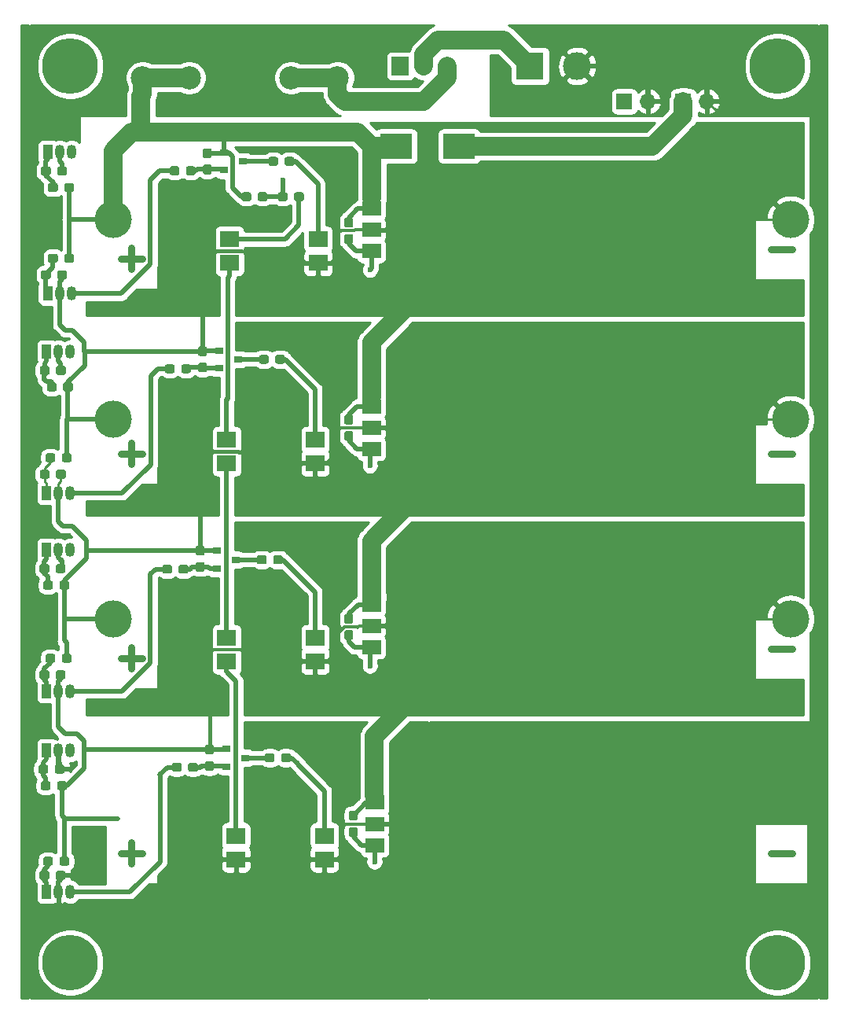
<source format=gbr>
G04 #@! TF.GenerationSoftware,KiCad,Pcbnew,5.1.5+dfsg1-2build2*
G04 #@! TF.CreationDate,2022-06-14T14:00:15+02:00*
G04 #@! TF.ProjectId,4x18650 z zabezpieczeniem,34783138-3635-4302-907a-207a6162657a,rev?*
G04 #@! TF.SameCoordinates,Original*
G04 #@! TF.FileFunction,Copper,L2,Bot*
G04 #@! TF.FilePolarity,Positive*
%FSLAX46Y46*%
G04 Gerber Fmt 4.6, Leading zero omitted, Abs format (unit mm)*
G04 Created by KiCad (PCBNEW 5.1.5+dfsg1-2build2) date 2022-06-14 14:00:15*
%MOMM*%
%LPD*%
G04 APERTURE LIST*
%ADD10C,0.750000*%
%ADD11C,4.000000*%
%ADD12C,2.500000*%
%ADD13C,3.000000*%
%ADD14R,3.000000X3.000000*%
%ADD15R,3.500000X2.700000*%
%ADD16C,6.000000*%
%ADD17O,1.700000X1.700000*%
%ADD18R,1.700000X1.700000*%
%ADD19R,2.000000X1.500000*%
%ADD20R,2.000000X3.800000*%
%ADD21R,0.900000X0.800000*%
%ADD22R,1.905000X2.000000*%
%ADD23O,1.905000X2.000000*%
%ADD24C,0.100000*%
%ADD25O,1.050000X1.500000*%
%ADD26R,1.050000X1.500000*%
%ADD27R,2.000000X1.780000*%
%ADD28C,0.600000*%
%ADD29C,0.250000*%
%ADD30C,2.000000*%
%ADD31C,0.500000*%
%ADD32C,8.000000*%
%ADD33C,0.350000*%
%ADD34C,0.300000*%
%ADD35C,0.400000*%
%ADD36C,0.320000*%
%ADD37C,0.370000*%
%ADD38C,0.410000*%
%ADD39C,0.254000*%
G04 APERTURE END LIST*
D10*
X160142857Y-84214285D02*
X157857142Y-84214285D01*
X159000000Y-85357142D02*
X159000000Y-83071428D01*
X160142857Y-127214285D02*
X157857142Y-127214285D01*
X159000000Y-128357142D02*
X159000000Y-126071428D01*
X160142857Y-148214285D02*
X157857142Y-148214285D01*
X159000000Y-149357142D02*
X159000000Y-147071428D01*
X227857142Y-148214285D02*
X230142857Y-148214285D01*
X227857142Y-83214285D02*
X230142857Y-83214285D01*
X227857142Y-105214285D02*
X230142857Y-105214285D01*
X160142857Y-105214285D02*
X157857142Y-105214285D01*
X159000000Y-106357142D02*
X159000000Y-104071428D01*
X227857142Y-126214285D02*
X230142857Y-126214285D01*
D11*
X157000000Y-101500000D03*
X230000000Y-101500000D03*
X157000000Y-80000000D03*
X230000000Y-80000000D03*
X157000000Y-123000000D03*
X230000000Y-123000000D03*
D12*
X165188000Y-64770000D03*
X181188000Y-64770000D03*
X160188000Y-64770000D03*
X176188000Y-64770000D03*
D13*
X207010000Y-63500000D03*
D14*
X201930000Y-63500000D03*
D15*
X194310000Y-72136000D03*
X187510000Y-72136000D03*
D16*
X228600000Y-63500000D03*
X152400000Y-160020000D03*
X228600000Y-160020000D03*
X152400000Y-63500000D03*
D17*
X214630000Y-67310000D03*
D18*
X212090000Y-67310000D03*
X218440000Y-67310000D03*
D17*
X220980000Y-67310000D03*
D19*
X184830000Y-83420000D03*
X184830000Y-78820000D03*
X184830000Y-81120000D03*
D20*
X191130000Y-81120000D03*
X191130000Y-102440000D03*
D19*
X184830000Y-102440000D03*
X184830000Y-100140000D03*
X184830000Y-104740000D03*
D20*
X191130000Y-123760000D03*
D19*
X184830000Y-123760000D03*
X184830000Y-121460000D03*
X184830000Y-126060000D03*
X185220000Y-147380000D03*
X185220000Y-142780000D03*
X185220000Y-145080000D03*
D20*
X191520000Y-145080000D03*
D21*
X168946000Y-74704000D03*
X168946000Y-72804000D03*
X170946000Y-73754000D03*
X170438000Y-95074000D03*
X168438000Y-94124000D03*
X168438000Y-96024000D03*
X170184000Y-116648000D03*
X168184000Y-115698000D03*
X168184000Y-117598000D03*
X169200000Y-138918000D03*
X169200000Y-137018000D03*
X171200000Y-137968000D03*
D22*
X187960000Y-63500000D03*
D23*
X190500000Y-63500000D03*
X193040000Y-63500000D03*
G04 #@! TA.AperFunction,SMDPad,CuDef*
D24*
G36*
X152588779Y-76090144D02*
G01*
X152611834Y-76093563D01*
X152634443Y-76099227D01*
X152656387Y-76107079D01*
X152677457Y-76117044D01*
X152697448Y-76129026D01*
X152716168Y-76142910D01*
X152733438Y-76158562D01*
X152749090Y-76175832D01*
X152762974Y-76194552D01*
X152774956Y-76214543D01*
X152784921Y-76235613D01*
X152792773Y-76257557D01*
X152798437Y-76280166D01*
X152801856Y-76303221D01*
X152803000Y-76326500D01*
X152803000Y-76801500D01*
X152801856Y-76824779D01*
X152798437Y-76847834D01*
X152792773Y-76870443D01*
X152784921Y-76892387D01*
X152774956Y-76913457D01*
X152762974Y-76933448D01*
X152749090Y-76952168D01*
X152733438Y-76969438D01*
X152716168Y-76985090D01*
X152697448Y-76998974D01*
X152677457Y-77010956D01*
X152656387Y-77020921D01*
X152634443Y-77028773D01*
X152611834Y-77034437D01*
X152588779Y-77037856D01*
X152565500Y-77039000D01*
X151990500Y-77039000D01*
X151967221Y-77037856D01*
X151944166Y-77034437D01*
X151921557Y-77028773D01*
X151899613Y-77020921D01*
X151878543Y-77010956D01*
X151858552Y-76998974D01*
X151839832Y-76985090D01*
X151822562Y-76969438D01*
X151806910Y-76952168D01*
X151793026Y-76933448D01*
X151781044Y-76913457D01*
X151771079Y-76892387D01*
X151763227Y-76870443D01*
X151757563Y-76847834D01*
X151754144Y-76824779D01*
X151753000Y-76801500D01*
X151753000Y-76326500D01*
X151754144Y-76303221D01*
X151757563Y-76280166D01*
X151763227Y-76257557D01*
X151771079Y-76235613D01*
X151781044Y-76214543D01*
X151793026Y-76194552D01*
X151806910Y-76175832D01*
X151822562Y-76158562D01*
X151839832Y-76142910D01*
X151858552Y-76129026D01*
X151878543Y-76117044D01*
X151899613Y-76107079D01*
X151921557Y-76099227D01*
X151944166Y-76093563D01*
X151967221Y-76090144D01*
X151990500Y-76089000D01*
X152565500Y-76089000D01*
X152588779Y-76090144D01*
G37*
G04 #@! TD.AperFunction*
G04 #@! TA.AperFunction,SMDPad,CuDef*
G36*
X150838779Y-76090144D02*
G01*
X150861834Y-76093563D01*
X150884443Y-76099227D01*
X150906387Y-76107079D01*
X150927457Y-76117044D01*
X150947448Y-76129026D01*
X150966168Y-76142910D01*
X150983438Y-76158562D01*
X150999090Y-76175832D01*
X151012974Y-76194552D01*
X151024956Y-76214543D01*
X151034921Y-76235613D01*
X151042773Y-76257557D01*
X151048437Y-76280166D01*
X151051856Y-76303221D01*
X151053000Y-76326500D01*
X151053000Y-76801500D01*
X151051856Y-76824779D01*
X151048437Y-76847834D01*
X151042773Y-76870443D01*
X151034921Y-76892387D01*
X151024956Y-76913457D01*
X151012974Y-76933448D01*
X150999090Y-76952168D01*
X150983438Y-76969438D01*
X150966168Y-76985090D01*
X150947448Y-76998974D01*
X150927457Y-77010956D01*
X150906387Y-77020921D01*
X150884443Y-77028773D01*
X150861834Y-77034437D01*
X150838779Y-77037856D01*
X150815500Y-77039000D01*
X150240500Y-77039000D01*
X150217221Y-77037856D01*
X150194166Y-77034437D01*
X150171557Y-77028773D01*
X150149613Y-77020921D01*
X150128543Y-77010956D01*
X150108552Y-76998974D01*
X150089832Y-76985090D01*
X150072562Y-76969438D01*
X150056910Y-76952168D01*
X150043026Y-76933448D01*
X150031044Y-76913457D01*
X150021079Y-76892387D01*
X150013227Y-76870443D01*
X150007563Y-76847834D01*
X150004144Y-76824779D01*
X150003000Y-76801500D01*
X150003000Y-76326500D01*
X150004144Y-76303221D01*
X150007563Y-76280166D01*
X150013227Y-76257557D01*
X150021079Y-76235613D01*
X150031044Y-76214543D01*
X150043026Y-76194552D01*
X150056910Y-76175832D01*
X150072562Y-76158562D01*
X150089832Y-76142910D01*
X150108552Y-76129026D01*
X150128543Y-76117044D01*
X150149613Y-76107079D01*
X150171557Y-76099227D01*
X150194166Y-76093563D01*
X150217221Y-76090144D01*
X150240500Y-76089000D01*
X150815500Y-76089000D01*
X150838779Y-76090144D01*
G37*
G04 #@! TD.AperFunction*
G04 #@! TA.AperFunction,SMDPad,CuDef*
G36*
X150076779Y-74312144D02*
G01*
X150099834Y-74315563D01*
X150122443Y-74321227D01*
X150144387Y-74329079D01*
X150165457Y-74339044D01*
X150185448Y-74351026D01*
X150204168Y-74364910D01*
X150221438Y-74380562D01*
X150237090Y-74397832D01*
X150250974Y-74416552D01*
X150262956Y-74436543D01*
X150272921Y-74457613D01*
X150280773Y-74479557D01*
X150286437Y-74502166D01*
X150289856Y-74525221D01*
X150291000Y-74548500D01*
X150291000Y-75023500D01*
X150289856Y-75046779D01*
X150286437Y-75069834D01*
X150280773Y-75092443D01*
X150272921Y-75114387D01*
X150262956Y-75135457D01*
X150250974Y-75155448D01*
X150237090Y-75174168D01*
X150221438Y-75191438D01*
X150204168Y-75207090D01*
X150185448Y-75220974D01*
X150165457Y-75232956D01*
X150144387Y-75242921D01*
X150122443Y-75250773D01*
X150099834Y-75256437D01*
X150076779Y-75259856D01*
X150053500Y-75261000D01*
X149478500Y-75261000D01*
X149455221Y-75259856D01*
X149432166Y-75256437D01*
X149409557Y-75250773D01*
X149387613Y-75242921D01*
X149366543Y-75232956D01*
X149346552Y-75220974D01*
X149327832Y-75207090D01*
X149310562Y-75191438D01*
X149294910Y-75174168D01*
X149281026Y-75155448D01*
X149269044Y-75135457D01*
X149259079Y-75114387D01*
X149251227Y-75092443D01*
X149245563Y-75069834D01*
X149242144Y-75046779D01*
X149241000Y-75023500D01*
X149241000Y-74548500D01*
X149242144Y-74525221D01*
X149245563Y-74502166D01*
X149251227Y-74479557D01*
X149259079Y-74457613D01*
X149269044Y-74436543D01*
X149281026Y-74416552D01*
X149294910Y-74397832D01*
X149310562Y-74380562D01*
X149327832Y-74364910D01*
X149346552Y-74351026D01*
X149366543Y-74339044D01*
X149387613Y-74329079D01*
X149409557Y-74321227D01*
X149432166Y-74315563D01*
X149455221Y-74312144D01*
X149478500Y-74311000D01*
X150053500Y-74311000D01*
X150076779Y-74312144D01*
G37*
G04 #@! TD.AperFunction*
G04 #@! TA.AperFunction,SMDPad,CuDef*
G36*
X151826779Y-74312144D02*
G01*
X151849834Y-74315563D01*
X151872443Y-74321227D01*
X151894387Y-74329079D01*
X151915457Y-74339044D01*
X151935448Y-74351026D01*
X151954168Y-74364910D01*
X151971438Y-74380562D01*
X151987090Y-74397832D01*
X152000974Y-74416552D01*
X152012956Y-74436543D01*
X152022921Y-74457613D01*
X152030773Y-74479557D01*
X152036437Y-74502166D01*
X152039856Y-74525221D01*
X152041000Y-74548500D01*
X152041000Y-75023500D01*
X152039856Y-75046779D01*
X152036437Y-75069834D01*
X152030773Y-75092443D01*
X152022921Y-75114387D01*
X152012956Y-75135457D01*
X152000974Y-75155448D01*
X151987090Y-75174168D01*
X151971438Y-75191438D01*
X151954168Y-75207090D01*
X151935448Y-75220974D01*
X151915457Y-75232956D01*
X151894387Y-75242921D01*
X151872443Y-75250773D01*
X151849834Y-75256437D01*
X151826779Y-75259856D01*
X151803500Y-75261000D01*
X151228500Y-75261000D01*
X151205221Y-75259856D01*
X151182166Y-75256437D01*
X151159557Y-75250773D01*
X151137613Y-75242921D01*
X151116543Y-75232956D01*
X151096552Y-75220974D01*
X151077832Y-75207090D01*
X151060562Y-75191438D01*
X151044910Y-75174168D01*
X151031026Y-75155448D01*
X151019044Y-75135457D01*
X151009079Y-75114387D01*
X151001227Y-75092443D01*
X150995563Y-75069834D01*
X150992144Y-75046779D01*
X150991000Y-75023500D01*
X150991000Y-74548500D01*
X150992144Y-74525221D01*
X150995563Y-74502166D01*
X151001227Y-74479557D01*
X151009079Y-74457613D01*
X151019044Y-74436543D01*
X151031026Y-74416552D01*
X151044910Y-74397832D01*
X151060562Y-74380562D01*
X151077832Y-74364910D01*
X151096552Y-74351026D01*
X151116543Y-74339044D01*
X151137613Y-74329079D01*
X151159557Y-74321227D01*
X151182166Y-74315563D01*
X151205221Y-74312144D01*
X151228500Y-74311000D01*
X151803500Y-74311000D01*
X151826779Y-74312144D01*
G37*
G04 #@! TD.AperFunction*
G04 #@! TA.AperFunction,SMDPad,CuDef*
G36*
X152456779Y-97570144D02*
G01*
X152479834Y-97573563D01*
X152502443Y-97579227D01*
X152524387Y-97587079D01*
X152545457Y-97597044D01*
X152565448Y-97609026D01*
X152584168Y-97622910D01*
X152601438Y-97638562D01*
X152617090Y-97655832D01*
X152630974Y-97674552D01*
X152642956Y-97694543D01*
X152652921Y-97715613D01*
X152660773Y-97737557D01*
X152666437Y-97760166D01*
X152669856Y-97783221D01*
X152671000Y-97806500D01*
X152671000Y-98281500D01*
X152669856Y-98304779D01*
X152666437Y-98327834D01*
X152660773Y-98350443D01*
X152652921Y-98372387D01*
X152642956Y-98393457D01*
X152630974Y-98413448D01*
X152617090Y-98432168D01*
X152601438Y-98449438D01*
X152584168Y-98465090D01*
X152565448Y-98478974D01*
X152545457Y-98490956D01*
X152524387Y-98500921D01*
X152502443Y-98508773D01*
X152479834Y-98514437D01*
X152456779Y-98517856D01*
X152433500Y-98519000D01*
X151858500Y-98519000D01*
X151835221Y-98517856D01*
X151812166Y-98514437D01*
X151789557Y-98508773D01*
X151767613Y-98500921D01*
X151746543Y-98490956D01*
X151726552Y-98478974D01*
X151707832Y-98465090D01*
X151690562Y-98449438D01*
X151674910Y-98432168D01*
X151661026Y-98413448D01*
X151649044Y-98393457D01*
X151639079Y-98372387D01*
X151631227Y-98350443D01*
X151625563Y-98327834D01*
X151622144Y-98304779D01*
X151621000Y-98281500D01*
X151621000Y-97806500D01*
X151622144Y-97783221D01*
X151625563Y-97760166D01*
X151631227Y-97737557D01*
X151639079Y-97715613D01*
X151649044Y-97694543D01*
X151661026Y-97674552D01*
X151674910Y-97655832D01*
X151690562Y-97638562D01*
X151707832Y-97622910D01*
X151726552Y-97609026D01*
X151746543Y-97597044D01*
X151767613Y-97587079D01*
X151789557Y-97579227D01*
X151812166Y-97573563D01*
X151835221Y-97570144D01*
X151858500Y-97569000D01*
X152433500Y-97569000D01*
X152456779Y-97570144D01*
G37*
G04 #@! TD.AperFunction*
G04 #@! TA.AperFunction,SMDPad,CuDef*
G36*
X150706779Y-97570144D02*
G01*
X150729834Y-97573563D01*
X150752443Y-97579227D01*
X150774387Y-97587079D01*
X150795457Y-97597044D01*
X150815448Y-97609026D01*
X150834168Y-97622910D01*
X150851438Y-97638562D01*
X150867090Y-97655832D01*
X150880974Y-97674552D01*
X150892956Y-97694543D01*
X150902921Y-97715613D01*
X150910773Y-97737557D01*
X150916437Y-97760166D01*
X150919856Y-97783221D01*
X150921000Y-97806500D01*
X150921000Y-98281500D01*
X150919856Y-98304779D01*
X150916437Y-98327834D01*
X150910773Y-98350443D01*
X150902921Y-98372387D01*
X150892956Y-98393457D01*
X150880974Y-98413448D01*
X150867090Y-98432168D01*
X150851438Y-98449438D01*
X150834168Y-98465090D01*
X150815448Y-98478974D01*
X150795457Y-98490956D01*
X150774387Y-98500921D01*
X150752443Y-98508773D01*
X150729834Y-98514437D01*
X150706779Y-98517856D01*
X150683500Y-98519000D01*
X150108500Y-98519000D01*
X150085221Y-98517856D01*
X150062166Y-98514437D01*
X150039557Y-98508773D01*
X150017613Y-98500921D01*
X149996543Y-98490956D01*
X149976552Y-98478974D01*
X149957832Y-98465090D01*
X149940562Y-98449438D01*
X149924910Y-98432168D01*
X149911026Y-98413448D01*
X149899044Y-98393457D01*
X149889079Y-98372387D01*
X149881227Y-98350443D01*
X149875563Y-98327834D01*
X149872144Y-98304779D01*
X149871000Y-98281500D01*
X149871000Y-97806500D01*
X149872144Y-97783221D01*
X149875563Y-97760166D01*
X149881227Y-97737557D01*
X149889079Y-97715613D01*
X149899044Y-97694543D01*
X149911026Y-97674552D01*
X149924910Y-97655832D01*
X149940562Y-97638562D01*
X149957832Y-97622910D01*
X149976552Y-97609026D01*
X149996543Y-97597044D01*
X150017613Y-97587079D01*
X150039557Y-97579227D01*
X150062166Y-97573563D01*
X150085221Y-97570144D01*
X150108500Y-97569000D01*
X150683500Y-97569000D01*
X150706779Y-97570144D01*
G37*
G04 #@! TD.AperFunction*
G04 #@! TA.AperFunction,SMDPad,CuDef*
G36*
X151694779Y-95792144D02*
G01*
X151717834Y-95795563D01*
X151740443Y-95801227D01*
X151762387Y-95809079D01*
X151783457Y-95819044D01*
X151803448Y-95831026D01*
X151822168Y-95844910D01*
X151839438Y-95860562D01*
X151855090Y-95877832D01*
X151868974Y-95896552D01*
X151880956Y-95916543D01*
X151890921Y-95937613D01*
X151898773Y-95959557D01*
X151904437Y-95982166D01*
X151907856Y-96005221D01*
X151909000Y-96028500D01*
X151909000Y-96503500D01*
X151907856Y-96526779D01*
X151904437Y-96549834D01*
X151898773Y-96572443D01*
X151890921Y-96594387D01*
X151880956Y-96615457D01*
X151868974Y-96635448D01*
X151855090Y-96654168D01*
X151839438Y-96671438D01*
X151822168Y-96687090D01*
X151803448Y-96700974D01*
X151783457Y-96712956D01*
X151762387Y-96722921D01*
X151740443Y-96730773D01*
X151717834Y-96736437D01*
X151694779Y-96739856D01*
X151671500Y-96741000D01*
X151096500Y-96741000D01*
X151073221Y-96739856D01*
X151050166Y-96736437D01*
X151027557Y-96730773D01*
X151005613Y-96722921D01*
X150984543Y-96712956D01*
X150964552Y-96700974D01*
X150945832Y-96687090D01*
X150928562Y-96671438D01*
X150912910Y-96654168D01*
X150899026Y-96635448D01*
X150887044Y-96615457D01*
X150877079Y-96594387D01*
X150869227Y-96572443D01*
X150863563Y-96549834D01*
X150860144Y-96526779D01*
X150859000Y-96503500D01*
X150859000Y-96028500D01*
X150860144Y-96005221D01*
X150863563Y-95982166D01*
X150869227Y-95959557D01*
X150877079Y-95937613D01*
X150887044Y-95916543D01*
X150899026Y-95896552D01*
X150912910Y-95877832D01*
X150928562Y-95860562D01*
X150945832Y-95844910D01*
X150964552Y-95831026D01*
X150984543Y-95819044D01*
X151005613Y-95809079D01*
X151027557Y-95801227D01*
X151050166Y-95795563D01*
X151073221Y-95792144D01*
X151096500Y-95791000D01*
X151671500Y-95791000D01*
X151694779Y-95792144D01*
G37*
G04 #@! TD.AperFunction*
G04 #@! TA.AperFunction,SMDPad,CuDef*
G36*
X149944779Y-95792144D02*
G01*
X149967834Y-95795563D01*
X149990443Y-95801227D01*
X150012387Y-95809079D01*
X150033457Y-95819044D01*
X150053448Y-95831026D01*
X150072168Y-95844910D01*
X150089438Y-95860562D01*
X150105090Y-95877832D01*
X150118974Y-95896552D01*
X150130956Y-95916543D01*
X150140921Y-95937613D01*
X150148773Y-95959557D01*
X150154437Y-95982166D01*
X150157856Y-96005221D01*
X150159000Y-96028500D01*
X150159000Y-96503500D01*
X150157856Y-96526779D01*
X150154437Y-96549834D01*
X150148773Y-96572443D01*
X150140921Y-96594387D01*
X150130956Y-96615457D01*
X150118974Y-96635448D01*
X150105090Y-96654168D01*
X150089438Y-96671438D01*
X150072168Y-96687090D01*
X150053448Y-96700974D01*
X150033457Y-96712956D01*
X150012387Y-96722921D01*
X149990443Y-96730773D01*
X149967834Y-96736437D01*
X149944779Y-96739856D01*
X149921500Y-96741000D01*
X149346500Y-96741000D01*
X149323221Y-96739856D01*
X149300166Y-96736437D01*
X149277557Y-96730773D01*
X149255613Y-96722921D01*
X149234543Y-96712956D01*
X149214552Y-96700974D01*
X149195832Y-96687090D01*
X149178562Y-96671438D01*
X149162910Y-96654168D01*
X149149026Y-96635448D01*
X149137044Y-96615457D01*
X149127079Y-96594387D01*
X149119227Y-96572443D01*
X149113563Y-96549834D01*
X149110144Y-96526779D01*
X149109000Y-96503500D01*
X149109000Y-96028500D01*
X149110144Y-96005221D01*
X149113563Y-95982166D01*
X149119227Y-95959557D01*
X149127079Y-95937613D01*
X149137044Y-95916543D01*
X149149026Y-95896552D01*
X149162910Y-95877832D01*
X149178562Y-95860562D01*
X149195832Y-95844910D01*
X149214552Y-95831026D01*
X149234543Y-95819044D01*
X149255613Y-95809079D01*
X149277557Y-95801227D01*
X149300166Y-95795563D01*
X149323221Y-95792144D01*
X149346500Y-95791000D01*
X149921500Y-95791000D01*
X149944779Y-95792144D01*
G37*
G04 #@! TD.AperFunction*
G04 #@! TA.AperFunction,SMDPad,CuDef*
G36*
X150311779Y-118906144D02*
G01*
X150334834Y-118909563D01*
X150357443Y-118915227D01*
X150379387Y-118923079D01*
X150400457Y-118933044D01*
X150420448Y-118945026D01*
X150439168Y-118958910D01*
X150456438Y-118974562D01*
X150472090Y-118991832D01*
X150485974Y-119010552D01*
X150497956Y-119030543D01*
X150507921Y-119051613D01*
X150515773Y-119073557D01*
X150521437Y-119096166D01*
X150524856Y-119119221D01*
X150526000Y-119142500D01*
X150526000Y-119617500D01*
X150524856Y-119640779D01*
X150521437Y-119663834D01*
X150515773Y-119686443D01*
X150507921Y-119708387D01*
X150497956Y-119729457D01*
X150485974Y-119749448D01*
X150472090Y-119768168D01*
X150456438Y-119785438D01*
X150439168Y-119801090D01*
X150420448Y-119814974D01*
X150400457Y-119826956D01*
X150379387Y-119836921D01*
X150357443Y-119844773D01*
X150334834Y-119850437D01*
X150311779Y-119853856D01*
X150288500Y-119855000D01*
X149713500Y-119855000D01*
X149690221Y-119853856D01*
X149667166Y-119850437D01*
X149644557Y-119844773D01*
X149622613Y-119836921D01*
X149601543Y-119826956D01*
X149581552Y-119814974D01*
X149562832Y-119801090D01*
X149545562Y-119785438D01*
X149529910Y-119768168D01*
X149516026Y-119749448D01*
X149504044Y-119729457D01*
X149494079Y-119708387D01*
X149486227Y-119686443D01*
X149480563Y-119663834D01*
X149477144Y-119640779D01*
X149476000Y-119617500D01*
X149476000Y-119142500D01*
X149477144Y-119119221D01*
X149480563Y-119096166D01*
X149486227Y-119073557D01*
X149494079Y-119051613D01*
X149504044Y-119030543D01*
X149516026Y-119010552D01*
X149529910Y-118991832D01*
X149545562Y-118974562D01*
X149562832Y-118958910D01*
X149581552Y-118945026D01*
X149601543Y-118933044D01*
X149622613Y-118923079D01*
X149644557Y-118915227D01*
X149667166Y-118909563D01*
X149690221Y-118906144D01*
X149713500Y-118905000D01*
X150288500Y-118905000D01*
X150311779Y-118906144D01*
G37*
G04 #@! TD.AperFunction*
G04 #@! TA.AperFunction,SMDPad,CuDef*
G36*
X152061779Y-118906144D02*
G01*
X152084834Y-118909563D01*
X152107443Y-118915227D01*
X152129387Y-118923079D01*
X152150457Y-118933044D01*
X152170448Y-118945026D01*
X152189168Y-118958910D01*
X152206438Y-118974562D01*
X152222090Y-118991832D01*
X152235974Y-119010552D01*
X152247956Y-119030543D01*
X152257921Y-119051613D01*
X152265773Y-119073557D01*
X152271437Y-119096166D01*
X152274856Y-119119221D01*
X152276000Y-119142500D01*
X152276000Y-119617500D01*
X152274856Y-119640779D01*
X152271437Y-119663834D01*
X152265773Y-119686443D01*
X152257921Y-119708387D01*
X152247956Y-119729457D01*
X152235974Y-119749448D01*
X152222090Y-119768168D01*
X152206438Y-119785438D01*
X152189168Y-119801090D01*
X152170448Y-119814974D01*
X152150457Y-119826956D01*
X152129387Y-119836921D01*
X152107443Y-119844773D01*
X152084834Y-119850437D01*
X152061779Y-119853856D01*
X152038500Y-119855000D01*
X151463500Y-119855000D01*
X151440221Y-119853856D01*
X151417166Y-119850437D01*
X151394557Y-119844773D01*
X151372613Y-119836921D01*
X151351543Y-119826956D01*
X151331552Y-119814974D01*
X151312832Y-119801090D01*
X151295562Y-119785438D01*
X151279910Y-119768168D01*
X151266026Y-119749448D01*
X151254044Y-119729457D01*
X151244079Y-119708387D01*
X151236227Y-119686443D01*
X151230563Y-119663834D01*
X151227144Y-119640779D01*
X151226000Y-119617500D01*
X151226000Y-119142500D01*
X151227144Y-119119221D01*
X151230563Y-119096166D01*
X151236227Y-119073557D01*
X151244079Y-119051613D01*
X151254044Y-119030543D01*
X151266026Y-119010552D01*
X151279910Y-118991832D01*
X151295562Y-118974562D01*
X151312832Y-118958910D01*
X151331552Y-118945026D01*
X151351543Y-118933044D01*
X151372613Y-118923079D01*
X151394557Y-118915227D01*
X151417166Y-118909563D01*
X151440221Y-118906144D01*
X151463500Y-118905000D01*
X152038500Y-118905000D01*
X152061779Y-118906144D01*
G37*
G04 #@! TD.AperFunction*
G04 #@! TA.AperFunction,SMDPad,CuDef*
G36*
X149916779Y-117128144D02*
G01*
X149939834Y-117131563D01*
X149962443Y-117137227D01*
X149984387Y-117145079D01*
X150005457Y-117155044D01*
X150025448Y-117167026D01*
X150044168Y-117180910D01*
X150061438Y-117196562D01*
X150077090Y-117213832D01*
X150090974Y-117232552D01*
X150102956Y-117252543D01*
X150112921Y-117273613D01*
X150120773Y-117295557D01*
X150126437Y-117318166D01*
X150129856Y-117341221D01*
X150131000Y-117364500D01*
X150131000Y-117839500D01*
X150129856Y-117862779D01*
X150126437Y-117885834D01*
X150120773Y-117908443D01*
X150112921Y-117930387D01*
X150102956Y-117951457D01*
X150090974Y-117971448D01*
X150077090Y-117990168D01*
X150061438Y-118007438D01*
X150044168Y-118023090D01*
X150025448Y-118036974D01*
X150005457Y-118048956D01*
X149984387Y-118058921D01*
X149962443Y-118066773D01*
X149939834Y-118072437D01*
X149916779Y-118075856D01*
X149893500Y-118077000D01*
X149318500Y-118077000D01*
X149295221Y-118075856D01*
X149272166Y-118072437D01*
X149249557Y-118066773D01*
X149227613Y-118058921D01*
X149206543Y-118048956D01*
X149186552Y-118036974D01*
X149167832Y-118023090D01*
X149150562Y-118007438D01*
X149134910Y-117990168D01*
X149121026Y-117971448D01*
X149109044Y-117951457D01*
X149099079Y-117930387D01*
X149091227Y-117908443D01*
X149085563Y-117885834D01*
X149082144Y-117862779D01*
X149081000Y-117839500D01*
X149081000Y-117364500D01*
X149082144Y-117341221D01*
X149085563Y-117318166D01*
X149091227Y-117295557D01*
X149099079Y-117273613D01*
X149109044Y-117252543D01*
X149121026Y-117232552D01*
X149134910Y-117213832D01*
X149150562Y-117196562D01*
X149167832Y-117180910D01*
X149186552Y-117167026D01*
X149206543Y-117155044D01*
X149227613Y-117145079D01*
X149249557Y-117137227D01*
X149272166Y-117131563D01*
X149295221Y-117128144D01*
X149318500Y-117127000D01*
X149893500Y-117127000D01*
X149916779Y-117128144D01*
G37*
G04 #@! TD.AperFunction*
G04 #@! TA.AperFunction,SMDPad,CuDef*
G36*
X151666779Y-117128144D02*
G01*
X151689834Y-117131563D01*
X151712443Y-117137227D01*
X151734387Y-117145079D01*
X151755457Y-117155044D01*
X151775448Y-117167026D01*
X151794168Y-117180910D01*
X151811438Y-117196562D01*
X151827090Y-117213832D01*
X151840974Y-117232552D01*
X151852956Y-117252543D01*
X151862921Y-117273613D01*
X151870773Y-117295557D01*
X151876437Y-117318166D01*
X151879856Y-117341221D01*
X151881000Y-117364500D01*
X151881000Y-117839500D01*
X151879856Y-117862779D01*
X151876437Y-117885834D01*
X151870773Y-117908443D01*
X151862921Y-117930387D01*
X151852956Y-117951457D01*
X151840974Y-117971448D01*
X151827090Y-117990168D01*
X151811438Y-118007438D01*
X151794168Y-118023090D01*
X151775448Y-118036974D01*
X151755457Y-118048956D01*
X151734387Y-118058921D01*
X151712443Y-118066773D01*
X151689834Y-118072437D01*
X151666779Y-118075856D01*
X151643500Y-118077000D01*
X151068500Y-118077000D01*
X151045221Y-118075856D01*
X151022166Y-118072437D01*
X150999557Y-118066773D01*
X150977613Y-118058921D01*
X150956543Y-118048956D01*
X150936552Y-118036974D01*
X150917832Y-118023090D01*
X150900562Y-118007438D01*
X150884910Y-117990168D01*
X150871026Y-117971448D01*
X150859044Y-117951457D01*
X150849079Y-117930387D01*
X150841227Y-117908443D01*
X150835563Y-117885834D01*
X150832144Y-117862779D01*
X150831000Y-117839500D01*
X150831000Y-117364500D01*
X150832144Y-117341221D01*
X150835563Y-117318166D01*
X150841227Y-117295557D01*
X150849079Y-117273613D01*
X150859044Y-117252543D01*
X150871026Y-117232552D01*
X150884910Y-117213832D01*
X150900562Y-117196562D01*
X150917832Y-117180910D01*
X150936552Y-117167026D01*
X150956543Y-117155044D01*
X150977613Y-117145079D01*
X150999557Y-117137227D01*
X151022166Y-117131563D01*
X151045221Y-117128144D01*
X151068500Y-117127000D01*
X151643500Y-117127000D01*
X151666779Y-117128144D01*
G37*
G04 #@! TD.AperFunction*
G04 #@! TA.AperFunction,SMDPad,CuDef*
G36*
X150057779Y-140496144D02*
G01*
X150080834Y-140499563D01*
X150103443Y-140505227D01*
X150125387Y-140513079D01*
X150146457Y-140523044D01*
X150166448Y-140535026D01*
X150185168Y-140548910D01*
X150202438Y-140564562D01*
X150218090Y-140581832D01*
X150231974Y-140600552D01*
X150243956Y-140620543D01*
X150253921Y-140641613D01*
X150261773Y-140663557D01*
X150267437Y-140686166D01*
X150270856Y-140709221D01*
X150272000Y-140732500D01*
X150272000Y-141207500D01*
X150270856Y-141230779D01*
X150267437Y-141253834D01*
X150261773Y-141276443D01*
X150253921Y-141298387D01*
X150243956Y-141319457D01*
X150231974Y-141339448D01*
X150218090Y-141358168D01*
X150202438Y-141375438D01*
X150185168Y-141391090D01*
X150166448Y-141404974D01*
X150146457Y-141416956D01*
X150125387Y-141426921D01*
X150103443Y-141434773D01*
X150080834Y-141440437D01*
X150057779Y-141443856D01*
X150034500Y-141445000D01*
X149459500Y-141445000D01*
X149436221Y-141443856D01*
X149413166Y-141440437D01*
X149390557Y-141434773D01*
X149368613Y-141426921D01*
X149347543Y-141416956D01*
X149327552Y-141404974D01*
X149308832Y-141391090D01*
X149291562Y-141375438D01*
X149275910Y-141358168D01*
X149262026Y-141339448D01*
X149250044Y-141319457D01*
X149240079Y-141298387D01*
X149232227Y-141276443D01*
X149226563Y-141253834D01*
X149223144Y-141230779D01*
X149222000Y-141207500D01*
X149222000Y-140732500D01*
X149223144Y-140709221D01*
X149226563Y-140686166D01*
X149232227Y-140663557D01*
X149240079Y-140641613D01*
X149250044Y-140620543D01*
X149262026Y-140600552D01*
X149275910Y-140581832D01*
X149291562Y-140564562D01*
X149308832Y-140548910D01*
X149327552Y-140535026D01*
X149347543Y-140523044D01*
X149368613Y-140513079D01*
X149390557Y-140505227D01*
X149413166Y-140499563D01*
X149436221Y-140496144D01*
X149459500Y-140495000D01*
X150034500Y-140495000D01*
X150057779Y-140496144D01*
G37*
G04 #@! TD.AperFunction*
G04 #@! TA.AperFunction,SMDPad,CuDef*
G36*
X151807779Y-140496144D02*
G01*
X151830834Y-140499563D01*
X151853443Y-140505227D01*
X151875387Y-140513079D01*
X151896457Y-140523044D01*
X151916448Y-140535026D01*
X151935168Y-140548910D01*
X151952438Y-140564562D01*
X151968090Y-140581832D01*
X151981974Y-140600552D01*
X151993956Y-140620543D01*
X152003921Y-140641613D01*
X152011773Y-140663557D01*
X152017437Y-140686166D01*
X152020856Y-140709221D01*
X152022000Y-140732500D01*
X152022000Y-141207500D01*
X152020856Y-141230779D01*
X152017437Y-141253834D01*
X152011773Y-141276443D01*
X152003921Y-141298387D01*
X151993956Y-141319457D01*
X151981974Y-141339448D01*
X151968090Y-141358168D01*
X151952438Y-141375438D01*
X151935168Y-141391090D01*
X151916448Y-141404974D01*
X151896457Y-141416956D01*
X151875387Y-141426921D01*
X151853443Y-141434773D01*
X151830834Y-141440437D01*
X151807779Y-141443856D01*
X151784500Y-141445000D01*
X151209500Y-141445000D01*
X151186221Y-141443856D01*
X151163166Y-141440437D01*
X151140557Y-141434773D01*
X151118613Y-141426921D01*
X151097543Y-141416956D01*
X151077552Y-141404974D01*
X151058832Y-141391090D01*
X151041562Y-141375438D01*
X151025910Y-141358168D01*
X151012026Y-141339448D01*
X151000044Y-141319457D01*
X150990079Y-141298387D01*
X150982227Y-141276443D01*
X150976563Y-141253834D01*
X150973144Y-141230779D01*
X150972000Y-141207500D01*
X150972000Y-140732500D01*
X150973144Y-140709221D01*
X150976563Y-140686166D01*
X150982227Y-140663557D01*
X150990079Y-140641613D01*
X151000044Y-140620543D01*
X151012026Y-140600552D01*
X151025910Y-140581832D01*
X151041562Y-140564562D01*
X151058832Y-140548910D01*
X151077552Y-140535026D01*
X151097543Y-140523044D01*
X151118613Y-140513079D01*
X151140557Y-140505227D01*
X151163166Y-140499563D01*
X151186221Y-140496144D01*
X151209500Y-140495000D01*
X151784500Y-140495000D01*
X151807779Y-140496144D01*
G37*
G04 #@! TD.AperFunction*
G04 #@! TA.AperFunction,SMDPad,CuDef*
G36*
X149803779Y-138718144D02*
G01*
X149826834Y-138721563D01*
X149849443Y-138727227D01*
X149871387Y-138735079D01*
X149892457Y-138745044D01*
X149912448Y-138757026D01*
X149931168Y-138770910D01*
X149948438Y-138786562D01*
X149964090Y-138803832D01*
X149977974Y-138822552D01*
X149989956Y-138842543D01*
X149999921Y-138863613D01*
X150007773Y-138885557D01*
X150013437Y-138908166D01*
X150016856Y-138931221D01*
X150018000Y-138954500D01*
X150018000Y-139429500D01*
X150016856Y-139452779D01*
X150013437Y-139475834D01*
X150007773Y-139498443D01*
X149999921Y-139520387D01*
X149989956Y-139541457D01*
X149977974Y-139561448D01*
X149964090Y-139580168D01*
X149948438Y-139597438D01*
X149931168Y-139613090D01*
X149912448Y-139626974D01*
X149892457Y-139638956D01*
X149871387Y-139648921D01*
X149849443Y-139656773D01*
X149826834Y-139662437D01*
X149803779Y-139665856D01*
X149780500Y-139667000D01*
X149205500Y-139667000D01*
X149182221Y-139665856D01*
X149159166Y-139662437D01*
X149136557Y-139656773D01*
X149114613Y-139648921D01*
X149093543Y-139638956D01*
X149073552Y-139626974D01*
X149054832Y-139613090D01*
X149037562Y-139597438D01*
X149021910Y-139580168D01*
X149008026Y-139561448D01*
X148996044Y-139541457D01*
X148986079Y-139520387D01*
X148978227Y-139498443D01*
X148972563Y-139475834D01*
X148969144Y-139452779D01*
X148968000Y-139429500D01*
X148968000Y-138954500D01*
X148969144Y-138931221D01*
X148972563Y-138908166D01*
X148978227Y-138885557D01*
X148986079Y-138863613D01*
X148996044Y-138842543D01*
X149008026Y-138822552D01*
X149021910Y-138803832D01*
X149037562Y-138786562D01*
X149054832Y-138770910D01*
X149073552Y-138757026D01*
X149093543Y-138745044D01*
X149114613Y-138735079D01*
X149136557Y-138727227D01*
X149159166Y-138721563D01*
X149182221Y-138718144D01*
X149205500Y-138717000D01*
X149780500Y-138717000D01*
X149803779Y-138718144D01*
G37*
G04 #@! TD.AperFunction*
G04 #@! TA.AperFunction,SMDPad,CuDef*
G36*
X151553779Y-138718144D02*
G01*
X151576834Y-138721563D01*
X151599443Y-138727227D01*
X151621387Y-138735079D01*
X151642457Y-138745044D01*
X151662448Y-138757026D01*
X151681168Y-138770910D01*
X151698438Y-138786562D01*
X151714090Y-138803832D01*
X151727974Y-138822552D01*
X151739956Y-138842543D01*
X151749921Y-138863613D01*
X151757773Y-138885557D01*
X151763437Y-138908166D01*
X151766856Y-138931221D01*
X151768000Y-138954500D01*
X151768000Y-139429500D01*
X151766856Y-139452779D01*
X151763437Y-139475834D01*
X151757773Y-139498443D01*
X151749921Y-139520387D01*
X151739956Y-139541457D01*
X151727974Y-139561448D01*
X151714090Y-139580168D01*
X151698438Y-139597438D01*
X151681168Y-139613090D01*
X151662448Y-139626974D01*
X151642457Y-139638956D01*
X151621387Y-139648921D01*
X151599443Y-139656773D01*
X151576834Y-139662437D01*
X151553779Y-139665856D01*
X151530500Y-139667000D01*
X150955500Y-139667000D01*
X150932221Y-139665856D01*
X150909166Y-139662437D01*
X150886557Y-139656773D01*
X150864613Y-139648921D01*
X150843543Y-139638956D01*
X150823552Y-139626974D01*
X150804832Y-139613090D01*
X150787562Y-139597438D01*
X150771910Y-139580168D01*
X150758026Y-139561448D01*
X150746044Y-139541457D01*
X150736079Y-139520387D01*
X150728227Y-139498443D01*
X150722563Y-139475834D01*
X150719144Y-139452779D01*
X150718000Y-139429500D01*
X150718000Y-138954500D01*
X150719144Y-138931221D01*
X150722563Y-138908166D01*
X150728227Y-138885557D01*
X150736079Y-138863613D01*
X150746044Y-138842543D01*
X150758026Y-138822552D01*
X150771910Y-138803832D01*
X150787562Y-138786562D01*
X150804832Y-138770910D01*
X150823552Y-138757026D01*
X150843543Y-138745044D01*
X150864613Y-138735079D01*
X150886557Y-138727227D01*
X150909166Y-138721563D01*
X150932221Y-138718144D01*
X150955500Y-138717000D01*
X151530500Y-138717000D01*
X151553779Y-138718144D01*
G37*
G04 #@! TD.AperFunction*
G04 #@! TA.AperFunction,SMDPad,CuDef*
G36*
X182652779Y-81584144D02*
G01*
X182675834Y-81587563D01*
X182698443Y-81593227D01*
X182720387Y-81601079D01*
X182741457Y-81611044D01*
X182761448Y-81623026D01*
X182780168Y-81636910D01*
X182797438Y-81652562D01*
X182813090Y-81669832D01*
X182826974Y-81688552D01*
X182838956Y-81708543D01*
X182848921Y-81729613D01*
X182856773Y-81751557D01*
X182862437Y-81774166D01*
X182865856Y-81797221D01*
X182867000Y-81820500D01*
X182867000Y-82395500D01*
X182865856Y-82418779D01*
X182862437Y-82441834D01*
X182856773Y-82464443D01*
X182848921Y-82486387D01*
X182838956Y-82507457D01*
X182826974Y-82527448D01*
X182813090Y-82546168D01*
X182797438Y-82563438D01*
X182780168Y-82579090D01*
X182761448Y-82592974D01*
X182741457Y-82604956D01*
X182720387Y-82614921D01*
X182698443Y-82622773D01*
X182675834Y-82628437D01*
X182652779Y-82631856D01*
X182629500Y-82633000D01*
X182154500Y-82633000D01*
X182131221Y-82631856D01*
X182108166Y-82628437D01*
X182085557Y-82622773D01*
X182063613Y-82614921D01*
X182042543Y-82604956D01*
X182022552Y-82592974D01*
X182003832Y-82579090D01*
X181986562Y-82563438D01*
X181970910Y-82546168D01*
X181957026Y-82527448D01*
X181945044Y-82507457D01*
X181935079Y-82486387D01*
X181927227Y-82464443D01*
X181921563Y-82441834D01*
X181918144Y-82418779D01*
X181917000Y-82395500D01*
X181917000Y-81820500D01*
X181918144Y-81797221D01*
X181921563Y-81774166D01*
X181927227Y-81751557D01*
X181935079Y-81729613D01*
X181945044Y-81708543D01*
X181957026Y-81688552D01*
X181970910Y-81669832D01*
X181986562Y-81652562D01*
X182003832Y-81636910D01*
X182022552Y-81623026D01*
X182042543Y-81611044D01*
X182063613Y-81601079D01*
X182085557Y-81593227D01*
X182108166Y-81587563D01*
X182131221Y-81584144D01*
X182154500Y-81583000D01*
X182629500Y-81583000D01*
X182652779Y-81584144D01*
G37*
G04 #@! TD.AperFunction*
G04 #@! TA.AperFunction,SMDPad,CuDef*
G36*
X182652779Y-79834144D02*
G01*
X182675834Y-79837563D01*
X182698443Y-79843227D01*
X182720387Y-79851079D01*
X182741457Y-79861044D01*
X182761448Y-79873026D01*
X182780168Y-79886910D01*
X182797438Y-79902562D01*
X182813090Y-79919832D01*
X182826974Y-79938552D01*
X182838956Y-79958543D01*
X182848921Y-79979613D01*
X182856773Y-80001557D01*
X182862437Y-80024166D01*
X182865856Y-80047221D01*
X182867000Y-80070500D01*
X182867000Y-80645500D01*
X182865856Y-80668779D01*
X182862437Y-80691834D01*
X182856773Y-80714443D01*
X182848921Y-80736387D01*
X182838956Y-80757457D01*
X182826974Y-80777448D01*
X182813090Y-80796168D01*
X182797438Y-80813438D01*
X182780168Y-80829090D01*
X182761448Y-80842974D01*
X182741457Y-80854956D01*
X182720387Y-80864921D01*
X182698443Y-80872773D01*
X182675834Y-80878437D01*
X182652779Y-80881856D01*
X182629500Y-80883000D01*
X182154500Y-80883000D01*
X182131221Y-80881856D01*
X182108166Y-80878437D01*
X182085557Y-80872773D01*
X182063613Y-80864921D01*
X182042543Y-80854956D01*
X182022552Y-80842974D01*
X182003832Y-80829090D01*
X181986562Y-80813438D01*
X181970910Y-80796168D01*
X181957026Y-80777448D01*
X181945044Y-80757457D01*
X181935079Y-80736387D01*
X181927227Y-80714443D01*
X181921563Y-80691834D01*
X181918144Y-80668779D01*
X181917000Y-80645500D01*
X181917000Y-80070500D01*
X181918144Y-80047221D01*
X181921563Y-80024166D01*
X181927227Y-80001557D01*
X181935079Y-79979613D01*
X181945044Y-79958543D01*
X181957026Y-79938552D01*
X181970910Y-79919832D01*
X181986562Y-79902562D01*
X182003832Y-79886910D01*
X182022552Y-79873026D01*
X182042543Y-79861044D01*
X182063613Y-79851079D01*
X182085557Y-79843227D01*
X182108166Y-79837563D01*
X182131221Y-79834144D01*
X182154500Y-79833000D01*
X182629500Y-79833000D01*
X182652779Y-79834144D01*
G37*
G04 #@! TD.AperFunction*
G04 #@! TA.AperFunction,SMDPad,CuDef*
G36*
X182652779Y-101041144D02*
G01*
X182675834Y-101044563D01*
X182698443Y-101050227D01*
X182720387Y-101058079D01*
X182741457Y-101068044D01*
X182761448Y-101080026D01*
X182780168Y-101093910D01*
X182797438Y-101109562D01*
X182813090Y-101126832D01*
X182826974Y-101145552D01*
X182838956Y-101165543D01*
X182848921Y-101186613D01*
X182856773Y-101208557D01*
X182862437Y-101231166D01*
X182865856Y-101254221D01*
X182867000Y-101277500D01*
X182867000Y-101852500D01*
X182865856Y-101875779D01*
X182862437Y-101898834D01*
X182856773Y-101921443D01*
X182848921Y-101943387D01*
X182838956Y-101964457D01*
X182826974Y-101984448D01*
X182813090Y-102003168D01*
X182797438Y-102020438D01*
X182780168Y-102036090D01*
X182761448Y-102049974D01*
X182741457Y-102061956D01*
X182720387Y-102071921D01*
X182698443Y-102079773D01*
X182675834Y-102085437D01*
X182652779Y-102088856D01*
X182629500Y-102090000D01*
X182154500Y-102090000D01*
X182131221Y-102088856D01*
X182108166Y-102085437D01*
X182085557Y-102079773D01*
X182063613Y-102071921D01*
X182042543Y-102061956D01*
X182022552Y-102049974D01*
X182003832Y-102036090D01*
X181986562Y-102020438D01*
X181970910Y-102003168D01*
X181957026Y-101984448D01*
X181945044Y-101964457D01*
X181935079Y-101943387D01*
X181927227Y-101921443D01*
X181921563Y-101898834D01*
X181918144Y-101875779D01*
X181917000Y-101852500D01*
X181917000Y-101277500D01*
X181918144Y-101254221D01*
X181921563Y-101231166D01*
X181927227Y-101208557D01*
X181935079Y-101186613D01*
X181945044Y-101165543D01*
X181957026Y-101145552D01*
X181970910Y-101126832D01*
X181986562Y-101109562D01*
X182003832Y-101093910D01*
X182022552Y-101080026D01*
X182042543Y-101068044D01*
X182063613Y-101058079D01*
X182085557Y-101050227D01*
X182108166Y-101044563D01*
X182131221Y-101041144D01*
X182154500Y-101040000D01*
X182629500Y-101040000D01*
X182652779Y-101041144D01*
G37*
G04 #@! TD.AperFunction*
G04 #@! TA.AperFunction,SMDPad,CuDef*
G36*
X182652779Y-102791144D02*
G01*
X182675834Y-102794563D01*
X182698443Y-102800227D01*
X182720387Y-102808079D01*
X182741457Y-102818044D01*
X182761448Y-102830026D01*
X182780168Y-102843910D01*
X182797438Y-102859562D01*
X182813090Y-102876832D01*
X182826974Y-102895552D01*
X182838956Y-102915543D01*
X182848921Y-102936613D01*
X182856773Y-102958557D01*
X182862437Y-102981166D01*
X182865856Y-103004221D01*
X182867000Y-103027500D01*
X182867000Y-103602500D01*
X182865856Y-103625779D01*
X182862437Y-103648834D01*
X182856773Y-103671443D01*
X182848921Y-103693387D01*
X182838956Y-103714457D01*
X182826974Y-103734448D01*
X182813090Y-103753168D01*
X182797438Y-103770438D01*
X182780168Y-103786090D01*
X182761448Y-103799974D01*
X182741457Y-103811956D01*
X182720387Y-103821921D01*
X182698443Y-103829773D01*
X182675834Y-103835437D01*
X182652779Y-103838856D01*
X182629500Y-103840000D01*
X182154500Y-103840000D01*
X182131221Y-103838856D01*
X182108166Y-103835437D01*
X182085557Y-103829773D01*
X182063613Y-103821921D01*
X182042543Y-103811956D01*
X182022552Y-103799974D01*
X182003832Y-103786090D01*
X181986562Y-103770438D01*
X181970910Y-103753168D01*
X181957026Y-103734448D01*
X181945044Y-103714457D01*
X181935079Y-103693387D01*
X181927227Y-103671443D01*
X181921563Y-103648834D01*
X181918144Y-103625779D01*
X181917000Y-103602500D01*
X181917000Y-103027500D01*
X181918144Y-103004221D01*
X181921563Y-102981166D01*
X181927227Y-102958557D01*
X181935079Y-102936613D01*
X181945044Y-102915543D01*
X181957026Y-102895552D01*
X181970910Y-102876832D01*
X181986562Y-102859562D01*
X182003832Y-102843910D01*
X182022552Y-102830026D01*
X182042543Y-102818044D01*
X182063613Y-102808079D01*
X182085557Y-102800227D01*
X182108166Y-102794563D01*
X182131221Y-102791144D01*
X182154500Y-102790000D01*
X182629500Y-102790000D01*
X182652779Y-102791144D01*
G37*
G04 #@! TD.AperFunction*
G04 #@! TA.AperFunction,SMDPad,CuDef*
G36*
X182652779Y-124224144D02*
G01*
X182675834Y-124227563D01*
X182698443Y-124233227D01*
X182720387Y-124241079D01*
X182741457Y-124251044D01*
X182761448Y-124263026D01*
X182780168Y-124276910D01*
X182797438Y-124292562D01*
X182813090Y-124309832D01*
X182826974Y-124328552D01*
X182838956Y-124348543D01*
X182848921Y-124369613D01*
X182856773Y-124391557D01*
X182862437Y-124414166D01*
X182865856Y-124437221D01*
X182867000Y-124460500D01*
X182867000Y-125035500D01*
X182865856Y-125058779D01*
X182862437Y-125081834D01*
X182856773Y-125104443D01*
X182848921Y-125126387D01*
X182838956Y-125147457D01*
X182826974Y-125167448D01*
X182813090Y-125186168D01*
X182797438Y-125203438D01*
X182780168Y-125219090D01*
X182761448Y-125232974D01*
X182741457Y-125244956D01*
X182720387Y-125254921D01*
X182698443Y-125262773D01*
X182675834Y-125268437D01*
X182652779Y-125271856D01*
X182629500Y-125273000D01*
X182154500Y-125273000D01*
X182131221Y-125271856D01*
X182108166Y-125268437D01*
X182085557Y-125262773D01*
X182063613Y-125254921D01*
X182042543Y-125244956D01*
X182022552Y-125232974D01*
X182003832Y-125219090D01*
X181986562Y-125203438D01*
X181970910Y-125186168D01*
X181957026Y-125167448D01*
X181945044Y-125147457D01*
X181935079Y-125126387D01*
X181927227Y-125104443D01*
X181921563Y-125081834D01*
X181918144Y-125058779D01*
X181917000Y-125035500D01*
X181917000Y-124460500D01*
X181918144Y-124437221D01*
X181921563Y-124414166D01*
X181927227Y-124391557D01*
X181935079Y-124369613D01*
X181945044Y-124348543D01*
X181957026Y-124328552D01*
X181970910Y-124309832D01*
X181986562Y-124292562D01*
X182003832Y-124276910D01*
X182022552Y-124263026D01*
X182042543Y-124251044D01*
X182063613Y-124241079D01*
X182085557Y-124233227D01*
X182108166Y-124227563D01*
X182131221Y-124224144D01*
X182154500Y-124223000D01*
X182629500Y-124223000D01*
X182652779Y-124224144D01*
G37*
G04 #@! TD.AperFunction*
G04 #@! TA.AperFunction,SMDPad,CuDef*
G36*
X182652779Y-122474144D02*
G01*
X182675834Y-122477563D01*
X182698443Y-122483227D01*
X182720387Y-122491079D01*
X182741457Y-122501044D01*
X182761448Y-122513026D01*
X182780168Y-122526910D01*
X182797438Y-122542562D01*
X182813090Y-122559832D01*
X182826974Y-122578552D01*
X182838956Y-122598543D01*
X182848921Y-122619613D01*
X182856773Y-122641557D01*
X182862437Y-122664166D01*
X182865856Y-122687221D01*
X182867000Y-122710500D01*
X182867000Y-123285500D01*
X182865856Y-123308779D01*
X182862437Y-123331834D01*
X182856773Y-123354443D01*
X182848921Y-123376387D01*
X182838956Y-123397457D01*
X182826974Y-123417448D01*
X182813090Y-123436168D01*
X182797438Y-123453438D01*
X182780168Y-123469090D01*
X182761448Y-123482974D01*
X182741457Y-123494956D01*
X182720387Y-123504921D01*
X182698443Y-123512773D01*
X182675834Y-123518437D01*
X182652779Y-123521856D01*
X182629500Y-123523000D01*
X182154500Y-123523000D01*
X182131221Y-123521856D01*
X182108166Y-123518437D01*
X182085557Y-123512773D01*
X182063613Y-123504921D01*
X182042543Y-123494956D01*
X182022552Y-123482974D01*
X182003832Y-123469090D01*
X181986562Y-123453438D01*
X181970910Y-123436168D01*
X181957026Y-123417448D01*
X181945044Y-123397457D01*
X181935079Y-123376387D01*
X181927227Y-123354443D01*
X181921563Y-123331834D01*
X181918144Y-123308779D01*
X181917000Y-123285500D01*
X181917000Y-122710500D01*
X181918144Y-122687221D01*
X181921563Y-122664166D01*
X181927227Y-122641557D01*
X181935079Y-122619613D01*
X181945044Y-122598543D01*
X181957026Y-122578552D01*
X181970910Y-122559832D01*
X181986562Y-122542562D01*
X182003832Y-122526910D01*
X182022552Y-122513026D01*
X182042543Y-122501044D01*
X182063613Y-122491079D01*
X182085557Y-122483227D01*
X182108166Y-122477563D01*
X182131221Y-122474144D01*
X182154500Y-122473000D01*
X182629500Y-122473000D01*
X182652779Y-122474144D01*
G37*
G04 #@! TD.AperFunction*
G04 #@! TA.AperFunction,SMDPad,CuDef*
G36*
X183144779Y-145431144D02*
G01*
X183167834Y-145434563D01*
X183190443Y-145440227D01*
X183212387Y-145448079D01*
X183233457Y-145458044D01*
X183253448Y-145470026D01*
X183272168Y-145483910D01*
X183289438Y-145499562D01*
X183305090Y-145516832D01*
X183318974Y-145535552D01*
X183330956Y-145555543D01*
X183340921Y-145576613D01*
X183348773Y-145598557D01*
X183354437Y-145621166D01*
X183357856Y-145644221D01*
X183359000Y-145667500D01*
X183359000Y-146242500D01*
X183357856Y-146265779D01*
X183354437Y-146288834D01*
X183348773Y-146311443D01*
X183340921Y-146333387D01*
X183330956Y-146354457D01*
X183318974Y-146374448D01*
X183305090Y-146393168D01*
X183289438Y-146410438D01*
X183272168Y-146426090D01*
X183253448Y-146439974D01*
X183233457Y-146451956D01*
X183212387Y-146461921D01*
X183190443Y-146469773D01*
X183167834Y-146475437D01*
X183144779Y-146478856D01*
X183121500Y-146480000D01*
X182646500Y-146480000D01*
X182623221Y-146478856D01*
X182600166Y-146475437D01*
X182577557Y-146469773D01*
X182555613Y-146461921D01*
X182534543Y-146451956D01*
X182514552Y-146439974D01*
X182495832Y-146426090D01*
X182478562Y-146410438D01*
X182462910Y-146393168D01*
X182449026Y-146374448D01*
X182437044Y-146354457D01*
X182427079Y-146333387D01*
X182419227Y-146311443D01*
X182413563Y-146288834D01*
X182410144Y-146265779D01*
X182409000Y-146242500D01*
X182409000Y-145667500D01*
X182410144Y-145644221D01*
X182413563Y-145621166D01*
X182419227Y-145598557D01*
X182427079Y-145576613D01*
X182437044Y-145555543D01*
X182449026Y-145535552D01*
X182462910Y-145516832D01*
X182478562Y-145499562D01*
X182495832Y-145483910D01*
X182514552Y-145470026D01*
X182534543Y-145458044D01*
X182555613Y-145448079D01*
X182577557Y-145440227D01*
X182600166Y-145434563D01*
X182623221Y-145431144D01*
X182646500Y-145430000D01*
X183121500Y-145430000D01*
X183144779Y-145431144D01*
G37*
G04 #@! TD.AperFunction*
G04 #@! TA.AperFunction,SMDPad,CuDef*
G36*
X183144779Y-143681144D02*
G01*
X183167834Y-143684563D01*
X183190443Y-143690227D01*
X183212387Y-143698079D01*
X183233457Y-143708044D01*
X183253448Y-143720026D01*
X183272168Y-143733910D01*
X183289438Y-143749562D01*
X183305090Y-143766832D01*
X183318974Y-143785552D01*
X183330956Y-143805543D01*
X183340921Y-143826613D01*
X183348773Y-143848557D01*
X183354437Y-143871166D01*
X183357856Y-143894221D01*
X183359000Y-143917500D01*
X183359000Y-144492500D01*
X183357856Y-144515779D01*
X183354437Y-144538834D01*
X183348773Y-144561443D01*
X183340921Y-144583387D01*
X183330956Y-144604457D01*
X183318974Y-144624448D01*
X183305090Y-144643168D01*
X183289438Y-144660438D01*
X183272168Y-144676090D01*
X183253448Y-144689974D01*
X183233457Y-144701956D01*
X183212387Y-144711921D01*
X183190443Y-144719773D01*
X183167834Y-144725437D01*
X183144779Y-144728856D01*
X183121500Y-144730000D01*
X182646500Y-144730000D01*
X182623221Y-144728856D01*
X182600166Y-144725437D01*
X182577557Y-144719773D01*
X182555613Y-144711921D01*
X182534543Y-144701956D01*
X182514552Y-144689974D01*
X182495832Y-144676090D01*
X182478562Y-144660438D01*
X182462910Y-144643168D01*
X182449026Y-144624448D01*
X182437044Y-144604457D01*
X182427079Y-144583387D01*
X182419227Y-144561443D01*
X182413563Y-144538834D01*
X182410144Y-144515779D01*
X182409000Y-144492500D01*
X182409000Y-143917500D01*
X182410144Y-143894221D01*
X182413563Y-143871166D01*
X182419227Y-143848557D01*
X182427079Y-143826613D01*
X182437044Y-143805543D01*
X182449026Y-143785552D01*
X182462910Y-143766832D01*
X182478562Y-143749562D01*
X182495832Y-143733910D01*
X182514552Y-143720026D01*
X182534543Y-143708044D01*
X182555613Y-143698079D01*
X182577557Y-143690227D01*
X182600166Y-143684563D01*
X182623221Y-143681144D01*
X182646500Y-143680000D01*
X183121500Y-143680000D01*
X183144779Y-143681144D01*
G37*
G04 #@! TD.AperFunction*
G04 #@! TA.AperFunction,SMDPad,CuDef*
G36*
X174574779Y-73280144D02*
G01*
X174597834Y-73283563D01*
X174620443Y-73289227D01*
X174642387Y-73297079D01*
X174663457Y-73307044D01*
X174683448Y-73319026D01*
X174702168Y-73332910D01*
X174719438Y-73348562D01*
X174735090Y-73365832D01*
X174748974Y-73384552D01*
X174760956Y-73404543D01*
X174770921Y-73425613D01*
X174778773Y-73447557D01*
X174784437Y-73470166D01*
X174787856Y-73493221D01*
X174789000Y-73516500D01*
X174789000Y-73991500D01*
X174787856Y-74014779D01*
X174784437Y-74037834D01*
X174778773Y-74060443D01*
X174770921Y-74082387D01*
X174760956Y-74103457D01*
X174748974Y-74123448D01*
X174735090Y-74142168D01*
X174719438Y-74159438D01*
X174702168Y-74175090D01*
X174683448Y-74188974D01*
X174663457Y-74200956D01*
X174642387Y-74210921D01*
X174620443Y-74218773D01*
X174597834Y-74224437D01*
X174574779Y-74227856D01*
X174551500Y-74229000D01*
X173976500Y-74229000D01*
X173953221Y-74227856D01*
X173930166Y-74224437D01*
X173907557Y-74218773D01*
X173885613Y-74210921D01*
X173864543Y-74200956D01*
X173844552Y-74188974D01*
X173825832Y-74175090D01*
X173808562Y-74159438D01*
X173792910Y-74142168D01*
X173779026Y-74123448D01*
X173767044Y-74103457D01*
X173757079Y-74082387D01*
X173749227Y-74060443D01*
X173743563Y-74037834D01*
X173740144Y-74014779D01*
X173739000Y-73991500D01*
X173739000Y-73516500D01*
X173740144Y-73493221D01*
X173743563Y-73470166D01*
X173749227Y-73447557D01*
X173757079Y-73425613D01*
X173767044Y-73404543D01*
X173779026Y-73384552D01*
X173792910Y-73365832D01*
X173808562Y-73348562D01*
X173825832Y-73332910D01*
X173844552Y-73319026D01*
X173864543Y-73307044D01*
X173885613Y-73297079D01*
X173907557Y-73289227D01*
X173930166Y-73283563D01*
X173953221Y-73280144D01*
X173976500Y-73279000D01*
X174551500Y-73279000D01*
X174574779Y-73280144D01*
G37*
G04 #@! TD.AperFunction*
G04 #@! TA.AperFunction,SMDPad,CuDef*
G36*
X176324779Y-73280144D02*
G01*
X176347834Y-73283563D01*
X176370443Y-73289227D01*
X176392387Y-73297079D01*
X176413457Y-73307044D01*
X176433448Y-73319026D01*
X176452168Y-73332910D01*
X176469438Y-73348562D01*
X176485090Y-73365832D01*
X176498974Y-73384552D01*
X176510956Y-73404543D01*
X176520921Y-73425613D01*
X176528773Y-73447557D01*
X176534437Y-73470166D01*
X176537856Y-73493221D01*
X176539000Y-73516500D01*
X176539000Y-73991500D01*
X176537856Y-74014779D01*
X176534437Y-74037834D01*
X176528773Y-74060443D01*
X176520921Y-74082387D01*
X176510956Y-74103457D01*
X176498974Y-74123448D01*
X176485090Y-74142168D01*
X176469438Y-74159438D01*
X176452168Y-74175090D01*
X176433448Y-74188974D01*
X176413457Y-74200956D01*
X176392387Y-74210921D01*
X176370443Y-74218773D01*
X176347834Y-74224437D01*
X176324779Y-74227856D01*
X176301500Y-74229000D01*
X175726500Y-74229000D01*
X175703221Y-74227856D01*
X175680166Y-74224437D01*
X175657557Y-74218773D01*
X175635613Y-74210921D01*
X175614543Y-74200956D01*
X175594552Y-74188974D01*
X175575832Y-74175090D01*
X175558562Y-74159438D01*
X175542910Y-74142168D01*
X175529026Y-74123448D01*
X175517044Y-74103457D01*
X175507079Y-74082387D01*
X175499227Y-74060443D01*
X175493563Y-74037834D01*
X175490144Y-74014779D01*
X175489000Y-73991500D01*
X175489000Y-73516500D01*
X175490144Y-73493221D01*
X175493563Y-73470166D01*
X175499227Y-73447557D01*
X175507079Y-73425613D01*
X175517044Y-73404543D01*
X175529026Y-73384552D01*
X175542910Y-73365832D01*
X175558562Y-73348562D01*
X175575832Y-73332910D01*
X175594552Y-73319026D01*
X175614543Y-73307044D01*
X175635613Y-73297079D01*
X175657557Y-73289227D01*
X175680166Y-73283563D01*
X175703221Y-73280144D01*
X175726500Y-73279000D01*
X176301500Y-73279000D01*
X176324779Y-73280144D01*
G37*
G04 #@! TD.AperFunction*
G04 #@! TA.AperFunction,SMDPad,CuDef*
G36*
X173558779Y-94600144D02*
G01*
X173581834Y-94603563D01*
X173604443Y-94609227D01*
X173626387Y-94617079D01*
X173647457Y-94627044D01*
X173667448Y-94639026D01*
X173686168Y-94652910D01*
X173703438Y-94668562D01*
X173719090Y-94685832D01*
X173732974Y-94704552D01*
X173744956Y-94724543D01*
X173754921Y-94745613D01*
X173762773Y-94767557D01*
X173768437Y-94790166D01*
X173771856Y-94813221D01*
X173773000Y-94836500D01*
X173773000Y-95311500D01*
X173771856Y-95334779D01*
X173768437Y-95357834D01*
X173762773Y-95380443D01*
X173754921Y-95402387D01*
X173744956Y-95423457D01*
X173732974Y-95443448D01*
X173719090Y-95462168D01*
X173703438Y-95479438D01*
X173686168Y-95495090D01*
X173667448Y-95508974D01*
X173647457Y-95520956D01*
X173626387Y-95530921D01*
X173604443Y-95538773D01*
X173581834Y-95544437D01*
X173558779Y-95547856D01*
X173535500Y-95549000D01*
X172960500Y-95549000D01*
X172937221Y-95547856D01*
X172914166Y-95544437D01*
X172891557Y-95538773D01*
X172869613Y-95530921D01*
X172848543Y-95520956D01*
X172828552Y-95508974D01*
X172809832Y-95495090D01*
X172792562Y-95479438D01*
X172776910Y-95462168D01*
X172763026Y-95443448D01*
X172751044Y-95423457D01*
X172741079Y-95402387D01*
X172733227Y-95380443D01*
X172727563Y-95357834D01*
X172724144Y-95334779D01*
X172723000Y-95311500D01*
X172723000Y-94836500D01*
X172724144Y-94813221D01*
X172727563Y-94790166D01*
X172733227Y-94767557D01*
X172741079Y-94745613D01*
X172751044Y-94724543D01*
X172763026Y-94704552D01*
X172776910Y-94685832D01*
X172792562Y-94668562D01*
X172809832Y-94652910D01*
X172828552Y-94639026D01*
X172848543Y-94627044D01*
X172869613Y-94617079D01*
X172891557Y-94609227D01*
X172914166Y-94603563D01*
X172937221Y-94600144D01*
X172960500Y-94599000D01*
X173535500Y-94599000D01*
X173558779Y-94600144D01*
G37*
G04 #@! TD.AperFunction*
G04 #@! TA.AperFunction,SMDPad,CuDef*
G36*
X175308779Y-94600144D02*
G01*
X175331834Y-94603563D01*
X175354443Y-94609227D01*
X175376387Y-94617079D01*
X175397457Y-94627044D01*
X175417448Y-94639026D01*
X175436168Y-94652910D01*
X175453438Y-94668562D01*
X175469090Y-94685832D01*
X175482974Y-94704552D01*
X175494956Y-94724543D01*
X175504921Y-94745613D01*
X175512773Y-94767557D01*
X175518437Y-94790166D01*
X175521856Y-94813221D01*
X175523000Y-94836500D01*
X175523000Y-95311500D01*
X175521856Y-95334779D01*
X175518437Y-95357834D01*
X175512773Y-95380443D01*
X175504921Y-95402387D01*
X175494956Y-95423457D01*
X175482974Y-95443448D01*
X175469090Y-95462168D01*
X175453438Y-95479438D01*
X175436168Y-95495090D01*
X175417448Y-95508974D01*
X175397457Y-95520956D01*
X175376387Y-95530921D01*
X175354443Y-95538773D01*
X175331834Y-95544437D01*
X175308779Y-95547856D01*
X175285500Y-95549000D01*
X174710500Y-95549000D01*
X174687221Y-95547856D01*
X174664166Y-95544437D01*
X174641557Y-95538773D01*
X174619613Y-95530921D01*
X174598543Y-95520956D01*
X174578552Y-95508974D01*
X174559832Y-95495090D01*
X174542562Y-95479438D01*
X174526910Y-95462168D01*
X174513026Y-95443448D01*
X174501044Y-95423457D01*
X174491079Y-95402387D01*
X174483227Y-95380443D01*
X174477563Y-95357834D01*
X174474144Y-95334779D01*
X174473000Y-95311500D01*
X174473000Y-94836500D01*
X174474144Y-94813221D01*
X174477563Y-94790166D01*
X174483227Y-94767557D01*
X174491079Y-94745613D01*
X174501044Y-94724543D01*
X174513026Y-94704552D01*
X174526910Y-94685832D01*
X174542562Y-94668562D01*
X174559832Y-94652910D01*
X174578552Y-94639026D01*
X174598543Y-94627044D01*
X174619613Y-94617079D01*
X174641557Y-94609227D01*
X174664166Y-94603563D01*
X174687221Y-94600144D01*
X174710500Y-94599000D01*
X175285500Y-94599000D01*
X175308779Y-94600144D01*
G37*
G04 #@! TD.AperFunction*
G04 #@! TA.AperFunction,SMDPad,CuDef*
G36*
X173332779Y-116174144D02*
G01*
X173355834Y-116177563D01*
X173378443Y-116183227D01*
X173400387Y-116191079D01*
X173421457Y-116201044D01*
X173441448Y-116213026D01*
X173460168Y-116226910D01*
X173477438Y-116242562D01*
X173493090Y-116259832D01*
X173506974Y-116278552D01*
X173518956Y-116298543D01*
X173528921Y-116319613D01*
X173536773Y-116341557D01*
X173542437Y-116364166D01*
X173545856Y-116387221D01*
X173547000Y-116410500D01*
X173547000Y-116885500D01*
X173545856Y-116908779D01*
X173542437Y-116931834D01*
X173536773Y-116954443D01*
X173528921Y-116976387D01*
X173518956Y-116997457D01*
X173506974Y-117017448D01*
X173493090Y-117036168D01*
X173477438Y-117053438D01*
X173460168Y-117069090D01*
X173441448Y-117082974D01*
X173421457Y-117094956D01*
X173400387Y-117104921D01*
X173378443Y-117112773D01*
X173355834Y-117118437D01*
X173332779Y-117121856D01*
X173309500Y-117123000D01*
X172734500Y-117123000D01*
X172711221Y-117121856D01*
X172688166Y-117118437D01*
X172665557Y-117112773D01*
X172643613Y-117104921D01*
X172622543Y-117094956D01*
X172602552Y-117082974D01*
X172583832Y-117069090D01*
X172566562Y-117053438D01*
X172550910Y-117036168D01*
X172537026Y-117017448D01*
X172525044Y-116997457D01*
X172515079Y-116976387D01*
X172507227Y-116954443D01*
X172501563Y-116931834D01*
X172498144Y-116908779D01*
X172497000Y-116885500D01*
X172497000Y-116410500D01*
X172498144Y-116387221D01*
X172501563Y-116364166D01*
X172507227Y-116341557D01*
X172515079Y-116319613D01*
X172525044Y-116298543D01*
X172537026Y-116278552D01*
X172550910Y-116259832D01*
X172566562Y-116242562D01*
X172583832Y-116226910D01*
X172602552Y-116213026D01*
X172622543Y-116201044D01*
X172643613Y-116191079D01*
X172665557Y-116183227D01*
X172688166Y-116177563D01*
X172711221Y-116174144D01*
X172734500Y-116173000D01*
X173309500Y-116173000D01*
X173332779Y-116174144D01*
G37*
G04 #@! TD.AperFunction*
G04 #@! TA.AperFunction,SMDPad,CuDef*
G36*
X175082779Y-116174144D02*
G01*
X175105834Y-116177563D01*
X175128443Y-116183227D01*
X175150387Y-116191079D01*
X175171457Y-116201044D01*
X175191448Y-116213026D01*
X175210168Y-116226910D01*
X175227438Y-116242562D01*
X175243090Y-116259832D01*
X175256974Y-116278552D01*
X175268956Y-116298543D01*
X175278921Y-116319613D01*
X175286773Y-116341557D01*
X175292437Y-116364166D01*
X175295856Y-116387221D01*
X175297000Y-116410500D01*
X175297000Y-116885500D01*
X175295856Y-116908779D01*
X175292437Y-116931834D01*
X175286773Y-116954443D01*
X175278921Y-116976387D01*
X175268956Y-116997457D01*
X175256974Y-117017448D01*
X175243090Y-117036168D01*
X175227438Y-117053438D01*
X175210168Y-117069090D01*
X175191448Y-117082974D01*
X175171457Y-117094956D01*
X175150387Y-117104921D01*
X175128443Y-117112773D01*
X175105834Y-117118437D01*
X175082779Y-117121856D01*
X175059500Y-117123000D01*
X174484500Y-117123000D01*
X174461221Y-117121856D01*
X174438166Y-117118437D01*
X174415557Y-117112773D01*
X174393613Y-117104921D01*
X174372543Y-117094956D01*
X174352552Y-117082974D01*
X174333832Y-117069090D01*
X174316562Y-117053438D01*
X174300910Y-117036168D01*
X174287026Y-117017448D01*
X174275044Y-116997457D01*
X174265079Y-116976387D01*
X174257227Y-116954443D01*
X174251563Y-116931834D01*
X174248144Y-116908779D01*
X174247000Y-116885500D01*
X174247000Y-116410500D01*
X174248144Y-116387221D01*
X174251563Y-116364166D01*
X174257227Y-116341557D01*
X174265079Y-116319613D01*
X174275044Y-116298543D01*
X174287026Y-116278552D01*
X174300910Y-116259832D01*
X174316562Y-116242562D01*
X174333832Y-116226910D01*
X174352552Y-116213026D01*
X174372543Y-116201044D01*
X174393613Y-116191079D01*
X174415557Y-116183227D01*
X174438166Y-116177563D01*
X174461221Y-116174144D01*
X174484500Y-116173000D01*
X175059500Y-116173000D01*
X175082779Y-116174144D01*
G37*
G04 #@! TD.AperFunction*
G04 #@! TA.AperFunction,SMDPad,CuDef*
G36*
X174191779Y-137494144D02*
G01*
X174214834Y-137497563D01*
X174237443Y-137503227D01*
X174259387Y-137511079D01*
X174280457Y-137521044D01*
X174300448Y-137533026D01*
X174319168Y-137546910D01*
X174336438Y-137562562D01*
X174352090Y-137579832D01*
X174365974Y-137598552D01*
X174377956Y-137618543D01*
X174387921Y-137639613D01*
X174395773Y-137661557D01*
X174401437Y-137684166D01*
X174404856Y-137707221D01*
X174406000Y-137730500D01*
X174406000Y-138205500D01*
X174404856Y-138228779D01*
X174401437Y-138251834D01*
X174395773Y-138274443D01*
X174387921Y-138296387D01*
X174377956Y-138317457D01*
X174365974Y-138337448D01*
X174352090Y-138356168D01*
X174336438Y-138373438D01*
X174319168Y-138389090D01*
X174300448Y-138402974D01*
X174280457Y-138414956D01*
X174259387Y-138424921D01*
X174237443Y-138432773D01*
X174214834Y-138438437D01*
X174191779Y-138441856D01*
X174168500Y-138443000D01*
X173593500Y-138443000D01*
X173570221Y-138441856D01*
X173547166Y-138438437D01*
X173524557Y-138432773D01*
X173502613Y-138424921D01*
X173481543Y-138414956D01*
X173461552Y-138402974D01*
X173442832Y-138389090D01*
X173425562Y-138373438D01*
X173409910Y-138356168D01*
X173396026Y-138337448D01*
X173384044Y-138317457D01*
X173374079Y-138296387D01*
X173366227Y-138274443D01*
X173360563Y-138251834D01*
X173357144Y-138228779D01*
X173356000Y-138205500D01*
X173356000Y-137730500D01*
X173357144Y-137707221D01*
X173360563Y-137684166D01*
X173366227Y-137661557D01*
X173374079Y-137639613D01*
X173384044Y-137618543D01*
X173396026Y-137598552D01*
X173409910Y-137579832D01*
X173425562Y-137562562D01*
X173442832Y-137546910D01*
X173461552Y-137533026D01*
X173481543Y-137521044D01*
X173502613Y-137511079D01*
X173524557Y-137503227D01*
X173547166Y-137497563D01*
X173570221Y-137494144D01*
X173593500Y-137493000D01*
X174168500Y-137493000D01*
X174191779Y-137494144D01*
G37*
G04 #@! TD.AperFunction*
G04 #@! TA.AperFunction,SMDPad,CuDef*
G36*
X175941779Y-137494144D02*
G01*
X175964834Y-137497563D01*
X175987443Y-137503227D01*
X176009387Y-137511079D01*
X176030457Y-137521044D01*
X176050448Y-137533026D01*
X176069168Y-137546910D01*
X176086438Y-137562562D01*
X176102090Y-137579832D01*
X176115974Y-137598552D01*
X176127956Y-137618543D01*
X176137921Y-137639613D01*
X176145773Y-137661557D01*
X176151437Y-137684166D01*
X176154856Y-137707221D01*
X176156000Y-137730500D01*
X176156000Y-138205500D01*
X176154856Y-138228779D01*
X176151437Y-138251834D01*
X176145773Y-138274443D01*
X176137921Y-138296387D01*
X176127956Y-138317457D01*
X176115974Y-138337448D01*
X176102090Y-138356168D01*
X176086438Y-138373438D01*
X176069168Y-138389090D01*
X176050448Y-138402974D01*
X176030457Y-138414956D01*
X176009387Y-138424921D01*
X175987443Y-138432773D01*
X175964834Y-138438437D01*
X175941779Y-138441856D01*
X175918500Y-138443000D01*
X175343500Y-138443000D01*
X175320221Y-138441856D01*
X175297166Y-138438437D01*
X175274557Y-138432773D01*
X175252613Y-138424921D01*
X175231543Y-138414956D01*
X175211552Y-138402974D01*
X175192832Y-138389090D01*
X175175562Y-138373438D01*
X175159910Y-138356168D01*
X175146026Y-138337448D01*
X175134044Y-138317457D01*
X175124079Y-138296387D01*
X175116227Y-138274443D01*
X175110563Y-138251834D01*
X175107144Y-138228779D01*
X175106000Y-138205500D01*
X175106000Y-137730500D01*
X175107144Y-137707221D01*
X175110563Y-137684166D01*
X175116227Y-137661557D01*
X175124079Y-137639613D01*
X175134044Y-137618543D01*
X175146026Y-137598552D01*
X175159910Y-137579832D01*
X175175562Y-137562562D01*
X175192832Y-137546910D01*
X175211552Y-137533026D01*
X175231543Y-137521044D01*
X175252613Y-137511079D01*
X175274557Y-137503227D01*
X175297166Y-137497563D01*
X175320221Y-137494144D01*
X175343500Y-137493000D01*
X175918500Y-137493000D01*
X175941779Y-137494144D01*
G37*
G04 #@! TD.AperFunction*
G04 #@! TA.AperFunction,SMDPad,CuDef*
G36*
X171667779Y-77090144D02*
G01*
X171690834Y-77093563D01*
X171713443Y-77099227D01*
X171735387Y-77107079D01*
X171756457Y-77117044D01*
X171776448Y-77129026D01*
X171795168Y-77142910D01*
X171812438Y-77158562D01*
X171828090Y-77175832D01*
X171841974Y-77194552D01*
X171853956Y-77214543D01*
X171863921Y-77235613D01*
X171871773Y-77257557D01*
X171877437Y-77280166D01*
X171880856Y-77303221D01*
X171882000Y-77326500D01*
X171882000Y-77801500D01*
X171880856Y-77824779D01*
X171877437Y-77847834D01*
X171871773Y-77870443D01*
X171863921Y-77892387D01*
X171853956Y-77913457D01*
X171841974Y-77933448D01*
X171828090Y-77952168D01*
X171812438Y-77969438D01*
X171795168Y-77985090D01*
X171776448Y-77998974D01*
X171756457Y-78010956D01*
X171735387Y-78020921D01*
X171713443Y-78028773D01*
X171690834Y-78034437D01*
X171667779Y-78037856D01*
X171644500Y-78039000D01*
X171069500Y-78039000D01*
X171046221Y-78037856D01*
X171023166Y-78034437D01*
X171000557Y-78028773D01*
X170978613Y-78020921D01*
X170957543Y-78010956D01*
X170937552Y-77998974D01*
X170918832Y-77985090D01*
X170901562Y-77969438D01*
X170885910Y-77952168D01*
X170872026Y-77933448D01*
X170860044Y-77913457D01*
X170850079Y-77892387D01*
X170842227Y-77870443D01*
X170836563Y-77847834D01*
X170833144Y-77824779D01*
X170832000Y-77801500D01*
X170832000Y-77326500D01*
X170833144Y-77303221D01*
X170836563Y-77280166D01*
X170842227Y-77257557D01*
X170850079Y-77235613D01*
X170860044Y-77214543D01*
X170872026Y-77194552D01*
X170885910Y-77175832D01*
X170901562Y-77158562D01*
X170918832Y-77142910D01*
X170937552Y-77129026D01*
X170957543Y-77117044D01*
X170978613Y-77107079D01*
X171000557Y-77099227D01*
X171023166Y-77093563D01*
X171046221Y-77090144D01*
X171069500Y-77089000D01*
X171644500Y-77089000D01*
X171667779Y-77090144D01*
G37*
G04 #@! TD.AperFunction*
G04 #@! TA.AperFunction,SMDPad,CuDef*
G36*
X173417779Y-77090144D02*
G01*
X173440834Y-77093563D01*
X173463443Y-77099227D01*
X173485387Y-77107079D01*
X173506457Y-77117044D01*
X173526448Y-77129026D01*
X173545168Y-77142910D01*
X173562438Y-77158562D01*
X173578090Y-77175832D01*
X173591974Y-77194552D01*
X173603956Y-77214543D01*
X173613921Y-77235613D01*
X173621773Y-77257557D01*
X173627437Y-77280166D01*
X173630856Y-77303221D01*
X173632000Y-77326500D01*
X173632000Y-77801500D01*
X173630856Y-77824779D01*
X173627437Y-77847834D01*
X173621773Y-77870443D01*
X173613921Y-77892387D01*
X173603956Y-77913457D01*
X173591974Y-77933448D01*
X173578090Y-77952168D01*
X173562438Y-77969438D01*
X173545168Y-77985090D01*
X173526448Y-77998974D01*
X173506457Y-78010956D01*
X173485387Y-78020921D01*
X173463443Y-78028773D01*
X173440834Y-78034437D01*
X173417779Y-78037856D01*
X173394500Y-78039000D01*
X172819500Y-78039000D01*
X172796221Y-78037856D01*
X172773166Y-78034437D01*
X172750557Y-78028773D01*
X172728613Y-78020921D01*
X172707543Y-78010956D01*
X172687552Y-77998974D01*
X172668832Y-77985090D01*
X172651562Y-77969438D01*
X172635910Y-77952168D01*
X172622026Y-77933448D01*
X172610044Y-77913457D01*
X172600079Y-77892387D01*
X172592227Y-77870443D01*
X172586563Y-77847834D01*
X172583144Y-77824779D01*
X172582000Y-77801500D01*
X172582000Y-77326500D01*
X172583144Y-77303221D01*
X172586563Y-77280166D01*
X172592227Y-77257557D01*
X172600079Y-77235613D01*
X172610044Y-77214543D01*
X172622026Y-77194552D01*
X172635910Y-77175832D01*
X172651562Y-77158562D01*
X172668832Y-77142910D01*
X172687552Y-77129026D01*
X172707543Y-77117044D01*
X172728613Y-77107079D01*
X172750557Y-77099227D01*
X172773166Y-77093563D01*
X172796221Y-77090144D01*
X172819500Y-77089000D01*
X173394500Y-77089000D01*
X173417779Y-77090144D01*
G37*
G04 #@! TD.AperFunction*
G04 #@! TA.AperFunction,SMDPad,CuDef*
G36*
X175590779Y-77090144D02*
G01*
X175613834Y-77093563D01*
X175636443Y-77099227D01*
X175658387Y-77107079D01*
X175679457Y-77117044D01*
X175699448Y-77129026D01*
X175718168Y-77142910D01*
X175735438Y-77158562D01*
X175751090Y-77175832D01*
X175764974Y-77194552D01*
X175776956Y-77214543D01*
X175786921Y-77235613D01*
X175794773Y-77257557D01*
X175800437Y-77280166D01*
X175803856Y-77303221D01*
X175805000Y-77326500D01*
X175805000Y-77801500D01*
X175803856Y-77824779D01*
X175800437Y-77847834D01*
X175794773Y-77870443D01*
X175786921Y-77892387D01*
X175776956Y-77913457D01*
X175764974Y-77933448D01*
X175751090Y-77952168D01*
X175735438Y-77969438D01*
X175718168Y-77985090D01*
X175699448Y-77998974D01*
X175679457Y-78010956D01*
X175658387Y-78020921D01*
X175636443Y-78028773D01*
X175613834Y-78034437D01*
X175590779Y-78037856D01*
X175567500Y-78039000D01*
X174992500Y-78039000D01*
X174969221Y-78037856D01*
X174946166Y-78034437D01*
X174923557Y-78028773D01*
X174901613Y-78020921D01*
X174880543Y-78010956D01*
X174860552Y-77998974D01*
X174841832Y-77985090D01*
X174824562Y-77969438D01*
X174808910Y-77952168D01*
X174795026Y-77933448D01*
X174783044Y-77913457D01*
X174773079Y-77892387D01*
X174765227Y-77870443D01*
X174759563Y-77847834D01*
X174756144Y-77824779D01*
X174755000Y-77801500D01*
X174755000Y-77326500D01*
X174756144Y-77303221D01*
X174759563Y-77280166D01*
X174765227Y-77257557D01*
X174773079Y-77235613D01*
X174783044Y-77214543D01*
X174795026Y-77194552D01*
X174808910Y-77175832D01*
X174824562Y-77158562D01*
X174841832Y-77142910D01*
X174860552Y-77129026D01*
X174880543Y-77117044D01*
X174901613Y-77107079D01*
X174923557Y-77099227D01*
X174946166Y-77093563D01*
X174969221Y-77090144D01*
X174992500Y-77089000D01*
X175567500Y-77089000D01*
X175590779Y-77090144D01*
G37*
G04 #@! TD.AperFunction*
G04 #@! TA.AperFunction,SMDPad,CuDef*
G36*
X177340779Y-77090144D02*
G01*
X177363834Y-77093563D01*
X177386443Y-77099227D01*
X177408387Y-77107079D01*
X177429457Y-77117044D01*
X177449448Y-77129026D01*
X177468168Y-77142910D01*
X177485438Y-77158562D01*
X177501090Y-77175832D01*
X177514974Y-77194552D01*
X177526956Y-77214543D01*
X177536921Y-77235613D01*
X177544773Y-77257557D01*
X177550437Y-77280166D01*
X177553856Y-77303221D01*
X177555000Y-77326500D01*
X177555000Y-77801500D01*
X177553856Y-77824779D01*
X177550437Y-77847834D01*
X177544773Y-77870443D01*
X177536921Y-77892387D01*
X177526956Y-77913457D01*
X177514974Y-77933448D01*
X177501090Y-77952168D01*
X177485438Y-77969438D01*
X177468168Y-77985090D01*
X177449448Y-77998974D01*
X177429457Y-78010956D01*
X177408387Y-78020921D01*
X177386443Y-78028773D01*
X177363834Y-78034437D01*
X177340779Y-78037856D01*
X177317500Y-78039000D01*
X176742500Y-78039000D01*
X176719221Y-78037856D01*
X176696166Y-78034437D01*
X176673557Y-78028773D01*
X176651613Y-78020921D01*
X176630543Y-78010956D01*
X176610552Y-77998974D01*
X176591832Y-77985090D01*
X176574562Y-77969438D01*
X176558910Y-77952168D01*
X176545026Y-77933448D01*
X176533044Y-77913457D01*
X176523079Y-77892387D01*
X176515227Y-77870443D01*
X176509563Y-77847834D01*
X176506144Y-77824779D01*
X176505000Y-77801500D01*
X176505000Y-77326500D01*
X176506144Y-77303221D01*
X176509563Y-77280166D01*
X176515227Y-77257557D01*
X176523079Y-77235613D01*
X176533044Y-77214543D01*
X176545026Y-77194552D01*
X176558910Y-77175832D01*
X176574562Y-77158562D01*
X176591832Y-77142910D01*
X176610552Y-77129026D01*
X176630543Y-77117044D01*
X176651613Y-77107079D01*
X176673557Y-77099227D01*
X176696166Y-77093563D01*
X176719221Y-77090144D01*
X176742500Y-77089000D01*
X177317500Y-77089000D01*
X177340779Y-77090144D01*
G37*
G04 #@! TD.AperFunction*
G04 #@! TA.AperFunction,SMDPad,CuDef*
G36*
X165684779Y-74296144D02*
G01*
X165707834Y-74299563D01*
X165730443Y-74305227D01*
X165752387Y-74313079D01*
X165773457Y-74323044D01*
X165793448Y-74335026D01*
X165812168Y-74348910D01*
X165829438Y-74364562D01*
X165845090Y-74381832D01*
X165858974Y-74400552D01*
X165870956Y-74420543D01*
X165880921Y-74441613D01*
X165888773Y-74463557D01*
X165894437Y-74486166D01*
X165897856Y-74509221D01*
X165899000Y-74532500D01*
X165899000Y-75007500D01*
X165897856Y-75030779D01*
X165894437Y-75053834D01*
X165888773Y-75076443D01*
X165880921Y-75098387D01*
X165870956Y-75119457D01*
X165858974Y-75139448D01*
X165845090Y-75158168D01*
X165829438Y-75175438D01*
X165812168Y-75191090D01*
X165793448Y-75204974D01*
X165773457Y-75216956D01*
X165752387Y-75226921D01*
X165730443Y-75234773D01*
X165707834Y-75240437D01*
X165684779Y-75243856D01*
X165661500Y-75245000D01*
X165086500Y-75245000D01*
X165063221Y-75243856D01*
X165040166Y-75240437D01*
X165017557Y-75234773D01*
X164995613Y-75226921D01*
X164974543Y-75216956D01*
X164954552Y-75204974D01*
X164935832Y-75191090D01*
X164918562Y-75175438D01*
X164902910Y-75158168D01*
X164889026Y-75139448D01*
X164877044Y-75119457D01*
X164867079Y-75098387D01*
X164859227Y-75076443D01*
X164853563Y-75053834D01*
X164850144Y-75030779D01*
X164849000Y-75007500D01*
X164849000Y-74532500D01*
X164850144Y-74509221D01*
X164853563Y-74486166D01*
X164859227Y-74463557D01*
X164867079Y-74441613D01*
X164877044Y-74420543D01*
X164889026Y-74400552D01*
X164902910Y-74381832D01*
X164918562Y-74364562D01*
X164935832Y-74348910D01*
X164954552Y-74335026D01*
X164974543Y-74323044D01*
X164995613Y-74313079D01*
X165017557Y-74305227D01*
X165040166Y-74299563D01*
X165063221Y-74296144D01*
X165086500Y-74295000D01*
X165661500Y-74295000D01*
X165684779Y-74296144D01*
G37*
G04 #@! TD.AperFunction*
G04 #@! TA.AperFunction,SMDPad,CuDef*
G36*
X163934779Y-74296144D02*
G01*
X163957834Y-74299563D01*
X163980443Y-74305227D01*
X164002387Y-74313079D01*
X164023457Y-74323044D01*
X164043448Y-74335026D01*
X164062168Y-74348910D01*
X164079438Y-74364562D01*
X164095090Y-74381832D01*
X164108974Y-74400552D01*
X164120956Y-74420543D01*
X164130921Y-74441613D01*
X164138773Y-74463557D01*
X164144437Y-74486166D01*
X164147856Y-74509221D01*
X164149000Y-74532500D01*
X164149000Y-75007500D01*
X164147856Y-75030779D01*
X164144437Y-75053834D01*
X164138773Y-75076443D01*
X164130921Y-75098387D01*
X164120956Y-75119457D01*
X164108974Y-75139448D01*
X164095090Y-75158168D01*
X164079438Y-75175438D01*
X164062168Y-75191090D01*
X164043448Y-75204974D01*
X164023457Y-75216956D01*
X164002387Y-75226921D01*
X163980443Y-75234773D01*
X163957834Y-75240437D01*
X163934779Y-75243856D01*
X163911500Y-75245000D01*
X163336500Y-75245000D01*
X163313221Y-75243856D01*
X163290166Y-75240437D01*
X163267557Y-75234773D01*
X163245613Y-75226921D01*
X163224543Y-75216956D01*
X163204552Y-75204974D01*
X163185832Y-75191090D01*
X163168562Y-75175438D01*
X163152910Y-75158168D01*
X163139026Y-75139448D01*
X163127044Y-75119457D01*
X163117079Y-75098387D01*
X163109227Y-75076443D01*
X163103563Y-75053834D01*
X163100144Y-75030779D01*
X163099000Y-75007500D01*
X163099000Y-74532500D01*
X163100144Y-74509221D01*
X163103563Y-74486166D01*
X163109227Y-74463557D01*
X163117079Y-74441613D01*
X163127044Y-74420543D01*
X163139026Y-74400552D01*
X163152910Y-74381832D01*
X163168562Y-74364562D01*
X163185832Y-74348910D01*
X163204552Y-74335026D01*
X163224543Y-74323044D01*
X163245613Y-74313079D01*
X163267557Y-74305227D01*
X163290166Y-74299563D01*
X163313221Y-74296144D01*
X163336500Y-74295000D01*
X163911500Y-74295000D01*
X163934779Y-74296144D01*
G37*
G04 #@! TD.AperFunction*
G04 #@! TA.AperFunction,SMDPad,CuDef*
G36*
X165176779Y-95616144D02*
G01*
X165199834Y-95619563D01*
X165222443Y-95625227D01*
X165244387Y-95633079D01*
X165265457Y-95643044D01*
X165285448Y-95655026D01*
X165304168Y-95668910D01*
X165321438Y-95684562D01*
X165337090Y-95701832D01*
X165350974Y-95720552D01*
X165362956Y-95740543D01*
X165372921Y-95761613D01*
X165380773Y-95783557D01*
X165386437Y-95806166D01*
X165389856Y-95829221D01*
X165391000Y-95852500D01*
X165391000Y-96327500D01*
X165389856Y-96350779D01*
X165386437Y-96373834D01*
X165380773Y-96396443D01*
X165372921Y-96418387D01*
X165362956Y-96439457D01*
X165350974Y-96459448D01*
X165337090Y-96478168D01*
X165321438Y-96495438D01*
X165304168Y-96511090D01*
X165285448Y-96524974D01*
X165265457Y-96536956D01*
X165244387Y-96546921D01*
X165222443Y-96554773D01*
X165199834Y-96560437D01*
X165176779Y-96563856D01*
X165153500Y-96565000D01*
X164578500Y-96565000D01*
X164555221Y-96563856D01*
X164532166Y-96560437D01*
X164509557Y-96554773D01*
X164487613Y-96546921D01*
X164466543Y-96536956D01*
X164446552Y-96524974D01*
X164427832Y-96511090D01*
X164410562Y-96495438D01*
X164394910Y-96478168D01*
X164381026Y-96459448D01*
X164369044Y-96439457D01*
X164359079Y-96418387D01*
X164351227Y-96396443D01*
X164345563Y-96373834D01*
X164342144Y-96350779D01*
X164341000Y-96327500D01*
X164341000Y-95852500D01*
X164342144Y-95829221D01*
X164345563Y-95806166D01*
X164351227Y-95783557D01*
X164359079Y-95761613D01*
X164369044Y-95740543D01*
X164381026Y-95720552D01*
X164394910Y-95701832D01*
X164410562Y-95684562D01*
X164427832Y-95668910D01*
X164446552Y-95655026D01*
X164466543Y-95643044D01*
X164487613Y-95633079D01*
X164509557Y-95625227D01*
X164532166Y-95619563D01*
X164555221Y-95616144D01*
X164578500Y-95615000D01*
X165153500Y-95615000D01*
X165176779Y-95616144D01*
G37*
G04 #@! TD.AperFunction*
G04 #@! TA.AperFunction,SMDPad,CuDef*
G36*
X163426779Y-95616144D02*
G01*
X163449834Y-95619563D01*
X163472443Y-95625227D01*
X163494387Y-95633079D01*
X163515457Y-95643044D01*
X163535448Y-95655026D01*
X163554168Y-95668910D01*
X163571438Y-95684562D01*
X163587090Y-95701832D01*
X163600974Y-95720552D01*
X163612956Y-95740543D01*
X163622921Y-95761613D01*
X163630773Y-95783557D01*
X163636437Y-95806166D01*
X163639856Y-95829221D01*
X163641000Y-95852500D01*
X163641000Y-96327500D01*
X163639856Y-96350779D01*
X163636437Y-96373834D01*
X163630773Y-96396443D01*
X163622921Y-96418387D01*
X163612956Y-96439457D01*
X163600974Y-96459448D01*
X163587090Y-96478168D01*
X163571438Y-96495438D01*
X163554168Y-96511090D01*
X163535448Y-96524974D01*
X163515457Y-96536956D01*
X163494387Y-96546921D01*
X163472443Y-96554773D01*
X163449834Y-96560437D01*
X163426779Y-96563856D01*
X163403500Y-96565000D01*
X162828500Y-96565000D01*
X162805221Y-96563856D01*
X162782166Y-96560437D01*
X162759557Y-96554773D01*
X162737613Y-96546921D01*
X162716543Y-96536956D01*
X162696552Y-96524974D01*
X162677832Y-96511090D01*
X162660562Y-96495438D01*
X162644910Y-96478168D01*
X162631026Y-96459448D01*
X162619044Y-96439457D01*
X162609079Y-96418387D01*
X162601227Y-96396443D01*
X162595563Y-96373834D01*
X162592144Y-96350779D01*
X162591000Y-96327500D01*
X162591000Y-95852500D01*
X162592144Y-95829221D01*
X162595563Y-95806166D01*
X162601227Y-95783557D01*
X162609079Y-95761613D01*
X162619044Y-95740543D01*
X162631026Y-95720552D01*
X162644910Y-95701832D01*
X162660562Y-95684562D01*
X162677832Y-95668910D01*
X162696552Y-95655026D01*
X162716543Y-95643044D01*
X162737613Y-95633079D01*
X162759557Y-95625227D01*
X162782166Y-95619563D01*
X162805221Y-95616144D01*
X162828500Y-95615000D01*
X163403500Y-95615000D01*
X163426779Y-95616144D01*
G37*
G04 #@! TD.AperFunction*
G04 #@! TA.AperFunction,SMDPad,CuDef*
G36*
X164894779Y-117190144D02*
G01*
X164917834Y-117193563D01*
X164940443Y-117199227D01*
X164962387Y-117207079D01*
X164983457Y-117217044D01*
X165003448Y-117229026D01*
X165022168Y-117242910D01*
X165039438Y-117258562D01*
X165055090Y-117275832D01*
X165068974Y-117294552D01*
X165080956Y-117314543D01*
X165090921Y-117335613D01*
X165098773Y-117357557D01*
X165104437Y-117380166D01*
X165107856Y-117403221D01*
X165109000Y-117426500D01*
X165109000Y-117901500D01*
X165107856Y-117924779D01*
X165104437Y-117947834D01*
X165098773Y-117970443D01*
X165090921Y-117992387D01*
X165080956Y-118013457D01*
X165068974Y-118033448D01*
X165055090Y-118052168D01*
X165039438Y-118069438D01*
X165022168Y-118085090D01*
X165003448Y-118098974D01*
X164983457Y-118110956D01*
X164962387Y-118120921D01*
X164940443Y-118128773D01*
X164917834Y-118134437D01*
X164894779Y-118137856D01*
X164871500Y-118139000D01*
X164296500Y-118139000D01*
X164273221Y-118137856D01*
X164250166Y-118134437D01*
X164227557Y-118128773D01*
X164205613Y-118120921D01*
X164184543Y-118110956D01*
X164164552Y-118098974D01*
X164145832Y-118085090D01*
X164128562Y-118069438D01*
X164112910Y-118052168D01*
X164099026Y-118033448D01*
X164087044Y-118013457D01*
X164077079Y-117992387D01*
X164069227Y-117970443D01*
X164063563Y-117947834D01*
X164060144Y-117924779D01*
X164059000Y-117901500D01*
X164059000Y-117426500D01*
X164060144Y-117403221D01*
X164063563Y-117380166D01*
X164069227Y-117357557D01*
X164077079Y-117335613D01*
X164087044Y-117314543D01*
X164099026Y-117294552D01*
X164112910Y-117275832D01*
X164128562Y-117258562D01*
X164145832Y-117242910D01*
X164164552Y-117229026D01*
X164184543Y-117217044D01*
X164205613Y-117207079D01*
X164227557Y-117199227D01*
X164250166Y-117193563D01*
X164273221Y-117190144D01*
X164296500Y-117189000D01*
X164871500Y-117189000D01*
X164894779Y-117190144D01*
G37*
G04 #@! TD.AperFunction*
G04 #@! TA.AperFunction,SMDPad,CuDef*
G36*
X163144779Y-117190144D02*
G01*
X163167834Y-117193563D01*
X163190443Y-117199227D01*
X163212387Y-117207079D01*
X163233457Y-117217044D01*
X163253448Y-117229026D01*
X163272168Y-117242910D01*
X163289438Y-117258562D01*
X163305090Y-117275832D01*
X163318974Y-117294552D01*
X163330956Y-117314543D01*
X163340921Y-117335613D01*
X163348773Y-117357557D01*
X163354437Y-117380166D01*
X163357856Y-117403221D01*
X163359000Y-117426500D01*
X163359000Y-117901500D01*
X163357856Y-117924779D01*
X163354437Y-117947834D01*
X163348773Y-117970443D01*
X163340921Y-117992387D01*
X163330956Y-118013457D01*
X163318974Y-118033448D01*
X163305090Y-118052168D01*
X163289438Y-118069438D01*
X163272168Y-118085090D01*
X163253448Y-118098974D01*
X163233457Y-118110956D01*
X163212387Y-118120921D01*
X163190443Y-118128773D01*
X163167834Y-118134437D01*
X163144779Y-118137856D01*
X163121500Y-118139000D01*
X162546500Y-118139000D01*
X162523221Y-118137856D01*
X162500166Y-118134437D01*
X162477557Y-118128773D01*
X162455613Y-118120921D01*
X162434543Y-118110956D01*
X162414552Y-118098974D01*
X162395832Y-118085090D01*
X162378562Y-118069438D01*
X162362910Y-118052168D01*
X162349026Y-118033448D01*
X162337044Y-118013457D01*
X162327079Y-117992387D01*
X162319227Y-117970443D01*
X162313563Y-117947834D01*
X162310144Y-117924779D01*
X162309000Y-117901500D01*
X162309000Y-117426500D01*
X162310144Y-117403221D01*
X162313563Y-117380166D01*
X162319227Y-117357557D01*
X162327079Y-117335613D01*
X162337044Y-117314543D01*
X162349026Y-117294552D01*
X162362910Y-117275832D01*
X162378562Y-117258562D01*
X162395832Y-117242910D01*
X162414552Y-117229026D01*
X162434543Y-117217044D01*
X162455613Y-117207079D01*
X162477557Y-117199227D01*
X162500166Y-117193563D01*
X162523221Y-117190144D01*
X162546500Y-117189000D01*
X163121500Y-117189000D01*
X163144779Y-117190144D01*
G37*
G04 #@! TD.AperFunction*
G04 #@! TA.AperFunction,SMDPad,CuDef*
G36*
X164172779Y-138510144D02*
G01*
X164195834Y-138513563D01*
X164218443Y-138519227D01*
X164240387Y-138527079D01*
X164261457Y-138537044D01*
X164281448Y-138549026D01*
X164300168Y-138562910D01*
X164317438Y-138578562D01*
X164333090Y-138595832D01*
X164346974Y-138614552D01*
X164358956Y-138634543D01*
X164368921Y-138655613D01*
X164376773Y-138677557D01*
X164382437Y-138700166D01*
X164385856Y-138723221D01*
X164387000Y-138746500D01*
X164387000Y-139221500D01*
X164385856Y-139244779D01*
X164382437Y-139267834D01*
X164376773Y-139290443D01*
X164368921Y-139312387D01*
X164358956Y-139333457D01*
X164346974Y-139353448D01*
X164333090Y-139372168D01*
X164317438Y-139389438D01*
X164300168Y-139405090D01*
X164281448Y-139418974D01*
X164261457Y-139430956D01*
X164240387Y-139440921D01*
X164218443Y-139448773D01*
X164195834Y-139454437D01*
X164172779Y-139457856D01*
X164149500Y-139459000D01*
X163574500Y-139459000D01*
X163551221Y-139457856D01*
X163528166Y-139454437D01*
X163505557Y-139448773D01*
X163483613Y-139440921D01*
X163462543Y-139430956D01*
X163442552Y-139418974D01*
X163423832Y-139405090D01*
X163406562Y-139389438D01*
X163390910Y-139372168D01*
X163377026Y-139353448D01*
X163365044Y-139333457D01*
X163355079Y-139312387D01*
X163347227Y-139290443D01*
X163341563Y-139267834D01*
X163338144Y-139244779D01*
X163337000Y-139221500D01*
X163337000Y-138746500D01*
X163338144Y-138723221D01*
X163341563Y-138700166D01*
X163347227Y-138677557D01*
X163355079Y-138655613D01*
X163365044Y-138634543D01*
X163377026Y-138614552D01*
X163390910Y-138595832D01*
X163406562Y-138578562D01*
X163423832Y-138562910D01*
X163442552Y-138549026D01*
X163462543Y-138537044D01*
X163483613Y-138527079D01*
X163505557Y-138519227D01*
X163528166Y-138513563D01*
X163551221Y-138510144D01*
X163574500Y-138509000D01*
X164149500Y-138509000D01*
X164172779Y-138510144D01*
G37*
G04 #@! TD.AperFunction*
G04 #@! TA.AperFunction,SMDPad,CuDef*
G36*
X165922779Y-138510144D02*
G01*
X165945834Y-138513563D01*
X165968443Y-138519227D01*
X165990387Y-138527079D01*
X166011457Y-138537044D01*
X166031448Y-138549026D01*
X166050168Y-138562910D01*
X166067438Y-138578562D01*
X166083090Y-138595832D01*
X166096974Y-138614552D01*
X166108956Y-138634543D01*
X166118921Y-138655613D01*
X166126773Y-138677557D01*
X166132437Y-138700166D01*
X166135856Y-138723221D01*
X166137000Y-138746500D01*
X166137000Y-139221500D01*
X166135856Y-139244779D01*
X166132437Y-139267834D01*
X166126773Y-139290443D01*
X166118921Y-139312387D01*
X166108956Y-139333457D01*
X166096974Y-139353448D01*
X166083090Y-139372168D01*
X166067438Y-139389438D01*
X166050168Y-139405090D01*
X166031448Y-139418974D01*
X166011457Y-139430956D01*
X165990387Y-139440921D01*
X165968443Y-139448773D01*
X165945834Y-139454437D01*
X165922779Y-139457856D01*
X165899500Y-139459000D01*
X165324500Y-139459000D01*
X165301221Y-139457856D01*
X165278166Y-139454437D01*
X165255557Y-139448773D01*
X165233613Y-139440921D01*
X165212543Y-139430956D01*
X165192552Y-139418974D01*
X165173832Y-139405090D01*
X165156562Y-139389438D01*
X165140910Y-139372168D01*
X165127026Y-139353448D01*
X165115044Y-139333457D01*
X165105079Y-139312387D01*
X165097227Y-139290443D01*
X165091563Y-139267834D01*
X165088144Y-139244779D01*
X165087000Y-139221500D01*
X165087000Y-138746500D01*
X165088144Y-138723221D01*
X165091563Y-138700166D01*
X165097227Y-138677557D01*
X165105079Y-138655613D01*
X165115044Y-138634543D01*
X165127026Y-138614552D01*
X165140910Y-138595832D01*
X165156562Y-138578562D01*
X165173832Y-138562910D01*
X165192552Y-138549026D01*
X165212543Y-138537044D01*
X165233613Y-138527079D01*
X165255557Y-138519227D01*
X165278166Y-138513563D01*
X165301221Y-138510144D01*
X165324500Y-138509000D01*
X165899500Y-138509000D01*
X165922779Y-138510144D01*
G37*
G04 #@! TD.AperFunction*
G04 #@! TA.AperFunction,SMDPad,CuDef*
G36*
X152588779Y-83710144D02*
G01*
X152611834Y-83713563D01*
X152634443Y-83719227D01*
X152656387Y-83727079D01*
X152677457Y-83737044D01*
X152697448Y-83749026D01*
X152716168Y-83762910D01*
X152733438Y-83778562D01*
X152749090Y-83795832D01*
X152762974Y-83814552D01*
X152774956Y-83834543D01*
X152784921Y-83855613D01*
X152792773Y-83877557D01*
X152798437Y-83900166D01*
X152801856Y-83923221D01*
X152803000Y-83946500D01*
X152803000Y-84421500D01*
X152801856Y-84444779D01*
X152798437Y-84467834D01*
X152792773Y-84490443D01*
X152784921Y-84512387D01*
X152774956Y-84533457D01*
X152762974Y-84553448D01*
X152749090Y-84572168D01*
X152733438Y-84589438D01*
X152716168Y-84605090D01*
X152697448Y-84618974D01*
X152677457Y-84630956D01*
X152656387Y-84640921D01*
X152634443Y-84648773D01*
X152611834Y-84654437D01*
X152588779Y-84657856D01*
X152565500Y-84659000D01*
X151990500Y-84659000D01*
X151967221Y-84657856D01*
X151944166Y-84654437D01*
X151921557Y-84648773D01*
X151899613Y-84640921D01*
X151878543Y-84630956D01*
X151858552Y-84618974D01*
X151839832Y-84605090D01*
X151822562Y-84589438D01*
X151806910Y-84572168D01*
X151793026Y-84553448D01*
X151781044Y-84533457D01*
X151771079Y-84512387D01*
X151763227Y-84490443D01*
X151757563Y-84467834D01*
X151754144Y-84444779D01*
X151753000Y-84421500D01*
X151753000Y-83946500D01*
X151754144Y-83923221D01*
X151757563Y-83900166D01*
X151763227Y-83877557D01*
X151771079Y-83855613D01*
X151781044Y-83834543D01*
X151793026Y-83814552D01*
X151806910Y-83795832D01*
X151822562Y-83778562D01*
X151839832Y-83762910D01*
X151858552Y-83749026D01*
X151878543Y-83737044D01*
X151899613Y-83727079D01*
X151921557Y-83719227D01*
X151944166Y-83713563D01*
X151967221Y-83710144D01*
X151990500Y-83709000D01*
X152565500Y-83709000D01*
X152588779Y-83710144D01*
G37*
G04 #@! TD.AperFunction*
G04 #@! TA.AperFunction,SMDPad,CuDef*
G36*
X150838779Y-83710144D02*
G01*
X150861834Y-83713563D01*
X150884443Y-83719227D01*
X150906387Y-83727079D01*
X150927457Y-83737044D01*
X150947448Y-83749026D01*
X150966168Y-83762910D01*
X150983438Y-83778562D01*
X150999090Y-83795832D01*
X151012974Y-83814552D01*
X151024956Y-83834543D01*
X151034921Y-83855613D01*
X151042773Y-83877557D01*
X151048437Y-83900166D01*
X151051856Y-83923221D01*
X151053000Y-83946500D01*
X151053000Y-84421500D01*
X151051856Y-84444779D01*
X151048437Y-84467834D01*
X151042773Y-84490443D01*
X151034921Y-84512387D01*
X151024956Y-84533457D01*
X151012974Y-84553448D01*
X150999090Y-84572168D01*
X150983438Y-84589438D01*
X150966168Y-84605090D01*
X150947448Y-84618974D01*
X150927457Y-84630956D01*
X150906387Y-84640921D01*
X150884443Y-84648773D01*
X150861834Y-84654437D01*
X150838779Y-84657856D01*
X150815500Y-84659000D01*
X150240500Y-84659000D01*
X150217221Y-84657856D01*
X150194166Y-84654437D01*
X150171557Y-84648773D01*
X150149613Y-84640921D01*
X150128543Y-84630956D01*
X150108552Y-84618974D01*
X150089832Y-84605090D01*
X150072562Y-84589438D01*
X150056910Y-84572168D01*
X150043026Y-84553448D01*
X150031044Y-84533457D01*
X150021079Y-84512387D01*
X150013227Y-84490443D01*
X150007563Y-84467834D01*
X150004144Y-84444779D01*
X150003000Y-84421500D01*
X150003000Y-83946500D01*
X150004144Y-83923221D01*
X150007563Y-83900166D01*
X150013227Y-83877557D01*
X150021079Y-83855613D01*
X150031044Y-83834543D01*
X150043026Y-83814552D01*
X150056910Y-83795832D01*
X150072562Y-83778562D01*
X150089832Y-83762910D01*
X150108552Y-83749026D01*
X150128543Y-83737044D01*
X150149613Y-83727079D01*
X150171557Y-83719227D01*
X150194166Y-83713563D01*
X150217221Y-83710144D01*
X150240500Y-83709000D01*
X150815500Y-83709000D01*
X150838779Y-83710144D01*
G37*
G04 #@! TD.AperFunction*
G04 #@! TA.AperFunction,SMDPad,CuDef*
G36*
X151826779Y-85488144D02*
G01*
X151849834Y-85491563D01*
X151872443Y-85497227D01*
X151894387Y-85505079D01*
X151915457Y-85515044D01*
X151935448Y-85527026D01*
X151954168Y-85540910D01*
X151971438Y-85556562D01*
X151987090Y-85573832D01*
X152000974Y-85592552D01*
X152012956Y-85612543D01*
X152022921Y-85633613D01*
X152030773Y-85655557D01*
X152036437Y-85678166D01*
X152039856Y-85701221D01*
X152041000Y-85724500D01*
X152041000Y-86199500D01*
X152039856Y-86222779D01*
X152036437Y-86245834D01*
X152030773Y-86268443D01*
X152022921Y-86290387D01*
X152012956Y-86311457D01*
X152000974Y-86331448D01*
X151987090Y-86350168D01*
X151971438Y-86367438D01*
X151954168Y-86383090D01*
X151935448Y-86396974D01*
X151915457Y-86408956D01*
X151894387Y-86418921D01*
X151872443Y-86426773D01*
X151849834Y-86432437D01*
X151826779Y-86435856D01*
X151803500Y-86437000D01*
X151228500Y-86437000D01*
X151205221Y-86435856D01*
X151182166Y-86432437D01*
X151159557Y-86426773D01*
X151137613Y-86418921D01*
X151116543Y-86408956D01*
X151096552Y-86396974D01*
X151077832Y-86383090D01*
X151060562Y-86367438D01*
X151044910Y-86350168D01*
X151031026Y-86331448D01*
X151019044Y-86311457D01*
X151009079Y-86290387D01*
X151001227Y-86268443D01*
X150995563Y-86245834D01*
X150992144Y-86222779D01*
X150991000Y-86199500D01*
X150991000Y-85724500D01*
X150992144Y-85701221D01*
X150995563Y-85678166D01*
X151001227Y-85655557D01*
X151009079Y-85633613D01*
X151019044Y-85612543D01*
X151031026Y-85592552D01*
X151044910Y-85573832D01*
X151060562Y-85556562D01*
X151077832Y-85540910D01*
X151096552Y-85527026D01*
X151116543Y-85515044D01*
X151137613Y-85505079D01*
X151159557Y-85497227D01*
X151182166Y-85491563D01*
X151205221Y-85488144D01*
X151228500Y-85487000D01*
X151803500Y-85487000D01*
X151826779Y-85488144D01*
G37*
G04 #@! TD.AperFunction*
G04 #@! TA.AperFunction,SMDPad,CuDef*
G36*
X150076779Y-85488144D02*
G01*
X150099834Y-85491563D01*
X150122443Y-85497227D01*
X150144387Y-85505079D01*
X150165457Y-85515044D01*
X150185448Y-85527026D01*
X150204168Y-85540910D01*
X150221438Y-85556562D01*
X150237090Y-85573832D01*
X150250974Y-85592552D01*
X150262956Y-85612543D01*
X150272921Y-85633613D01*
X150280773Y-85655557D01*
X150286437Y-85678166D01*
X150289856Y-85701221D01*
X150291000Y-85724500D01*
X150291000Y-86199500D01*
X150289856Y-86222779D01*
X150286437Y-86245834D01*
X150280773Y-86268443D01*
X150272921Y-86290387D01*
X150262956Y-86311457D01*
X150250974Y-86331448D01*
X150237090Y-86350168D01*
X150221438Y-86367438D01*
X150204168Y-86383090D01*
X150185448Y-86396974D01*
X150165457Y-86408956D01*
X150144387Y-86418921D01*
X150122443Y-86426773D01*
X150099834Y-86432437D01*
X150076779Y-86435856D01*
X150053500Y-86437000D01*
X149478500Y-86437000D01*
X149455221Y-86435856D01*
X149432166Y-86432437D01*
X149409557Y-86426773D01*
X149387613Y-86418921D01*
X149366543Y-86408956D01*
X149346552Y-86396974D01*
X149327832Y-86383090D01*
X149310562Y-86367438D01*
X149294910Y-86350168D01*
X149281026Y-86331448D01*
X149269044Y-86311457D01*
X149259079Y-86290387D01*
X149251227Y-86268443D01*
X149245563Y-86245834D01*
X149242144Y-86222779D01*
X149241000Y-86199500D01*
X149241000Y-85724500D01*
X149242144Y-85701221D01*
X149245563Y-85678166D01*
X149251227Y-85655557D01*
X149259079Y-85633613D01*
X149269044Y-85612543D01*
X149281026Y-85592552D01*
X149294910Y-85573832D01*
X149310562Y-85556562D01*
X149327832Y-85540910D01*
X149346552Y-85527026D01*
X149366543Y-85515044D01*
X149387613Y-85505079D01*
X149409557Y-85497227D01*
X149432166Y-85491563D01*
X149455221Y-85488144D01*
X149478500Y-85487000D01*
X150053500Y-85487000D01*
X150076779Y-85488144D01*
G37*
G04 #@! TD.AperFunction*
G04 #@! TA.AperFunction,SMDPad,CuDef*
G36*
X149944779Y-106968144D02*
G01*
X149967834Y-106971563D01*
X149990443Y-106977227D01*
X150012387Y-106985079D01*
X150033457Y-106995044D01*
X150053448Y-107007026D01*
X150072168Y-107020910D01*
X150089438Y-107036562D01*
X150105090Y-107053832D01*
X150118974Y-107072552D01*
X150130956Y-107092543D01*
X150140921Y-107113613D01*
X150148773Y-107135557D01*
X150154437Y-107158166D01*
X150157856Y-107181221D01*
X150159000Y-107204500D01*
X150159000Y-107679500D01*
X150157856Y-107702779D01*
X150154437Y-107725834D01*
X150148773Y-107748443D01*
X150140921Y-107770387D01*
X150130956Y-107791457D01*
X150118974Y-107811448D01*
X150105090Y-107830168D01*
X150089438Y-107847438D01*
X150072168Y-107863090D01*
X150053448Y-107876974D01*
X150033457Y-107888956D01*
X150012387Y-107898921D01*
X149990443Y-107906773D01*
X149967834Y-107912437D01*
X149944779Y-107915856D01*
X149921500Y-107917000D01*
X149346500Y-107917000D01*
X149323221Y-107915856D01*
X149300166Y-107912437D01*
X149277557Y-107906773D01*
X149255613Y-107898921D01*
X149234543Y-107888956D01*
X149214552Y-107876974D01*
X149195832Y-107863090D01*
X149178562Y-107847438D01*
X149162910Y-107830168D01*
X149149026Y-107811448D01*
X149137044Y-107791457D01*
X149127079Y-107770387D01*
X149119227Y-107748443D01*
X149113563Y-107725834D01*
X149110144Y-107702779D01*
X149109000Y-107679500D01*
X149109000Y-107204500D01*
X149110144Y-107181221D01*
X149113563Y-107158166D01*
X149119227Y-107135557D01*
X149127079Y-107113613D01*
X149137044Y-107092543D01*
X149149026Y-107072552D01*
X149162910Y-107053832D01*
X149178562Y-107036562D01*
X149195832Y-107020910D01*
X149214552Y-107007026D01*
X149234543Y-106995044D01*
X149255613Y-106985079D01*
X149277557Y-106977227D01*
X149300166Y-106971563D01*
X149323221Y-106968144D01*
X149346500Y-106967000D01*
X149921500Y-106967000D01*
X149944779Y-106968144D01*
G37*
G04 #@! TD.AperFunction*
G04 #@! TA.AperFunction,SMDPad,CuDef*
G36*
X151694779Y-106968144D02*
G01*
X151717834Y-106971563D01*
X151740443Y-106977227D01*
X151762387Y-106985079D01*
X151783457Y-106995044D01*
X151803448Y-107007026D01*
X151822168Y-107020910D01*
X151839438Y-107036562D01*
X151855090Y-107053832D01*
X151868974Y-107072552D01*
X151880956Y-107092543D01*
X151890921Y-107113613D01*
X151898773Y-107135557D01*
X151904437Y-107158166D01*
X151907856Y-107181221D01*
X151909000Y-107204500D01*
X151909000Y-107679500D01*
X151907856Y-107702779D01*
X151904437Y-107725834D01*
X151898773Y-107748443D01*
X151890921Y-107770387D01*
X151880956Y-107791457D01*
X151868974Y-107811448D01*
X151855090Y-107830168D01*
X151839438Y-107847438D01*
X151822168Y-107863090D01*
X151803448Y-107876974D01*
X151783457Y-107888956D01*
X151762387Y-107898921D01*
X151740443Y-107906773D01*
X151717834Y-107912437D01*
X151694779Y-107915856D01*
X151671500Y-107917000D01*
X151096500Y-107917000D01*
X151073221Y-107915856D01*
X151050166Y-107912437D01*
X151027557Y-107906773D01*
X151005613Y-107898921D01*
X150984543Y-107888956D01*
X150964552Y-107876974D01*
X150945832Y-107863090D01*
X150928562Y-107847438D01*
X150912910Y-107830168D01*
X150899026Y-107811448D01*
X150887044Y-107791457D01*
X150877079Y-107770387D01*
X150869227Y-107748443D01*
X150863563Y-107725834D01*
X150860144Y-107702779D01*
X150859000Y-107679500D01*
X150859000Y-107204500D01*
X150860144Y-107181221D01*
X150863563Y-107158166D01*
X150869227Y-107135557D01*
X150877079Y-107113613D01*
X150887044Y-107092543D01*
X150899026Y-107072552D01*
X150912910Y-107053832D01*
X150928562Y-107036562D01*
X150945832Y-107020910D01*
X150964552Y-107007026D01*
X150984543Y-106995044D01*
X151005613Y-106985079D01*
X151027557Y-106977227D01*
X151050166Y-106971563D01*
X151073221Y-106968144D01*
X151096500Y-106967000D01*
X151671500Y-106967000D01*
X151694779Y-106968144D01*
G37*
G04 #@! TD.AperFunction*
G04 #@! TA.AperFunction,SMDPad,CuDef*
G36*
X152315779Y-126780144D02*
G01*
X152338834Y-126783563D01*
X152361443Y-126789227D01*
X152383387Y-126797079D01*
X152404457Y-126807044D01*
X152424448Y-126819026D01*
X152443168Y-126832910D01*
X152460438Y-126848562D01*
X152476090Y-126865832D01*
X152489974Y-126884552D01*
X152501956Y-126904543D01*
X152511921Y-126925613D01*
X152519773Y-126947557D01*
X152525437Y-126970166D01*
X152528856Y-126993221D01*
X152530000Y-127016500D01*
X152530000Y-127491500D01*
X152528856Y-127514779D01*
X152525437Y-127537834D01*
X152519773Y-127560443D01*
X152511921Y-127582387D01*
X152501956Y-127603457D01*
X152489974Y-127623448D01*
X152476090Y-127642168D01*
X152460438Y-127659438D01*
X152443168Y-127675090D01*
X152424448Y-127688974D01*
X152404457Y-127700956D01*
X152383387Y-127710921D01*
X152361443Y-127718773D01*
X152338834Y-127724437D01*
X152315779Y-127727856D01*
X152292500Y-127729000D01*
X151717500Y-127729000D01*
X151694221Y-127727856D01*
X151671166Y-127724437D01*
X151648557Y-127718773D01*
X151626613Y-127710921D01*
X151605543Y-127700956D01*
X151585552Y-127688974D01*
X151566832Y-127675090D01*
X151549562Y-127659438D01*
X151533910Y-127642168D01*
X151520026Y-127623448D01*
X151508044Y-127603457D01*
X151498079Y-127582387D01*
X151490227Y-127560443D01*
X151484563Y-127537834D01*
X151481144Y-127514779D01*
X151480000Y-127491500D01*
X151480000Y-127016500D01*
X151481144Y-126993221D01*
X151484563Y-126970166D01*
X151490227Y-126947557D01*
X151498079Y-126925613D01*
X151508044Y-126904543D01*
X151520026Y-126884552D01*
X151533910Y-126865832D01*
X151549562Y-126848562D01*
X151566832Y-126832910D01*
X151585552Y-126819026D01*
X151605543Y-126807044D01*
X151626613Y-126797079D01*
X151648557Y-126789227D01*
X151671166Y-126783563D01*
X151694221Y-126780144D01*
X151717500Y-126779000D01*
X152292500Y-126779000D01*
X152315779Y-126780144D01*
G37*
G04 #@! TD.AperFunction*
G04 #@! TA.AperFunction,SMDPad,CuDef*
G36*
X150565779Y-126780144D02*
G01*
X150588834Y-126783563D01*
X150611443Y-126789227D01*
X150633387Y-126797079D01*
X150654457Y-126807044D01*
X150674448Y-126819026D01*
X150693168Y-126832910D01*
X150710438Y-126848562D01*
X150726090Y-126865832D01*
X150739974Y-126884552D01*
X150751956Y-126904543D01*
X150761921Y-126925613D01*
X150769773Y-126947557D01*
X150775437Y-126970166D01*
X150778856Y-126993221D01*
X150780000Y-127016500D01*
X150780000Y-127491500D01*
X150778856Y-127514779D01*
X150775437Y-127537834D01*
X150769773Y-127560443D01*
X150761921Y-127582387D01*
X150751956Y-127603457D01*
X150739974Y-127623448D01*
X150726090Y-127642168D01*
X150710438Y-127659438D01*
X150693168Y-127675090D01*
X150674448Y-127688974D01*
X150654457Y-127700956D01*
X150633387Y-127710921D01*
X150611443Y-127718773D01*
X150588834Y-127724437D01*
X150565779Y-127727856D01*
X150542500Y-127729000D01*
X149967500Y-127729000D01*
X149944221Y-127727856D01*
X149921166Y-127724437D01*
X149898557Y-127718773D01*
X149876613Y-127710921D01*
X149855543Y-127700956D01*
X149835552Y-127688974D01*
X149816832Y-127675090D01*
X149799562Y-127659438D01*
X149783910Y-127642168D01*
X149770026Y-127623448D01*
X149758044Y-127603457D01*
X149748079Y-127582387D01*
X149740227Y-127560443D01*
X149734563Y-127537834D01*
X149731144Y-127514779D01*
X149730000Y-127491500D01*
X149730000Y-127016500D01*
X149731144Y-126993221D01*
X149734563Y-126970166D01*
X149740227Y-126947557D01*
X149748079Y-126925613D01*
X149758044Y-126904543D01*
X149770026Y-126884552D01*
X149783910Y-126865832D01*
X149799562Y-126848562D01*
X149816832Y-126832910D01*
X149835552Y-126819026D01*
X149855543Y-126807044D01*
X149876613Y-126797079D01*
X149898557Y-126789227D01*
X149921166Y-126783563D01*
X149944221Y-126780144D01*
X149967500Y-126779000D01*
X150542500Y-126779000D01*
X150565779Y-126780144D01*
G37*
G04 #@! TD.AperFunction*
G04 #@! TA.AperFunction,SMDPad,CuDef*
G36*
X151666779Y-128558144D02*
G01*
X151689834Y-128561563D01*
X151712443Y-128567227D01*
X151734387Y-128575079D01*
X151755457Y-128585044D01*
X151775448Y-128597026D01*
X151794168Y-128610910D01*
X151811438Y-128626562D01*
X151827090Y-128643832D01*
X151840974Y-128662552D01*
X151852956Y-128682543D01*
X151862921Y-128703613D01*
X151870773Y-128725557D01*
X151876437Y-128748166D01*
X151879856Y-128771221D01*
X151881000Y-128794500D01*
X151881000Y-129269500D01*
X151879856Y-129292779D01*
X151876437Y-129315834D01*
X151870773Y-129338443D01*
X151862921Y-129360387D01*
X151852956Y-129381457D01*
X151840974Y-129401448D01*
X151827090Y-129420168D01*
X151811438Y-129437438D01*
X151794168Y-129453090D01*
X151775448Y-129466974D01*
X151755457Y-129478956D01*
X151734387Y-129488921D01*
X151712443Y-129496773D01*
X151689834Y-129502437D01*
X151666779Y-129505856D01*
X151643500Y-129507000D01*
X151068500Y-129507000D01*
X151045221Y-129505856D01*
X151022166Y-129502437D01*
X150999557Y-129496773D01*
X150977613Y-129488921D01*
X150956543Y-129478956D01*
X150936552Y-129466974D01*
X150917832Y-129453090D01*
X150900562Y-129437438D01*
X150884910Y-129420168D01*
X150871026Y-129401448D01*
X150859044Y-129381457D01*
X150849079Y-129360387D01*
X150841227Y-129338443D01*
X150835563Y-129315834D01*
X150832144Y-129292779D01*
X150831000Y-129269500D01*
X150831000Y-128794500D01*
X150832144Y-128771221D01*
X150835563Y-128748166D01*
X150841227Y-128725557D01*
X150849079Y-128703613D01*
X150859044Y-128682543D01*
X150871026Y-128662552D01*
X150884910Y-128643832D01*
X150900562Y-128626562D01*
X150917832Y-128610910D01*
X150936552Y-128597026D01*
X150956543Y-128585044D01*
X150977613Y-128575079D01*
X150999557Y-128567227D01*
X151022166Y-128561563D01*
X151045221Y-128558144D01*
X151068500Y-128557000D01*
X151643500Y-128557000D01*
X151666779Y-128558144D01*
G37*
G04 #@! TD.AperFunction*
G04 #@! TA.AperFunction,SMDPad,CuDef*
G36*
X149916779Y-128558144D02*
G01*
X149939834Y-128561563D01*
X149962443Y-128567227D01*
X149984387Y-128575079D01*
X150005457Y-128585044D01*
X150025448Y-128597026D01*
X150044168Y-128610910D01*
X150061438Y-128626562D01*
X150077090Y-128643832D01*
X150090974Y-128662552D01*
X150102956Y-128682543D01*
X150112921Y-128703613D01*
X150120773Y-128725557D01*
X150126437Y-128748166D01*
X150129856Y-128771221D01*
X150131000Y-128794500D01*
X150131000Y-129269500D01*
X150129856Y-129292779D01*
X150126437Y-129315834D01*
X150120773Y-129338443D01*
X150112921Y-129360387D01*
X150102956Y-129381457D01*
X150090974Y-129401448D01*
X150077090Y-129420168D01*
X150061438Y-129437438D01*
X150044168Y-129453090D01*
X150025448Y-129466974D01*
X150005457Y-129478956D01*
X149984387Y-129488921D01*
X149962443Y-129496773D01*
X149939834Y-129502437D01*
X149916779Y-129505856D01*
X149893500Y-129507000D01*
X149318500Y-129507000D01*
X149295221Y-129505856D01*
X149272166Y-129502437D01*
X149249557Y-129496773D01*
X149227613Y-129488921D01*
X149206543Y-129478956D01*
X149186552Y-129466974D01*
X149167832Y-129453090D01*
X149150562Y-129437438D01*
X149134910Y-129420168D01*
X149121026Y-129401448D01*
X149109044Y-129381457D01*
X149099079Y-129360387D01*
X149091227Y-129338443D01*
X149085563Y-129315834D01*
X149082144Y-129292779D01*
X149081000Y-129269500D01*
X149081000Y-128794500D01*
X149082144Y-128771221D01*
X149085563Y-128748166D01*
X149091227Y-128725557D01*
X149099079Y-128703613D01*
X149109044Y-128682543D01*
X149121026Y-128662552D01*
X149134910Y-128643832D01*
X149150562Y-128626562D01*
X149167832Y-128610910D01*
X149186552Y-128597026D01*
X149206543Y-128585044D01*
X149227613Y-128575079D01*
X149249557Y-128567227D01*
X149272166Y-128561563D01*
X149295221Y-128558144D01*
X149318500Y-128557000D01*
X149893500Y-128557000D01*
X149916779Y-128558144D01*
G37*
G04 #@! TD.AperFunction*
G04 #@! TA.AperFunction,SMDPad,CuDef*
G36*
X150311779Y-148624144D02*
G01*
X150334834Y-148627563D01*
X150357443Y-148633227D01*
X150379387Y-148641079D01*
X150400457Y-148651044D01*
X150420448Y-148663026D01*
X150439168Y-148676910D01*
X150456438Y-148692562D01*
X150472090Y-148709832D01*
X150485974Y-148728552D01*
X150497956Y-148748543D01*
X150507921Y-148769613D01*
X150515773Y-148791557D01*
X150521437Y-148814166D01*
X150524856Y-148837221D01*
X150526000Y-148860500D01*
X150526000Y-149335500D01*
X150524856Y-149358779D01*
X150521437Y-149381834D01*
X150515773Y-149404443D01*
X150507921Y-149426387D01*
X150497956Y-149447457D01*
X150485974Y-149467448D01*
X150472090Y-149486168D01*
X150456438Y-149503438D01*
X150439168Y-149519090D01*
X150420448Y-149532974D01*
X150400457Y-149544956D01*
X150379387Y-149554921D01*
X150357443Y-149562773D01*
X150334834Y-149568437D01*
X150311779Y-149571856D01*
X150288500Y-149573000D01*
X149713500Y-149573000D01*
X149690221Y-149571856D01*
X149667166Y-149568437D01*
X149644557Y-149562773D01*
X149622613Y-149554921D01*
X149601543Y-149544956D01*
X149581552Y-149532974D01*
X149562832Y-149519090D01*
X149545562Y-149503438D01*
X149529910Y-149486168D01*
X149516026Y-149467448D01*
X149504044Y-149447457D01*
X149494079Y-149426387D01*
X149486227Y-149404443D01*
X149480563Y-149381834D01*
X149477144Y-149358779D01*
X149476000Y-149335500D01*
X149476000Y-148860500D01*
X149477144Y-148837221D01*
X149480563Y-148814166D01*
X149486227Y-148791557D01*
X149494079Y-148769613D01*
X149504044Y-148748543D01*
X149516026Y-148728552D01*
X149529910Y-148709832D01*
X149545562Y-148692562D01*
X149562832Y-148676910D01*
X149581552Y-148663026D01*
X149601543Y-148651044D01*
X149622613Y-148641079D01*
X149644557Y-148633227D01*
X149667166Y-148627563D01*
X149690221Y-148624144D01*
X149713500Y-148623000D01*
X150288500Y-148623000D01*
X150311779Y-148624144D01*
G37*
G04 #@! TD.AperFunction*
G04 #@! TA.AperFunction,SMDPad,CuDef*
G36*
X152061779Y-148624144D02*
G01*
X152084834Y-148627563D01*
X152107443Y-148633227D01*
X152129387Y-148641079D01*
X152150457Y-148651044D01*
X152170448Y-148663026D01*
X152189168Y-148676910D01*
X152206438Y-148692562D01*
X152222090Y-148709832D01*
X152235974Y-148728552D01*
X152247956Y-148748543D01*
X152257921Y-148769613D01*
X152265773Y-148791557D01*
X152271437Y-148814166D01*
X152274856Y-148837221D01*
X152276000Y-148860500D01*
X152276000Y-149335500D01*
X152274856Y-149358779D01*
X152271437Y-149381834D01*
X152265773Y-149404443D01*
X152257921Y-149426387D01*
X152247956Y-149447457D01*
X152235974Y-149467448D01*
X152222090Y-149486168D01*
X152206438Y-149503438D01*
X152189168Y-149519090D01*
X152170448Y-149532974D01*
X152150457Y-149544956D01*
X152129387Y-149554921D01*
X152107443Y-149562773D01*
X152084834Y-149568437D01*
X152061779Y-149571856D01*
X152038500Y-149573000D01*
X151463500Y-149573000D01*
X151440221Y-149571856D01*
X151417166Y-149568437D01*
X151394557Y-149562773D01*
X151372613Y-149554921D01*
X151351543Y-149544956D01*
X151331552Y-149532974D01*
X151312832Y-149519090D01*
X151295562Y-149503438D01*
X151279910Y-149486168D01*
X151266026Y-149467448D01*
X151254044Y-149447457D01*
X151244079Y-149426387D01*
X151236227Y-149404443D01*
X151230563Y-149381834D01*
X151227144Y-149358779D01*
X151226000Y-149335500D01*
X151226000Y-148860500D01*
X151227144Y-148837221D01*
X151230563Y-148814166D01*
X151236227Y-148791557D01*
X151244079Y-148769613D01*
X151254044Y-148748543D01*
X151266026Y-148728552D01*
X151279910Y-148709832D01*
X151295562Y-148692562D01*
X151312832Y-148676910D01*
X151331552Y-148663026D01*
X151351543Y-148651044D01*
X151372613Y-148641079D01*
X151394557Y-148633227D01*
X151417166Y-148627563D01*
X151440221Y-148624144D01*
X151463500Y-148623000D01*
X152038500Y-148623000D01*
X152061779Y-148624144D01*
G37*
G04 #@! TD.AperFunction*
G04 #@! TA.AperFunction,SMDPad,CuDef*
G36*
X149916779Y-150148144D02*
G01*
X149939834Y-150151563D01*
X149962443Y-150157227D01*
X149984387Y-150165079D01*
X150005457Y-150175044D01*
X150025448Y-150187026D01*
X150044168Y-150200910D01*
X150061438Y-150216562D01*
X150077090Y-150233832D01*
X150090974Y-150252552D01*
X150102956Y-150272543D01*
X150112921Y-150293613D01*
X150120773Y-150315557D01*
X150126437Y-150338166D01*
X150129856Y-150361221D01*
X150131000Y-150384500D01*
X150131000Y-150859500D01*
X150129856Y-150882779D01*
X150126437Y-150905834D01*
X150120773Y-150928443D01*
X150112921Y-150950387D01*
X150102956Y-150971457D01*
X150090974Y-150991448D01*
X150077090Y-151010168D01*
X150061438Y-151027438D01*
X150044168Y-151043090D01*
X150025448Y-151056974D01*
X150005457Y-151068956D01*
X149984387Y-151078921D01*
X149962443Y-151086773D01*
X149939834Y-151092437D01*
X149916779Y-151095856D01*
X149893500Y-151097000D01*
X149318500Y-151097000D01*
X149295221Y-151095856D01*
X149272166Y-151092437D01*
X149249557Y-151086773D01*
X149227613Y-151078921D01*
X149206543Y-151068956D01*
X149186552Y-151056974D01*
X149167832Y-151043090D01*
X149150562Y-151027438D01*
X149134910Y-151010168D01*
X149121026Y-150991448D01*
X149109044Y-150971457D01*
X149099079Y-150950387D01*
X149091227Y-150928443D01*
X149085563Y-150905834D01*
X149082144Y-150882779D01*
X149081000Y-150859500D01*
X149081000Y-150384500D01*
X149082144Y-150361221D01*
X149085563Y-150338166D01*
X149091227Y-150315557D01*
X149099079Y-150293613D01*
X149109044Y-150272543D01*
X149121026Y-150252552D01*
X149134910Y-150233832D01*
X149150562Y-150216562D01*
X149167832Y-150200910D01*
X149186552Y-150187026D01*
X149206543Y-150175044D01*
X149227613Y-150165079D01*
X149249557Y-150157227D01*
X149272166Y-150151563D01*
X149295221Y-150148144D01*
X149318500Y-150147000D01*
X149893500Y-150147000D01*
X149916779Y-150148144D01*
G37*
G04 #@! TD.AperFunction*
G04 #@! TA.AperFunction,SMDPad,CuDef*
G36*
X151666779Y-150148144D02*
G01*
X151689834Y-150151563D01*
X151712443Y-150157227D01*
X151734387Y-150165079D01*
X151755457Y-150175044D01*
X151775448Y-150187026D01*
X151794168Y-150200910D01*
X151811438Y-150216562D01*
X151827090Y-150233832D01*
X151840974Y-150252552D01*
X151852956Y-150272543D01*
X151862921Y-150293613D01*
X151870773Y-150315557D01*
X151876437Y-150338166D01*
X151879856Y-150361221D01*
X151881000Y-150384500D01*
X151881000Y-150859500D01*
X151879856Y-150882779D01*
X151876437Y-150905834D01*
X151870773Y-150928443D01*
X151862921Y-150950387D01*
X151852956Y-150971457D01*
X151840974Y-150991448D01*
X151827090Y-151010168D01*
X151811438Y-151027438D01*
X151794168Y-151043090D01*
X151775448Y-151056974D01*
X151755457Y-151068956D01*
X151734387Y-151078921D01*
X151712443Y-151086773D01*
X151689834Y-151092437D01*
X151666779Y-151095856D01*
X151643500Y-151097000D01*
X151068500Y-151097000D01*
X151045221Y-151095856D01*
X151022166Y-151092437D01*
X150999557Y-151086773D01*
X150977613Y-151078921D01*
X150956543Y-151068956D01*
X150936552Y-151056974D01*
X150917832Y-151043090D01*
X150900562Y-151027438D01*
X150884910Y-151010168D01*
X150871026Y-150991448D01*
X150859044Y-150971457D01*
X150849079Y-150950387D01*
X150841227Y-150928443D01*
X150835563Y-150905834D01*
X150832144Y-150882779D01*
X150831000Y-150859500D01*
X150831000Y-150384500D01*
X150832144Y-150361221D01*
X150835563Y-150338166D01*
X150841227Y-150315557D01*
X150849079Y-150293613D01*
X150859044Y-150272543D01*
X150871026Y-150252552D01*
X150884910Y-150233832D01*
X150900562Y-150216562D01*
X150917832Y-150200910D01*
X150936552Y-150187026D01*
X150956543Y-150175044D01*
X150977613Y-150165079D01*
X150999557Y-150157227D01*
X151022166Y-150151563D01*
X151045221Y-150148144D01*
X151068500Y-150147000D01*
X151643500Y-150147000D01*
X151666779Y-150148144D01*
G37*
G04 #@! TD.AperFunction*
D25*
X151262000Y-72754000D03*
X152532000Y-72754000D03*
D26*
X149992000Y-72754000D03*
D25*
X151130000Y-94234000D03*
X152400000Y-94234000D03*
D26*
X149860000Y-94234000D03*
D25*
X151130000Y-115570000D03*
X152400000Y-115570000D03*
D26*
X149860000Y-115570000D03*
X149860000Y-137160000D03*
D25*
X152400000Y-137160000D03*
X151130000Y-137160000D03*
D26*
X149992000Y-87994000D03*
D25*
X152532000Y-87994000D03*
X151262000Y-87994000D03*
X151130000Y-109474000D03*
X152400000Y-109474000D03*
D26*
X149860000Y-109474000D03*
X149860000Y-130810000D03*
D25*
X152400000Y-130810000D03*
X151130000Y-130810000D03*
D26*
X149860000Y-152400000D03*
D25*
X152400000Y-152400000D03*
X151130000Y-152400000D03*
D27*
X169560000Y-82136000D03*
X179090000Y-84676000D03*
X169560000Y-84676000D03*
X179090000Y-82136000D03*
X169245000Y-103710000D03*
X178775000Y-106250000D03*
X169245000Y-106250000D03*
X178775000Y-103710000D03*
X178775000Y-125030000D03*
X169245000Y-127570000D03*
X178775000Y-127570000D03*
X169245000Y-125030000D03*
X179775000Y-146350000D03*
X170245000Y-148890000D03*
X179775000Y-148890000D03*
X170245000Y-146350000D03*
G04 #@! TA.AperFunction,SMDPad,CuDef*
D24*
G36*
X167412779Y-74105144D02*
G01*
X167435834Y-74108563D01*
X167458443Y-74114227D01*
X167480387Y-74122079D01*
X167501457Y-74132044D01*
X167521448Y-74144026D01*
X167540168Y-74157910D01*
X167557438Y-74173562D01*
X167573090Y-74190832D01*
X167586974Y-74209552D01*
X167598956Y-74229543D01*
X167608921Y-74250613D01*
X167616773Y-74272557D01*
X167622437Y-74295166D01*
X167625856Y-74318221D01*
X167627000Y-74341500D01*
X167627000Y-74916500D01*
X167625856Y-74939779D01*
X167622437Y-74962834D01*
X167616773Y-74985443D01*
X167608921Y-75007387D01*
X167598956Y-75028457D01*
X167586974Y-75048448D01*
X167573090Y-75067168D01*
X167557438Y-75084438D01*
X167540168Y-75100090D01*
X167521448Y-75113974D01*
X167501457Y-75125956D01*
X167480387Y-75135921D01*
X167458443Y-75143773D01*
X167435834Y-75149437D01*
X167412779Y-75152856D01*
X167389500Y-75154000D01*
X166914500Y-75154000D01*
X166891221Y-75152856D01*
X166868166Y-75149437D01*
X166845557Y-75143773D01*
X166823613Y-75135921D01*
X166802543Y-75125956D01*
X166782552Y-75113974D01*
X166763832Y-75100090D01*
X166746562Y-75084438D01*
X166730910Y-75067168D01*
X166717026Y-75048448D01*
X166705044Y-75028457D01*
X166695079Y-75007387D01*
X166687227Y-74985443D01*
X166681563Y-74962834D01*
X166678144Y-74939779D01*
X166677000Y-74916500D01*
X166677000Y-74341500D01*
X166678144Y-74318221D01*
X166681563Y-74295166D01*
X166687227Y-74272557D01*
X166695079Y-74250613D01*
X166705044Y-74229543D01*
X166717026Y-74209552D01*
X166730910Y-74190832D01*
X166746562Y-74173562D01*
X166763832Y-74157910D01*
X166782552Y-74144026D01*
X166802543Y-74132044D01*
X166823613Y-74122079D01*
X166845557Y-74114227D01*
X166868166Y-74108563D01*
X166891221Y-74105144D01*
X166914500Y-74104000D01*
X167389500Y-74104000D01*
X167412779Y-74105144D01*
G37*
G04 #@! TD.AperFunction*
G04 #@! TA.AperFunction,SMDPad,CuDef*
G36*
X167412779Y-72355144D02*
G01*
X167435834Y-72358563D01*
X167458443Y-72364227D01*
X167480387Y-72372079D01*
X167501457Y-72382044D01*
X167521448Y-72394026D01*
X167540168Y-72407910D01*
X167557438Y-72423562D01*
X167573090Y-72440832D01*
X167586974Y-72459552D01*
X167598956Y-72479543D01*
X167608921Y-72500613D01*
X167616773Y-72522557D01*
X167622437Y-72545166D01*
X167625856Y-72568221D01*
X167627000Y-72591500D01*
X167627000Y-73166500D01*
X167625856Y-73189779D01*
X167622437Y-73212834D01*
X167616773Y-73235443D01*
X167608921Y-73257387D01*
X167598956Y-73278457D01*
X167586974Y-73298448D01*
X167573090Y-73317168D01*
X167557438Y-73334438D01*
X167540168Y-73350090D01*
X167521448Y-73363974D01*
X167501457Y-73375956D01*
X167480387Y-73385921D01*
X167458443Y-73393773D01*
X167435834Y-73399437D01*
X167412779Y-73402856D01*
X167389500Y-73404000D01*
X166914500Y-73404000D01*
X166891221Y-73402856D01*
X166868166Y-73399437D01*
X166845557Y-73393773D01*
X166823613Y-73385921D01*
X166802543Y-73375956D01*
X166782552Y-73363974D01*
X166763832Y-73350090D01*
X166746562Y-73334438D01*
X166730910Y-73317168D01*
X166717026Y-73298448D01*
X166705044Y-73278457D01*
X166695079Y-73257387D01*
X166687227Y-73235443D01*
X166681563Y-73212834D01*
X166678144Y-73189779D01*
X166677000Y-73166500D01*
X166677000Y-72591500D01*
X166678144Y-72568221D01*
X166681563Y-72545166D01*
X166687227Y-72522557D01*
X166695079Y-72500613D01*
X166705044Y-72479543D01*
X166717026Y-72459552D01*
X166730910Y-72440832D01*
X166746562Y-72423562D01*
X166763832Y-72407910D01*
X166782552Y-72394026D01*
X166802543Y-72382044D01*
X166823613Y-72372079D01*
X166845557Y-72364227D01*
X166868166Y-72358563D01*
X166891221Y-72355144D01*
X166914500Y-72354000D01*
X167389500Y-72354000D01*
X167412779Y-72355144D01*
G37*
G04 #@! TD.AperFunction*
G04 #@! TA.AperFunction,SMDPad,CuDef*
G36*
X166904779Y-93675144D02*
G01*
X166927834Y-93678563D01*
X166950443Y-93684227D01*
X166972387Y-93692079D01*
X166993457Y-93702044D01*
X167013448Y-93714026D01*
X167032168Y-93727910D01*
X167049438Y-93743562D01*
X167065090Y-93760832D01*
X167078974Y-93779552D01*
X167090956Y-93799543D01*
X167100921Y-93820613D01*
X167108773Y-93842557D01*
X167114437Y-93865166D01*
X167117856Y-93888221D01*
X167119000Y-93911500D01*
X167119000Y-94486500D01*
X167117856Y-94509779D01*
X167114437Y-94532834D01*
X167108773Y-94555443D01*
X167100921Y-94577387D01*
X167090956Y-94598457D01*
X167078974Y-94618448D01*
X167065090Y-94637168D01*
X167049438Y-94654438D01*
X167032168Y-94670090D01*
X167013448Y-94683974D01*
X166993457Y-94695956D01*
X166972387Y-94705921D01*
X166950443Y-94713773D01*
X166927834Y-94719437D01*
X166904779Y-94722856D01*
X166881500Y-94724000D01*
X166406500Y-94724000D01*
X166383221Y-94722856D01*
X166360166Y-94719437D01*
X166337557Y-94713773D01*
X166315613Y-94705921D01*
X166294543Y-94695956D01*
X166274552Y-94683974D01*
X166255832Y-94670090D01*
X166238562Y-94654438D01*
X166222910Y-94637168D01*
X166209026Y-94618448D01*
X166197044Y-94598457D01*
X166187079Y-94577387D01*
X166179227Y-94555443D01*
X166173563Y-94532834D01*
X166170144Y-94509779D01*
X166169000Y-94486500D01*
X166169000Y-93911500D01*
X166170144Y-93888221D01*
X166173563Y-93865166D01*
X166179227Y-93842557D01*
X166187079Y-93820613D01*
X166197044Y-93799543D01*
X166209026Y-93779552D01*
X166222910Y-93760832D01*
X166238562Y-93743562D01*
X166255832Y-93727910D01*
X166274552Y-93714026D01*
X166294543Y-93702044D01*
X166315613Y-93692079D01*
X166337557Y-93684227D01*
X166360166Y-93678563D01*
X166383221Y-93675144D01*
X166406500Y-93674000D01*
X166881500Y-93674000D01*
X166904779Y-93675144D01*
G37*
G04 #@! TD.AperFunction*
G04 #@! TA.AperFunction,SMDPad,CuDef*
G36*
X166904779Y-95425144D02*
G01*
X166927834Y-95428563D01*
X166950443Y-95434227D01*
X166972387Y-95442079D01*
X166993457Y-95452044D01*
X167013448Y-95464026D01*
X167032168Y-95477910D01*
X167049438Y-95493562D01*
X167065090Y-95510832D01*
X167078974Y-95529552D01*
X167090956Y-95549543D01*
X167100921Y-95570613D01*
X167108773Y-95592557D01*
X167114437Y-95615166D01*
X167117856Y-95638221D01*
X167119000Y-95661500D01*
X167119000Y-96236500D01*
X167117856Y-96259779D01*
X167114437Y-96282834D01*
X167108773Y-96305443D01*
X167100921Y-96327387D01*
X167090956Y-96348457D01*
X167078974Y-96368448D01*
X167065090Y-96387168D01*
X167049438Y-96404438D01*
X167032168Y-96420090D01*
X167013448Y-96433974D01*
X166993457Y-96445956D01*
X166972387Y-96455921D01*
X166950443Y-96463773D01*
X166927834Y-96469437D01*
X166904779Y-96472856D01*
X166881500Y-96474000D01*
X166406500Y-96474000D01*
X166383221Y-96472856D01*
X166360166Y-96469437D01*
X166337557Y-96463773D01*
X166315613Y-96455921D01*
X166294543Y-96445956D01*
X166274552Y-96433974D01*
X166255832Y-96420090D01*
X166238562Y-96404438D01*
X166222910Y-96387168D01*
X166209026Y-96368448D01*
X166197044Y-96348457D01*
X166187079Y-96327387D01*
X166179227Y-96305443D01*
X166173563Y-96282834D01*
X166170144Y-96259779D01*
X166169000Y-96236500D01*
X166169000Y-95661500D01*
X166170144Y-95638221D01*
X166173563Y-95615166D01*
X166179227Y-95592557D01*
X166187079Y-95570613D01*
X166197044Y-95549543D01*
X166209026Y-95529552D01*
X166222910Y-95510832D01*
X166238562Y-95493562D01*
X166255832Y-95477910D01*
X166274552Y-95464026D01*
X166294543Y-95452044D01*
X166315613Y-95442079D01*
X166337557Y-95434227D01*
X166360166Y-95428563D01*
X166383221Y-95425144D01*
X166406500Y-95424000D01*
X166881500Y-95424000D01*
X166904779Y-95425144D01*
G37*
G04 #@! TD.AperFunction*
G04 #@! TA.AperFunction,SMDPad,CuDef*
G36*
X166650779Y-115136144D02*
G01*
X166673834Y-115139563D01*
X166696443Y-115145227D01*
X166718387Y-115153079D01*
X166739457Y-115163044D01*
X166759448Y-115175026D01*
X166778168Y-115188910D01*
X166795438Y-115204562D01*
X166811090Y-115221832D01*
X166824974Y-115240552D01*
X166836956Y-115260543D01*
X166846921Y-115281613D01*
X166854773Y-115303557D01*
X166860437Y-115326166D01*
X166863856Y-115349221D01*
X166865000Y-115372500D01*
X166865000Y-115947500D01*
X166863856Y-115970779D01*
X166860437Y-115993834D01*
X166854773Y-116016443D01*
X166846921Y-116038387D01*
X166836956Y-116059457D01*
X166824974Y-116079448D01*
X166811090Y-116098168D01*
X166795438Y-116115438D01*
X166778168Y-116131090D01*
X166759448Y-116144974D01*
X166739457Y-116156956D01*
X166718387Y-116166921D01*
X166696443Y-116174773D01*
X166673834Y-116180437D01*
X166650779Y-116183856D01*
X166627500Y-116185000D01*
X166152500Y-116185000D01*
X166129221Y-116183856D01*
X166106166Y-116180437D01*
X166083557Y-116174773D01*
X166061613Y-116166921D01*
X166040543Y-116156956D01*
X166020552Y-116144974D01*
X166001832Y-116131090D01*
X165984562Y-116115438D01*
X165968910Y-116098168D01*
X165955026Y-116079448D01*
X165943044Y-116059457D01*
X165933079Y-116038387D01*
X165925227Y-116016443D01*
X165919563Y-115993834D01*
X165916144Y-115970779D01*
X165915000Y-115947500D01*
X165915000Y-115372500D01*
X165916144Y-115349221D01*
X165919563Y-115326166D01*
X165925227Y-115303557D01*
X165933079Y-115281613D01*
X165943044Y-115260543D01*
X165955026Y-115240552D01*
X165968910Y-115221832D01*
X165984562Y-115204562D01*
X166001832Y-115188910D01*
X166020552Y-115175026D01*
X166040543Y-115163044D01*
X166061613Y-115153079D01*
X166083557Y-115145227D01*
X166106166Y-115139563D01*
X166129221Y-115136144D01*
X166152500Y-115135000D01*
X166627500Y-115135000D01*
X166650779Y-115136144D01*
G37*
G04 #@! TD.AperFunction*
G04 #@! TA.AperFunction,SMDPad,CuDef*
G36*
X166650779Y-116886144D02*
G01*
X166673834Y-116889563D01*
X166696443Y-116895227D01*
X166718387Y-116903079D01*
X166739457Y-116913044D01*
X166759448Y-116925026D01*
X166778168Y-116938910D01*
X166795438Y-116954562D01*
X166811090Y-116971832D01*
X166824974Y-116990552D01*
X166836956Y-117010543D01*
X166846921Y-117031613D01*
X166854773Y-117053557D01*
X166860437Y-117076166D01*
X166863856Y-117099221D01*
X166865000Y-117122500D01*
X166865000Y-117697500D01*
X166863856Y-117720779D01*
X166860437Y-117743834D01*
X166854773Y-117766443D01*
X166846921Y-117788387D01*
X166836956Y-117809457D01*
X166824974Y-117829448D01*
X166811090Y-117848168D01*
X166795438Y-117865438D01*
X166778168Y-117881090D01*
X166759448Y-117894974D01*
X166739457Y-117906956D01*
X166718387Y-117916921D01*
X166696443Y-117924773D01*
X166673834Y-117930437D01*
X166650779Y-117933856D01*
X166627500Y-117935000D01*
X166152500Y-117935000D01*
X166129221Y-117933856D01*
X166106166Y-117930437D01*
X166083557Y-117924773D01*
X166061613Y-117916921D01*
X166040543Y-117906956D01*
X166020552Y-117894974D01*
X166001832Y-117881090D01*
X165984562Y-117865438D01*
X165968910Y-117848168D01*
X165955026Y-117829448D01*
X165943044Y-117809457D01*
X165933079Y-117788387D01*
X165925227Y-117766443D01*
X165919563Y-117743834D01*
X165916144Y-117720779D01*
X165915000Y-117697500D01*
X165915000Y-117122500D01*
X165916144Y-117099221D01*
X165919563Y-117076166D01*
X165925227Y-117053557D01*
X165933079Y-117031613D01*
X165943044Y-117010543D01*
X165955026Y-116990552D01*
X165968910Y-116971832D01*
X165984562Y-116954562D01*
X166001832Y-116938910D01*
X166020552Y-116925026D01*
X166040543Y-116913044D01*
X166061613Y-116903079D01*
X166083557Y-116895227D01*
X166106166Y-116889563D01*
X166129221Y-116886144D01*
X166152500Y-116885000D01*
X166627500Y-116885000D01*
X166650779Y-116886144D01*
G37*
G04 #@! TD.AperFunction*
G04 #@! TA.AperFunction,SMDPad,CuDef*
G36*
X167650779Y-138319144D02*
G01*
X167673834Y-138322563D01*
X167696443Y-138328227D01*
X167718387Y-138336079D01*
X167739457Y-138346044D01*
X167759448Y-138358026D01*
X167778168Y-138371910D01*
X167795438Y-138387562D01*
X167811090Y-138404832D01*
X167824974Y-138423552D01*
X167836956Y-138443543D01*
X167846921Y-138464613D01*
X167854773Y-138486557D01*
X167860437Y-138509166D01*
X167863856Y-138532221D01*
X167865000Y-138555500D01*
X167865000Y-139130500D01*
X167863856Y-139153779D01*
X167860437Y-139176834D01*
X167854773Y-139199443D01*
X167846921Y-139221387D01*
X167836956Y-139242457D01*
X167824974Y-139262448D01*
X167811090Y-139281168D01*
X167795438Y-139298438D01*
X167778168Y-139314090D01*
X167759448Y-139327974D01*
X167739457Y-139339956D01*
X167718387Y-139349921D01*
X167696443Y-139357773D01*
X167673834Y-139363437D01*
X167650779Y-139366856D01*
X167627500Y-139368000D01*
X167152500Y-139368000D01*
X167129221Y-139366856D01*
X167106166Y-139363437D01*
X167083557Y-139357773D01*
X167061613Y-139349921D01*
X167040543Y-139339956D01*
X167020552Y-139327974D01*
X167001832Y-139314090D01*
X166984562Y-139298438D01*
X166968910Y-139281168D01*
X166955026Y-139262448D01*
X166943044Y-139242457D01*
X166933079Y-139221387D01*
X166925227Y-139199443D01*
X166919563Y-139176834D01*
X166916144Y-139153779D01*
X166915000Y-139130500D01*
X166915000Y-138555500D01*
X166916144Y-138532221D01*
X166919563Y-138509166D01*
X166925227Y-138486557D01*
X166933079Y-138464613D01*
X166943044Y-138443543D01*
X166955026Y-138423552D01*
X166968910Y-138404832D01*
X166984562Y-138387562D01*
X167001832Y-138371910D01*
X167020552Y-138358026D01*
X167040543Y-138346044D01*
X167061613Y-138336079D01*
X167083557Y-138328227D01*
X167106166Y-138322563D01*
X167129221Y-138319144D01*
X167152500Y-138318000D01*
X167627500Y-138318000D01*
X167650779Y-138319144D01*
G37*
G04 #@! TD.AperFunction*
G04 #@! TA.AperFunction,SMDPad,CuDef*
G36*
X167650779Y-136569144D02*
G01*
X167673834Y-136572563D01*
X167696443Y-136578227D01*
X167718387Y-136586079D01*
X167739457Y-136596044D01*
X167759448Y-136608026D01*
X167778168Y-136621910D01*
X167795438Y-136637562D01*
X167811090Y-136654832D01*
X167824974Y-136673552D01*
X167836956Y-136693543D01*
X167846921Y-136714613D01*
X167854773Y-136736557D01*
X167860437Y-136759166D01*
X167863856Y-136782221D01*
X167865000Y-136805500D01*
X167865000Y-137380500D01*
X167863856Y-137403779D01*
X167860437Y-137426834D01*
X167854773Y-137449443D01*
X167846921Y-137471387D01*
X167836956Y-137492457D01*
X167824974Y-137512448D01*
X167811090Y-137531168D01*
X167795438Y-137548438D01*
X167778168Y-137564090D01*
X167759448Y-137577974D01*
X167739457Y-137589956D01*
X167718387Y-137599921D01*
X167696443Y-137607773D01*
X167673834Y-137613437D01*
X167650779Y-137616856D01*
X167627500Y-137618000D01*
X167152500Y-137618000D01*
X167129221Y-137616856D01*
X167106166Y-137613437D01*
X167083557Y-137607773D01*
X167061613Y-137599921D01*
X167040543Y-137589956D01*
X167020552Y-137577974D01*
X167001832Y-137564090D01*
X166984562Y-137548438D01*
X166968910Y-137531168D01*
X166955026Y-137512448D01*
X166943044Y-137492457D01*
X166933079Y-137471387D01*
X166925227Y-137449443D01*
X166919563Y-137426834D01*
X166916144Y-137403779D01*
X166915000Y-137380500D01*
X166915000Y-136805500D01*
X166916144Y-136782221D01*
X166919563Y-136759166D01*
X166925227Y-136736557D01*
X166933079Y-136714613D01*
X166943044Y-136693543D01*
X166955026Y-136673552D01*
X166968910Y-136654832D01*
X166984562Y-136637562D01*
X167001832Y-136621910D01*
X167020552Y-136608026D01*
X167040543Y-136596044D01*
X167061613Y-136586079D01*
X167083557Y-136578227D01*
X167106166Y-136572563D01*
X167129221Y-136569144D01*
X167152500Y-136568000D01*
X167627500Y-136568000D01*
X167650779Y-136569144D01*
G37*
G04 #@! TD.AperFunction*
G04 #@! TA.AperFunction,SMDPad,CuDef*
G36*
X152315779Y-105190144D02*
G01*
X152338834Y-105193563D01*
X152361443Y-105199227D01*
X152383387Y-105207079D01*
X152404457Y-105217044D01*
X152424448Y-105229026D01*
X152443168Y-105242910D01*
X152460438Y-105258562D01*
X152476090Y-105275832D01*
X152489974Y-105294552D01*
X152501956Y-105314543D01*
X152511921Y-105335613D01*
X152519773Y-105357557D01*
X152525437Y-105380166D01*
X152528856Y-105403221D01*
X152530000Y-105426500D01*
X152530000Y-105901500D01*
X152528856Y-105924779D01*
X152525437Y-105947834D01*
X152519773Y-105970443D01*
X152511921Y-105992387D01*
X152501956Y-106013457D01*
X152489974Y-106033448D01*
X152476090Y-106052168D01*
X152460438Y-106069438D01*
X152443168Y-106085090D01*
X152424448Y-106098974D01*
X152404457Y-106110956D01*
X152383387Y-106120921D01*
X152361443Y-106128773D01*
X152338834Y-106134437D01*
X152315779Y-106137856D01*
X152292500Y-106139000D01*
X151717500Y-106139000D01*
X151694221Y-106137856D01*
X151671166Y-106134437D01*
X151648557Y-106128773D01*
X151626613Y-106120921D01*
X151605543Y-106110956D01*
X151585552Y-106098974D01*
X151566832Y-106085090D01*
X151549562Y-106069438D01*
X151533910Y-106052168D01*
X151520026Y-106033448D01*
X151508044Y-106013457D01*
X151498079Y-105992387D01*
X151490227Y-105970443D01*
X151484563Y-105947834D01*
X151481144Y-105924779D01*
X151480000Y-105901500D01*
X151480000Y-105426500D01*
X151481144Y-105403221D01*
X151484563Y-105380166D01*
X151490227Y-105357557D01*
X151498079Y-105335613D01*
X151508044Y-105314543D01*
X151520026Y-105294552D01*
X151533910Y-105275832D01*
X151549562Y-105258562D01*
X151566832Y-105242910D01*
X151585552Y-105229026D01*
X151605543Y-105217044D01*
X151626613Y-105207079D01*
X151648557Y-105199227D01*
X151671166Y-105193563D01*
X151694221Y-105190144D01*
X151717500Y-105189000D01*
X152292500Y-105189000D01*
X152315779Y-105190144D01*
G37*
G04 #@! TD.AperFunction*
G04 #@! TA.AperFunction,SMDPad,CuDef*
G36*
X150565779Y-105190144D02*
G01*
X150588834Y-105193563D01*
X150611443Y-105199227D01*
X150633387Y-105207079D01*
X150654457Y-105217044D01*
X150674448Y-105229026D01*
X150693168Y-105242910D01*
X150710438Y-105258562D01*
X150726090Y-105275832D01*
X150739974Y-105294552D01*
X150751956Y-105314543D01*
X150761921Y-105335613D01*
X150769773Y-105357557D01*
X150775437Y-105380166D01*
X150778856Y-105403221D01*
X150780000Y-105426500D01*
X150780000Y-105901500D01*
X150778856Y-105924779D01*
X150775437Y-105947834D01*
X150769773Y-105970443D01*
X150761921Y-105992387D01*
X150751956Y-106013457D01*
X150739974Y-106033448D01*
X150726090Y-106052168D01*
X150710438Y-106069438D01*
X150693168Y-106085090D01*
X150674448Y-106098974D01*
X150654457Y-106110956D01*
X150633387Y-106120921D01*
X150611443Y-106128773D01*
X150588834Y-106134437D01*
X150565779Y-106137856D01*
X150542500Y-106139000D01*
X149967500Y-106139000D01*
X149944221Y-106137856D01*
X149921166Y-106134437D01*
X149898557Y-106128773D01*
X149876613Y-106120921D01*
X149855543Y-106110956D01*
X149835552Y-106098974D01*
X149816832Y-106085090D01*
X149799562Y-106069438D01*
X149783910Y-106052168D01*
X149770026Y-106033448D01*
X149758044Y-106013457D01*
X149748079Y-105992387D01*
X149740227Y-105970443D01*
X149734563Y-105947834D01*
X149731144Y-105924779D01*
X149730000Y-105901500D01*
X149730000Y-105426500D01*
X149731144Y-105403221D01*
X149734563Y-105380166D01*
X149740227Y-105357557D01*
X149748079Y-105335613D01*
X149758044Y-105314543D01*
X149770026Y-105294552D01*
X149783910Y-105275832D01*
X149799562Y-105258562D01*
X149816832Y-105242910D01*
X149835552Y-105229026D01*
X149855543Y-105217044D01*
X149876613Y-105207079D01*
X149898557Y-105199227D01*
X149921166Y-105193563D01*
X149944221Y-105190144D01*
X149967500Y-105189000D01*
X150542500Y-105189000D01*
X150565779Y-105190144D01*
G37*
G04 #@! TD.AperFunction*
D28*
X165000000Y-81000000D03*
X165000000Y-83000000D03*
X165000000Y-82000000D03*
X188000000Y-76000000D03*
X189801500Y-79121000D03*
X192468500Y-79121000D03*
X192468500Y-83121500D03*
X189801500Y-83121500D03*
X192438000Y-81120000D03*
X189832000Y-81120000D03*
X188000000Y-86614000D03*
X165000000Y-102000000D03*
X165000000Y-104000000D03*
X165000000Y-103000000D03*
X188000000Y-107696000D03*
X188000000Y-98000000D03*
X192468500Y-100457000D03*
X189801500Y-100457000D03*
X189801500Y-104394000D03*
X192468500Y-104394000D03*
X192454000Y-102440000D03*
X189850500Y-102440000D03*
X165000000Y-123000000D03*
X165000000Y-125000000D03*
X165000000Y-124000000D03*
X188000000Y-119000000D03*
X188000000Y-129000000D03*
X189801500Y-121793000D03*
X192468500Y-121793000D03*
X192468500Y-125730000D03*
X189801500Y-125730000D03*
X189803000Y-123760000D03*
X192465771Y-123700729D03*
X165000000Y-145000000D03*
X165000000Y-147000000D03*
X165000000Y-146000000D03*
X188000000Y-140000000D03*
X188000000Y-150000000D03*
X148000000Y-62000000D03*
X148000000Y-72000000D03*
X148000000Y-82000000D03*
X148000000Y-92000000D03*
X148000000Y-102000000D03*
X148000000Y-112000000D03*
X148000000Y-122000000D03*
X148000000Y-132000000D03*
X148000000Y-142000000D03*
X148000000Y-152000000D03*
X148000000Y-162000000D03*
X233000000Y-62000000D03*
X233000000Y-72000000D03*
X233000000Y-82000000D03*
X233000000Y-92000000D03*
X233000000Y-102000000D03*
X233000000Y-112000000D03*
X233000000Y-122000000D03*
X233000000Y-132000000D03*
X233000000Y-142000000D03*
X233000000Y-152000000D03*
X233000000Y-162000000D03*
X190182500Y-145097500D03*
X192849500Y-145097500D03*
X190182500Y-147002500D03*
X192849500Y-147002500D03*
X192849500Y-143129000D03*
X190182500Y-143129000D03*
X175280000Y-75786000D03*
X184678000Y-85438000D03*
X184678000Y-106504000D03*
X184678000Y-128078000D03*
X185170000Y-149144000D03*
D29*
X152278000Y-79868000D02*
X152410000Y-80000000D01*
X152278000Y-76564000D02*
X152278000Y-79868000D01*
X157500000Y-80000000D02*
X152410000Y-80000000D01*
D30*
X187510000Y-72136000D02*
X184912000Y-72136000D01*
X184912000Y-72136000D02*
X183388000Y-70612000D01*
X169164000Y-70612000D02*
X160020000Y-70612000D01*
X183388000Y-70612000D02*
X169164000Y-70612000D01*
X184912000Y-77738000D02*
X184912000Y-72136000D01*
D29*
X184830000Y-77820000D02*
X184912000Y-77738000D01*
X184830000Y-78314000D02*
X184912000Y-78232000D01*
X184830000Y-78820000D02*
X184830000Y-78314000D01*
X184912000Y-78232000D02*
X184830000Y-77820000D01*
D30*
X160020000Y-66697766D02*
X160020000Y-70612000D01*
X160180000Y-66537766D02*
X160020000Y-66697766D01*
X160180000Y-64770000D02*
X160180000Y-66537766D01*
X160180000Y-64770000D02*
X165180000Y-64770000D01*
D31*
X169451000Y-72804000D02*
X169862500Y-73215500D01*
X168946000Y-72804000D02*
X169451000Y-72804000D01*
X170832000Y-77564000D02*
X171357000Y-77564000D01*
X169862500Y-76594500D02*
X170832000Y-77564000D01*
X169862500Y-73215500D02*
X169862500Y-76594500D01*
X168871000Y-72879000D02*
X168946000Y-72804000D01*
X167152000Y-72879000D02*
X168871000Y-72879000D01*
X168946000Y-70830000D02*
X168946000Y-72804000D01*
X169164000Y-70612000D02*
X168946000Y-70830000D01*
X152278000Y-76564000D02*
X152278000Y-77039000D01*
X154661573Y-80010000D02*
X152273000Y-80010000D01*
X154671573Y-80000000D02*
X154661573Y-80010000D01*
X157500000Y-80000000D02*
X154671573Y-80000000D01*
X152273000Y-80010000D02*
X152278000Y-84184000D01*
X152278000Y-77039000D02*
X152273000Y-80010000D01*
X183625500Y-78820000D02*
X183578500Y-78867000D01*
X184830000Y-78820000D02*
X183625500Y-78820000D01*
X183388000Y-78867000D02*
X182499000Y-79756000D01*
X183578500Y-78867000D02*
X183388000Y-78867000D01*
X182392000Y-79833000D02*
X182392000Y-80358000D01*
X182469000Y-79756000D02*
X182392000Y-79833000D01*
X182499000Y-79756000D02*
X182469000Y-79756000D01*
D30*
X157500000Y-80000000D02*
X157000000Y-80000000D01*
X159004000Y-70612000D02*
X160020000Y-70612000D01*
X157000000Y-72616000D02*
X159004000Y-70612000D01*
X157000000Y-72616000D02*
X157000000Y-80000000D01*
D29*
X184832000Y-99138000D02*
X184832000Y-98984000D01*
X184830000Y-99140000D02*
X184832000Y-99138000D01*
X184830000Y-100140000D02*
X184830000Y-99140000D01*
X184830000Y-100140000D02*
X184830000Y-93300000D01*
X176624999Y-83460999D02*
X167999001Y-83460999D01*
X153924000Y-95791000D02*
X153924000Y-94234000D01*
X152146000Y-97569000D02*
X153924000Y-95791000D01*
X152146000Y-101600000D02*
X152146000Y-98044000D01*
X152005000Y-101741000D02*
X152146000Y-101600000D01*
X152005000Y-105664000D02*
X152005000Y-101741000D01*
X152246000Y-101500000D02*
X152146000Y-101600000D01*
X220228000Y-80000000D02*
X229500000Y-80000000D01*
X219108000Y-81120000D02*
X220228000Y-80000000D01*
X191130000Y-81120000D02*
X192372000Y-81120000D01*
X192372000Y-81120000D02*
X192438000Y-81120000D01*
X192372000Y-81120000D02*
X192499000Y-81120000D01*
X189832000Y-81120000D02*
X189832000Y-81120000D01*
X189832000Y-81120000D02*
X191130000Y-81120000D01*
X189832000Y-81120000D02*
X189705000Y-81120000D01*
X184830000Y-81120000D02*
X189705000Y-81120000D01*
X191130000Y-81120000D02*
X191130000Y-81021000D01*
X191130000Y-81120000D02*
X191130000Y-81285000D01*
X191130000Y-81120000D02*
X191130000Y-79878000D01*
X191130000Y-81120000D02*
X191130000Y-80015000D01*
X192380000Y-81120000D02*
X192500000Y-81000000D01*
X191130000Y-81120000D02*
X192380000Y-81120000D01*
X192438000Y-81120000D02*
X219108000Y-81120000D01*
X189832000Y-81120000D02*
X189865000Y-81153000D01*
D32*
X190911500Y-81120000D02*
X191130000Y-81120000D01*
D29*
X184830000Y-93300000D02*
X184912000Y-93218000D01*
D30*
X191008000Y-87122000D02*
X184912000Y-93218000D01*
X191008000Y-85142000D02*
X191008000Y-87122000D01*
X191130000Y-85020000D02*
X191008000Y-85142000D01*
X191130000Y-81120000D02*
X191130000Y-85020000D01*
D31*
X167386000Y-89598500D02*
X166624000Y-90360500D01*
X167386000Y-84074000D02*
X167386000Y-89598500D01*
X166644000Y-90380500D02*
X166644000Y-94199000D01*
X166624000Y-90360500D02*
X166644000Y-90380500D01*
X166719000Y-94124000D02*
X166644000Y-94199000D01*
X168438000Y-94124000D02*
X166719000Y-94124000D01*
X153959000Y-94199000D02*
X153924000Y-94234000D01*
X166644000Y-94199000D02*
X153959000Y-94199000D01*
X153924000Y-93218000D02*
X152654000Y-91948000D01*
X153924000Y-94234000D02*
X153924000Y-93218000D01*
X152654000Y-91948000D02*
X151892000Y-91948000D01*
X151892000Y-91948000D02*
X151262000Y-91318000D01*
X151262000Y-87994000D02*
X151262000Y-91318000D01*
X151516000Y-86437000D02*
X151275500Y-86677500D01*
X151516000Y-85962000D02*
X151516000Y-86437000D01*
X151275500Y-86677500D02*
X151257000Y-86677500D01*
X151262000Y-86682500D02*
X151262000Y-87994000D01*
X151257000Y-86677500D02*
X151262000Y-86682500D01*
X151511000Y-74306000D02*
X151511000Y-73977500D01*
X151516000Y-74786000D02*
X151516000Y-74311000D01*
X151516000Y-74311000D02*
X151511000Y-74306000D01*
X151262000Y-73728500D02*
X151511000Y-73977500D01*
X151262000Y-72754000D02*
X151262000Y-73728500D01*
X152146000Y-101400000D02*
X152246000Y-101500000D01*
X152146000Y-98044000D02*
X152146000Y-101400000D01*
X152005000Y-101541000D02*
X152146000Y-101400000D01*
X152005000Y-101741000D02*
X152005000Y-101541000D01*
X152005000Y-103265000D02*
X152005000Y-105664000D01*
X152005000Y-101541000D02*
X152005000Y-103265000D01*
X152246000Y-101500000D02*
X152209500Y-101536500D01*
X157500000Y-101500000D02*
X152246000Y-101500000D01*
D29*
X157500000Y-101500000D02*
X152209500Y-101536500D01*
D31*
X153959000Y-95756000D02*
X153959000Y-94199000D01*
X152146000Y-97569000D02*
X153959000Y-95756000D01*
X152146000Y-98044000D02*
X152146000Y-97569000D01*
X184830000Y-100140000D02*
X183292000Y-100140000D01*
X182392000Y-101040000D02*
X182392000Y-101565000D01*
X183292000Y-100140000D02*
X182392000Y-101040000D01*
D33*
X183480000Y-81120000D02*
X183451500Y-81148500D01*
X184830000Y-81120000D02*
X183480000Y-81120000D01*
X183451500Y-81148500D02*
X183075000Y-81148500D01*
X181122000Y-81641000D02*
X181483000Y-81280000D01*
X168112501Y-83410999D02*
X168021000Y-83502500D01*
X170910001Y-83460999D02*
X170860001Y-83410999D01*
X170860001Y-83410999D02*
X168112501Y-83410999D01*
X176624999Y-83460999D02*
X170910001Y-83460999D01*
D31*
X168021000Y-83502500D02*
X167386000Y-84074000D01*
D33*
X176947500Y-83883500D02*
X177740000Y-84676000D01*
X179090000Y-84676000D02*
X177740000Y-84676000D01*
X177740000Y-84676000D02*
X177736500Y-84645500D01*
X176947500Y-83783500D02*
X176624999Y-83460999D01*
X176947500Y-83883500D02*
X176947500Y-83783500D01*
X167999001Y-83480501D02*
X168021000Y-83502500D01*
X167999001Y-83460999D02*
X167999001Y-83480501D01*
X181122000Y-83994000D02*
X181122000Y-83914000D01*
X180440000Y-84676000D02*
X181122000Y-83994000D01*
X179090000Y-84676000D02*
X180440000Y-84676000D01*
X181122000Y-81641000D02*
X181165500Y-81597500D01*
X181122000Y-83914000D02*
X181122000Y-81641000D01*
X181165500Y-81597500D02*
X181122000Y-83776500D01*
X181483000Y-81280000D02*
X181546500Y-81280000D01*
D34*
X182990500Y-81233000D02*
X183075000Y-81148500D01*
X181530000Y-81233000D02*
X182990500Y-81233000D01*
X181483000Y-81280000D02*
X181530000Y-81233000D01*
D30*
X184830000Y-93300000D02*
X184830000Y-95930000D01*
X184830000Y-95930000D02*
X184830000Y-99140000D01*
D29*
X184830000Y-121460000D02*
X184830000Y-120460000D01*
X184830000Y-102440000D02*
X189850500Y-102440000D01*
X151384000Y-107442000D02*
X151384000Y-108204000D01*
X151130000Y-108458000D02*
X151130000Y-109474000D01*
X151384000Y-108204000D02*
X151130000Y-108458000D01*
X171074999Y-105034999D02*
X167761001Y-105034999D01*
X154268000Y-115660000D02*
X154178000Y-115570000D01*
X154178000Y-115570000D02*
X154178000Y-114554000D01*
X157500000Y-122702000D02*
X157500000Y-123000000D01*
X154178000Y-116478000D02*
X154178000Y-115570000D01*
X151892000Y-122936000D02*
X151751000Y-122795000D01*
X152146000Y-122936000D02*
X151892000Y-122936000D01*
X152210000Y-123000000D02*
X152146000Y-122936000D01*
X151751000Y-119380000D02*
X151751000Y-122795000D01*
X191130000Y-102440000D02*
X192454000Y-102440000D01*
X219556000Y-101500000D02*
X229500000Y-101500000D01*
X218616000Y-102440000D02*
X219556000Y-101500000D01*
X192454000Y-102440000D02*
X218616000Y-102440000D01*
X189850500Y-102440000D02*
X191130000Y-102440000D01*
D32*
X191130000Y-102621000D02*
X191130000Y-102440000D01*
D29*
X184912000Y-120650000D02*
X184830000Y-121460000D01*
X184830000Y-119806000D02*
X184912000Y-120650000D01*
D30*
X184830000Y-120568000D02*
X184912000Y-120650000D01*
X191008000Y-108458000D02*
X184830000Y-114636000D01*
X191008000Y-106462000D02*
X191008000Y-108458000D01*
X191130000Y-106340000D02*
X191008000Y-106462000D01*
X191130000Y-102440000D02*
X191130000Y-106340000D01*
D31*
X151130000Y-94234000D02*
X151130000Y-95250000D01*
X151130000Y-95250000D02*
X151384000Y-95504000D01*
X151384000Y-95504000D02*
X151384000Y-96266000D01*
X154178000Y-116478000D02*
X154178000Y-114554000D01*
X151751000Y-118905000D02*
X154178000Y-116478000D01*
X151751000Y-119380000D02*
X151751000Y-118905000D01*
X151130000Y-112522000D02*
X151638000Y-113030000D01*
X151130000Y-109474000D02*
X151130000Y-112522000D01*
X152654000Y-113030000D02*
X154178000Y-114554000D01*
X151638000Y-113030000D02*
X152654000Y-113030000D01*
X151765000Y-119869000D02*
X151765000Y-125349000D01*
X151751000Y-119855000D02*
X151765000Y-119869000D01*
X151751000Y-119380000D02*
X151751000Y-119855000D01*
X151765000Y-125349000D02*
X152019000Y-125603000D01*
X152005000Y-125617000D02*
X152005000Y-127254000D01*
X152019000Y-125603000D02*
X152005000Y-125617000D01*
X154671573Y-123000000D02*
X152210000Y-123000000D01*
X157500000Y-123000000D02*
X154671573Y-123000000D01*
X151892500Y-123000000D02*
X151765000Y-122872500D01*
X152210000Y-123000000D02*
X151892500Y-123000000D01*
D29*
X151765000Y-122872500D02*
X151765000Y-125349000D01*
X151751000Y-122795000D02*
X151765000Y-122872500D01*
D31*
X167222000Y-115660000D02*
X167259000Y-115697000D01*
X166390000Y-115660000D02*
X167222000Y-115660000D01*
X168183000Y-115697000D02*
X168184000Y-115698000D01*
X167259000Y-115697000D02*
X168183000Y-115697000D01*
X154268000Y-115660000D02*
X166390000Y-115660000D01*
X166390000Y-106406000D02*
X166390000Y-115660000D01*
X190949000Y-102440000D02*
X191130000Y-102621000D01*
X184830000Y-102440000D02*
X190949000Y-102440000D01*
X171074999Y-105034999D02*
X172290000Y-106250000D01*
X172290000Y-106250000D02*
X178775000Y-106250000D01*
D33*
X167811001Y-104984999D02*
X167767000Y-105029000D01*
X170595001Y-105034999D02*
X170545001Y-104984999D01*
D31*
X167767000Y-105029000D02*
X166390000Y-106406000D01*
X167761001Y-105034999D02*
X167767000Y-105029000D01*
D35*
X171074999Y-105034999D02*
X170595001Y-105034999D01*
D29*
X180868000Y-102948000D02*
X180848000Y-102997000D01*
D33*
X180848000Y-105410000D02*
X180022500Y-106235500D01*
X180848000Y-102997000D02*
X180848000Y-105410000D01*
X178789500Y-106235500D02*
X178775000Y-106250000D01*
X180022500Y-106235500D02*
X178789500Y-106235500D01*
D34*
X184830000Y-102440000D02*
X181497500Y-102440000D01*
D36*
X181405000Y-102440000D02*
X180848000Y-102997000D01*
X166390000Y-106406000D02*
X167761001Y-105034999D01*
X168084500Y-104965500D02*
X170370500Y-104965500D01*
X168015001Y-105034999D02*
X168084500Y-104965500D01*
X167761001Y-105034999D02*
X168015001Y-105034999D01*
D33*
X170370500Y-104965500D02*
X167811001Y-104984999D01*
X170545001Y-104984999D02*
X170370500Y-104965500D01*
D31*
X182392000Y-122471500D02*
X182392000Y-122998000D01*
X183403500Y-121460000D02*
X182392000Y-122471500D01*
X184830000Y-121460000D02*
X183403500Y-121460000D01*
D30*
X184830000Y-114636000D02*
X184830000Y-117012000D01*
X184830000Y-117012000D02*
X184830000Y-120568000D01*
D29*
X185220000Y-142780000D02*
X185220000Y-141780000D01*
X186080000Y-123760000D02*
X189803000Y-123760000D01*
X184830000Y-123760000D02*
X186080000Y-123760000D01*
X181921500Y-123897990D02*
X180868000Y-124951490D01*
X151130000Y-116570000D02*
X151384000Y-116824000D01*
X151130000Y-115570000D02*
X151130000Y-116570000D01*
X151356000Y-116852000D02*
X151356000Y-117602000D01*
X151384000Y-116824000D02*
X151356000Y-116852000D01*
X151497000Y-140970000D02*
X151497000Y-144131000D01*
X151497000Y-144131000D02*
X151751000Y-144385000D01*
X151866000Y-144500000D02*
X151751000Y-144385000D01*
X157500000Y-144500000D02*
X151866000Y-144500000D01*
X153924000Y-136144000D02*
X153924000Y-137160000D01*
X153924000Y-138068000D02*
X153924000Y-137160000D01*
X216598000Y-123000000D02*
X229500000Y-123000000D01*
X215838000Y-123760000D02*
X216598000Y-123000000D01*
X191389000Y-123698000D02*
X192402431Y-123700569D01*
X192402431Y-123700569D02*
X192465771Y-123700729D01*
X189803000Y-123760000D02*
X191130000Y-123760000D01*
X192465771Y-123700729D02*
X215838000Y-123760000D01*
D32*
X191130000Y-123703000D02*
X191130000Y-123760000D01*
D30*
X191130000Y-123760000D02*
X191130000Y-129672000D01*
X191130000Y-129672000D02*
X185166000Y-135636000D01*
D29*
X185166000Y-141986000D02*
X185220000Y-142780000D01*
X185220000Y-139500000D02*
X185166000Y-141986000D01*
D31*
X151130000Y-115570000D02*
X151130000Y-116395500D01*
X151130000Y-116395500D02*
X151447500Y-116713000D01*
X151447500Y-116713000D02*
X151511000Y-116776500D01*
X151511000Y-116776500D02*
X151511000Y-117094000D01*
X151356000Y-129507000D02*
X151130000Y-129733000D01*
X151356000Y-129032000D02*
X151356000Y-129507000D01*
X151130000Y-129733000D02*
X151130000Y-130810000D01*
X151130000Y-134620000D02*
X151892000Y-135382000D01*
X151130000Y-130810000D02*
X151130000Y-134620000D01*
X151892000Y-135382000D02*
X153162000Y-135382000D01*
X153162000Y-135382000D02*
X153924000Y-136144000D01*
X153924000Y-136144000D02*
X153924000Y-138112500D01*
D29*
X153924000Y-138112500D02*
X153924000Y-138068000D01*
D31*
X152022000Y-140970000D02*
X151497000Y-140970000D01*
X153924000Y-139068000D02*
X152022000Y-140970000D01*
X153924000Y-138112500D02*
X153924000Y-139068000D01*
X169125000Y-137093000D02*
X169200000Y-137018000D01*
X167390000Y-137093000D02*
X169125000Y-137093000D01*
X167390000Y-137093000D02*
X153991000Y-137093000D01*
X153991000Y-137093000D02*
X153987500Y-137096500D01*
D29*
X153987500Y-137096500D02*
X153924000Y-137160000D01*
D31*
X151497000Y-144194500D02*
X151828500Y-144526000D01*
X151497000Y-140970000D02*
X151497000Y-144194500D01*
D29*
X151751000Y-144385000D02*
X151828500Y-144526000D01*
D31*
X151751000Y-144603500D02*
X151751000Y-149098000D01*
X151828500Y-144526000D02*
X151751000Y-144603500D01*
X154645573Y-144526000D02*
X151828500Y-144526000D01*
X154671573Y-144500000D02*
X154645573Y-144526000D01*
X157500000Y-144500000D02*
X154671573Y-144500000D01*
D34*
X167738501Y-126329999D02*
X167703500Y-126365000D01*
D29*
X172020000Y-127570000D02*
X172021500Y-127571500D01*
D36*
X167748501Y-126319999D02*
X167738501Y-126329999D01*
X170533001Y-126319999D02*
X167748501Y-126319999D01*
D37*
X167703500Y-126365000D02*
X167386000Y-126682500D01*
D38*
X167390000Y-126742000D02*
X167390000Y-137093000D01*
D37*
X170804999Y-126354999D02*
X170613001Y-126354999D01*
X170804999Y-126354999D02*
X172020000Y-127570000D01*
D38*
X172020000Y-127570000D02*
X178775000Y-127570000D01*
D34*
X181946490Y-123873000D02*
X181921500Y-123897990D01*
X183417000Y-123873000D02*
X181946490Y-123873000D01*
X183530000Y-123760000D02*
X183417000Y-123873000D01*
X184830000Y-123760000D02*
X183530000Y-123760000D01*
X180848000Y-126797000D02*
X180848000Y-124904500D01*
X180075000Y-127570000D02*
X180848000Y-126797000D01*
X178775000Y-127570000D02*
X180075000Y-127570000D01*
D29*
X180868000Y-124951490D02*
X180848000Y-124904500D01*
D34*
X181911134Y-123873000D02*
X181946490Y-123873000D01*
X180868000Y-124916134D02*
X181911134Y-123873000D01*
X180868000Y-124951490D02*
X180868000Y-124916134D01*
D31*
X184309000Y-142780000D02*
X182884000Y-144205000D01*
X185220000Y-142780000D02*
X184309000Y-142780000D01*
D30*
X185166000Y-135636000D02*
X185166000Y-138557000D01*
X185166000Y-138557000D02*
X185166000Y-141986000D01*
D29*
X171495000Y-148890000D02*
X179775000Y-148890000D01*
X170245000Y-148890000D02*
X171495000Y-148890000D01*
X179775000Y-148890000D02*
X181025000Y-148890000D01*
X170245000Y-150030000D02*
X170245000Y-148890000D01*
X151130000Y-153416000D02*
X151189010Y-153475010D01*
X151130000Y-152400000D02*
X151130000Y-153416000D01*
X151130000Y-153400000D02*
X151908000Y-154178000D01*
X151130000Y-152400000D02*
X151130000Y-153400000D01*
X151908000Y-154178000D02*
X169164000Y-154178000D01*
X170245000Y-153097000D02*
X170245000Y-150030000D01*
X169164000Y-154178000D02*
X170245000Y-153097000D01*
X214630000Y-67310000D02*
X214630000Y-63500000D01*
X214630000Y-63500000D02*
X219456000Y-63500000D01*
X207010000Y-63500000D02*
X214630000Y-63500000D01*
D32*
X191520000Y-145038000D02*
X191520000Y-145080000D01*
D29*
X190165000Y-145080000D02*
X190182500Y-145097500D01*
X185220000Y-145080000D02*
X190165000Y-145080000D01*
D31*
X219392500Y-63500000D02*
X220980000Y-65087500D01*
D29*
X219456000Y-63500000D02*
X220980000Y-65087500D01*
D31*
X220980000Y-65087500D02*
X220980000Y-67310000D01*
X214630000Y-63563500D02*
X214693500Y-63500000D01*
X214630000Y-67310000D02*
X214630000Y-63563500D01*
X214693500Y-63500000D02*
X219392500Y-63500000D01*
X207010000Y-63500000D02*
X214693500Y-63500000D01*
X151130000Y-139079000D02*
X151243000Y-139192000D01*
X151356000Y-151097000D02*
X151130000Y-151323000D01*
X151356000Y-150622000D02*
X151356000Y-151097000D01*
X151130000Y-151323000D02*
X151130000Y-152400000D01*
D34*
X185220000Y-145080000D02*
X182040000Y-145080000D01*
X181075000Y-148890000D02*
X181025000Y-148890000D01*
D36*
X182040000Y-145080000D02*
X181614000Y-145506000D01*
X181614000Y-148332000D02*
X181610000Y-148336000D01*
X181614000Y-145506000D02*
X181614000Y-148332000D01*
D34*
X181610000Y-148336000D02*
X181614000Y-148351000D01*
D36*
X181614000Y-148351000D02*
X181075000Y-148890000D01*
X181614000Y-148332000D02*
X181614000Y-148351000D01*
X181075000Y-148890000D02*
X179775000Y-148890000D01*
D31*
X151130000Y-137160000D02*
X151130000Y-139079000D01*
D29*
X214076000Y-145080000D02*
X191520000Y-145080000D01*
X229500000Y-144500000D02*
X214656000Y-144500000D01*
X233000000Y-141000000D02*
X229500000Y-144500000D01*
X233000000Y-69500000D02*
X233000000Y-141000000D01*
X231659999Y-68159999D02*
X233000000Y-69500000D01*
X221829999Y-68159999D02*
X231659999Y-68159999D01*
X214656000Y-144500000D02*
X214076000Y-145080000D01*
X220980000Y-67310000D02*
X221829999Y-68159999D01*
X191601000Y-145161000D02*
X191520000Y-145080000D01*
X197664000Y-145161000D02*
X191601000Y-145161000D01*
D30*
X215138000Y-72136000D02*
X218440000Y-68834000D01*
X194310000Y-72136000D02*
X215138000Y-72136000D01*
X218440000Y-67310000D02*
X218440000Y-68834000D01*
D29*
X182880000Y-67310000D02*
X190500000Y-67310000D01*
D30*
X182720000Y-67310000D02*
X190500000Y-67310000D01*
X190500000Y-67310000D02*
X193040000Y-64770000D01*
X193040000Y-63500000D02*
X193040000Y-64770000D01*
X181960234Y-67310000D02*
X182720000Y-67310000D01*
X181188000Y-66537766D02*
X181960234Y-67310000D01*
X181188000Y-64770000D02*
X181188000Y-66537766D01*
X181188000Y-64770000D02*
X176188000Y-64770000D01*
X199136000Y-60706000D02*
X201930000Y-63500000D01*
X192024000Y-60706000D02*
X199136000Y-60706000D01*
X190500000Y-62230000D02*
X192024000Y-60706000D01*
X190500000Y-63500000D02*
X190500000Y-62230000D01*
D31*
X168871000Y-74629000D02*
X168946000Y-74704000D01*
X167152000Y-74629000D02*
X168871000Y-74629000D01*
X167152000Y-74629000D02*
X166040000Y-74629000D01*
X165899000Y-74770000D02*
X165374000Y-74770000D01*
X166040000Y-74629000D02*
X165899000Y-74770000D01*
X170946000Y-73754000D02*
X174264000Y-73754000D01*
X170438000Y-95074000D02*
X173248000Y-95074000D01*
X166719000Y-96024000D02*
X166644000Y-95949000D01*
X168438000Y-96024000D02*
X166719000Y-96024000D01*
X165007000Y-95949000D02*
X164866000Y-96090000D01*
X166644000Y-95949000D02*
X165007000Y-95949000D01*
X165292000Y-117664000D02*
X165481000Y-117475000D01*
X164584000Y-117664000D02*
X165292000Y-117664000D01*
X165546000Y-117410000D02*
X165544500Y-117411500D01*
X166390000Y-117410000D02*
X165546000Y-117410000D01*
D29*
X165481000Y-117475000D02*
X165544500Y-117411500D01*
D31*
X167445500Y-117598000D02*
X168184000Y-117598000D01*
X167257500Y-117410000D02*
X167445500Y-117598000D01*
X166390000Y-117410000D02*
X167257500Y-117410000D01*
X170184000Y-116648000D02*
X173022000Y-116648000D01*
X171200000Y-137968000D02*
X173881000Y-137968000D01*
X169125000Y-138843000D02*
X169200000Y-138918000D01*
X167390000Y-138843000D02*
X169125000Y-138843000D01*
X167390000Y-138843000D02*
X166515000Y-138843000D01*
X166374000Y-138984000D02*
X165612000Y-138984000D01*
X166515000Y-138843000D02*
X166374000Y-138984000D01*
X175280000Y-77564000D02*
X175280000Y-75786000D01*
X173107000Y-77564000D02*
X175280000Y-77564000D01*
X149766000Y-75261000D02*
X150558500Y-76053500D01*
X149766000Y-74786000D02*
X149766000Y-75261000D01*
X150528000Y-76084000D02*
X150528000Y-76564000D01*
X150558500Y-76053500D02*
X150528000Y-76084000D01*
X149992000Y-73528000D02*
X149766000Y-73754000D01*
X149766000Y-73754000D02*
X149766000Y-74786000D01*
X149992000Y-72754000D02*
X149992000Y-73528000D01*
X149860000Y-95250000D02*
X149860000Y-94234000D01*
X149634000Y-95476000D02*
X149860000Y-95250000D01*
X149634000Y-96266000D02*
X149634000Y-95476000D01*
X150299500Y-97472500D02*
X150396000Y-97569000D01*
X149669500Y-97282000D02*
X149860000Y-97472500D01*
X150396000Y-97569000D02*
X150396000Y-98044000D01*
X149634000Y-96741000D02*
X149606000Y-96769000D01*
X149860000Y-97472500D02*
X150299500Y-97472500D01*
X149606000Y-97282000D02*
X149669500Y-97282000D01*
X149606000Y-96769000D02*
X149606000Y-97282000D01*
X149634000Y-96266000D02*
X149634000Y-96741000D01*
X149860000Y-116570000D02*
X149606000Y-116824000D01*
X149860000Y-115570000D02*
X149860000Y-116570000D01*
X149606000Y-116824000D02*
X149606000Y-117602000D01*
X149606000Y-117602000D02*
X149606000Y-118046500D01*
D29*
X149606000Y-118046500D02*
X149606000Y-118077000D01*
D31*
X149956500Y-118427500D02*
X149987000Y-118427500D01*
X149606000Y-118077000D02*
X149956500Y-118427500D01*
X149606000Y-117602000D02*
X149606000Y-118077000D01*
X150001000Y-118441500D02*
X150001000Y-119380000D01*
X149987000Y-118427500D02*
X150001000Y-118441500D01*
X149860000Y-137160000D02*
X149860000Y-138112500D01*
X149860000Y-138112500D02*
X149479000Y-138493500D01*
X149493000Y-138507500D02*
X149493000Y-139192000D01*
X149479000Y-138493500D02*
X149493000Y-138507500D01*
X149493000Y-139841000D02*
X149747000Y-140095000D01*
X149493000Y-139192000D02*
X149493000Y-139841000D01*
X149747000Y-140095000D02*
X149747000Y-140970000D01*
X162021500Y-74770000D02*
X161036000Y-75755500D01*
X163624000Y-74770000D02*
X162021500Y-74770000D01*
X161036000Y-84836000D02*
X157878000Y-87994000D01*
X161036000Y-75755500D02*
X161036000Y-84836000D01*
X157878000Y-87994000D02*
X152532000Y-87994000D01*
D29*
X169560000Y-103395000D02*
X169245000Y-103710000D01*
X169245000Y-99487000D02*
X169245000Y-103710000D01*
D31*
X169560000Y-86066000D02*
X169338001Y-86287999D01*
X169560000Y-84676000D02*
X169560000Y-86066000D01*
X169338001Y-99330499D02*
X169291000Y-99377500D01*
X169338001Y-86287999D02*
X169338001Y-99330499D01*
D29*
X169291000Y-99377500D02*
X169245000Y-99487000D01*
D31*
X169245000Y-99423500D02*
X169245000Y-103710000D01*
X169338001Y-99330499D02*
X169245000Y-99423500D01*
D29*
X169245000Y-106250000D02*
X169245000Y-107390000D01*
D31*
X169245000Y-106250000D02*
X169245000Y-125030000D01*
X169245000Y-128668500D02*
X169291000Y-128714500D01*
X169245000Y-127570000D02*
X169245000Y-128668500D01*
X169291000Y-128756000D02*
X170245000Y-129710000D01*
X169291000Y-128714500D02*
X169291000Y-128756000D01*
X170245000Y-129710000D02*
X170245000Y-146350000D01*
X184830000Y-85286000D02*
X184678000Y-85438000D01*
X184830000Y-83420000D02*
X184830000Y-85286000D01*
X183178500Y-83420000D02*
X184830000Y-83420000D01*
X182392000Y-82633500D02*
X183178500Y-83420000D01*
X182392000Y-82108000D02*
X182392000Y-82633500D01*
X184678000Y-104892000D02*
X184830000Y-104740000D01*
X184678000Y-106504000D02*
X184678000Y-104892000D01*
X183263500Y-104711500D02*
X183324500Y-104711500D01*
X182392000Y-103840000D02*
X183263500Y-104711500D01*
X182392000Y-103315000D02*
X182392000Y-103840000D01*
X183330000Y-104740000D02*
X184830000Y-104740000D01*
X183324500Y-104734500D02*
X183330000Y-104740000D01*
X183324500Y-104711500D02*
X183324500Y-104734500D01*
X184678000Y-126212000D02*
X184830000Y-126060000D01*
X184678000Y-128078000D02*
X184678000Y-126212000D01*
X182435500Y-125476000D02*
X183019500Y-126060000D01*
X182435500Y-125316500D02*
X182435500Y-125476000D01*
X182392000Y-125273000D02*
X182435500Y-125316500D01*
X183019500Y-126060000D02*
X184830000Y-126060000D01*
X182392000Y-124748000D02*
X182392000Y-125273000D01*
X185170000Y-147430000D02*
X185220000Y-147380000D01*
X185170000Y-149144000D02*
X185170000Y-147430000D01*
X182884000Y-146498500D02*
X183769000Y-147383500D01*
X182884000Y-145955000D02*
X182884000Y-146498500D01*
X185216500Y-147383500D02*
X185220000Y-147380000D01*
X183769000Y-147383500D02*
X185216500Y-147383500D01*
X150528000Y-85200000D02*
X149766000Y-85962000D01*
X150528000Y-84184000D02*
X150528000Y-85200000D01*
X149766000Y-87768000D02*
X149992000Y-87994000D01*
X149766000Y-85962000D02*
X149766000Y-87768000D01*
D29*
X149634000Y-107442000D02*
X149634000Y-108232000D01*
X149860000Y-108458000D02*
X149860000Y-109474000D01*
X149634000Y-108232000D02*
X149860000Y-108458000D01*
X149634000Y-106760000D02*
X149634000Y-107442000D01*
X150255000Y-106139000D02*
X149634000Y-106760000D01*
X150255000Y-105664000D02*
X150255000Y-106139000D01*
X152400000Y-109474000D02*
X153416000Y-109474000D01*
X161036000Y-104902000D02*
X161056000Y-96852000D01*
X161056000Y-104980000D02*
X161036000Y-104902000D01*
X161036000Y-106426000D02*
X161036000Y-104902000D01*
X157988000Y-109474000D02*
X161036000Y-106426000D01*
D31*
X163116000Y-96090000D02*
X161818000Y-96090000D01*
X161818000Y-96090000D02*
X161056000Y-96852000D01*
X161056000Y-106406000D02*
X161036000Y-106426000D01*
X161056000Y-96852000D02*
X161056000Y-106406000D01*
X161056000Y-106406000D02*
X157988000Y-109474000D01*
X157988000Y-109474000D02*
X152400000Y-109474000D01*
X157988000Y-130810000D02*
X161036000Y-127762000D01*
X152400000Y-130810000D02*
X157988000Y-130810000D01*
X161036000Y-118192000D02*
X161564000Y-117664000D01*
X161036000Y-127762000D02*
X161036000Y-118192000D01*
X161564000Y-117664000D02*
X162834000Y-117664000D01*
D29*
X150241000Y-127743000D02*
X150241000Y-127762000D01*
X150255000Y-127729000D02*
X150241000Y-127743000D01*
X150255000Y-127254000D02*
X150241000Y-127762000D01*
X150177500Y-127762000D02*
X149606000Y-128333500D01*
X150241000Y-127762000D02*
X150177500Y-127762000D01*
D31*
X150255000Y-127254000D02*
X150255000Y-127729000D01*
X150210500Y-127729000D02*
X149606000Y-128333500D01*
X150255000Y-127729000D02*
X150210500Y-127729000D01*
X149606000Y-128333500D02*
X149606000Y-129032000D01*
X149606000Y-129507000D02*
X149860000Y-129761000D01*
X149606000Y-129032000D02*
X149606000Y-129507000D01*
X149860000Y-129761000D02*
X149860000Y-130810000D01*
D29*
X149860000Y-152400000D02*
X149860000Y-151400000D01*
D31*
X149542500Y-150031500D02*
X149542500Y-150050500D01*
X150001000Y-149573000D02*
X149542500Y-150031500D01*
X150001000Y-149098000D02*
X150001000Y-149573000D01*
X149606000Y-150114000D02*
X149606000Y-150622000D01*
X149542500Y-150050500D02*
X149606000Y-150114000D01*
X149860000Y-151351000D02*
X149860000Y-151400000D01*
X149606000Y-151097000D02*
X149860000Y-151351000D01*
X149606000Y-150622000D02*
X149606000Y-151097000D01*
X149860000Y-151351000D02*
X149860000Y-152400000D01*
D29*
X152400000Y-152400000D02*
X153175000Y-152400000D01*
X152400000Y-152400000D02*
X158750000Y-152400000D01*
D31*
X162818000Y-138997500D02*
X162052000Y-139763500D01*
X162818000Y-138984000D02*
X162818000Y-138997500D01*
X163862000Y-138984000D02*
X162818000Y-138984000D01*
D29*
X162056000Y-139746000D02*
X162052000Y-139763500D01*
D31*
X158813500Y-152400000D02*
X158750000Y-152400000D01*
X162056000Y-149157500D02*
X158813500Y-152400000D01*
X162056000Y-139746000D02*
X162056000Y-149157500D01*
X158813500Y-152400000D02*
X152400000Y-152400000D01*
X179090000Y-76220000D02*
X179090000Y-82136000D01*
X176624000Y-73754000D02*
X179090000Y-76220000D01*
X176014000Y-73754000D02*
X176624000Y-73754000D01*
D29*
X175577500Y-95059500D02*
X175523000Y-95074000D01*
D31*
X178747000Y-98298000D02*
X178752500Y-98298000D01*
X174998000Y-95074000D02*
X175523000Y-95074000D01*
X175523000Y-95074000D02*
X178747000Y-98298000D01*
X178775000Y-98320500D02*
X178775000Y-103710000D01*
X178752500Y-98298000D02*
X178775000Y-98320500D01*
X175514000Y-95074000D02*
X175563000Y-95123000D01*
X174998000Y-95074000D02*
X175514000Y-95074000D01*
X178775000Y-120126000D02*
X178775000Y-123640000D01*
X178775000Y-123640000D02*
X178775000Y-125030000D01*
X175297000Y-116648000D02*
X178775000Y-120126000D01*
X174772000Y-116648000D02*
X175297000Y-116648000D01*
X176258500Y-137968000D02*
X176911000Y-138620500D01*
X175631000Y-137968000D02*
X176258500Y-137968000D01*
X176911000Y-138723000D02*
X179775000Y-141587000D01*
X176911000Y-138620500D02*
X176911000Y-138723000D01*
X179775000Y-141587000D02*
X179775000Y-146350000D01*
X175534000Y-82136000D02*
X175571000Y-82099000D01*
X169560000Y-82136000D02*
X175534000Y-82136000D01*
D29*
X175571000Y-82099000D02*
X177030000Y-80640000D01*
D31*
X177030000Y-80640000D02*
X175534000Y-82136000D01*
X177030000Y-80640000D02*
X177030000Y-77564000D01*
D39*
G36*
X168044815Y-75555185D02*
G01*
X168141506Y-75634537D01*
X168251820Y-75693502D01*
X168371518Y-75729812D01*
X168496000Y-75742072D01*
X168977501Y-75742072D01*
X168977501Y-76551021D01*
X168973219Y-76594500D01*
X168990305Y-76767990D01*
X169040912Y-76934813D01*
X169123090Y-77088559D01*
X169205968Y-77189546D01*
X169205971Y-77189549D01*
X169233684Y-77223317D01*
X169267451Y-77251029D01*
X170175470Y-78159049D01*
X170203183Y-78192817D01*
X170236951Y-78220530D01*
X170236953Y-78220532D01*
X170250822Y-78231914D01*
X170337941Y-78303411D01*
X170366876Y-78318877D01*
X170450377Y-78420623D01*
X170583058Y-78529512D01*
X170734433Y-78610423D01*
X170898684Y-78660248D01*
X171069500Y-78677072D01*
X171644500Y-78677072D01*
X171815316Y-78660248D01*
X171979567Y-78610423D01*
X172130942Y-78529512D01*
X172232000Y-78446575D01*
X172333058Y-78529512D01*
X172484433Y-78610423D01*
X172648684Y-78660248D01*
X172819500Y-78677072D01*
X173394500Y-78677072D01*
X173565316Y-78660248D01*
X173729567Y-78610423D01*
X173880942Y-78529512D01*
X173979046Y-78449000D01*
X174407954Y-78449000D01*
X174506058Y-78529512D01*
X174657433Y-78610423D01*
X174821684Y-78660248D01*
X174992500Y-78677072D01*
X175567500Y-78677072D01*
X175738316Y-78660248D01*
X175902567Y-78610423D01*
X176053942Y-78529512D01*
X176145001Y-78454782D01*
X176145000Y-80273421D01*
X175167422Y-81251000D01*
X171198072Y-81251000D01*
X171198072Y-81246000D01*
X171185812Y-81121518D01*
X171149502Y-81001820D01*
X171090537Y-80891506D01*
X171011185Y-80794815D01*
X170914494Y-80715463D01*
X170804180Y-80656498D01*
X170684482Y-80620188D01*
X170560000Y-80607928D01*
X168560000Y-80607928D01*
X168435518Y-80620188D01*
X168315820Y-80656498D01*
X168205506Y-80715463D01*
X168108815Y-80794815D01*
X168029463Y-80891506D01*
X167970498Y-81001820D01*
X167934188Y-81121518D01*
X167921928Y-81246000D01*
X167921928Y-83026000D01*
X167934188Y-83150482D01*
X167970498Y-83270180D01*
X168029463Y-83380494D01*
X168050395Y-83406000D01*
X168029463Y-83431506D01*
X167970498Y-83541820D01*
X167934188Y-83661518D01*
X167921928Y-83786000D01*
X167921928Y-85566000D01*
X167934188Y-85690482D01*
X167970498Y-85810180D01*
X168029463Y-85920494D01*
X168108815Y-86017185D01*
X168205506Y-86096537D01*
X168315820Y-86155502D01*
X168435518Y-86191812D01*
X168457975Y-86194024D01*
X168453001Y-86244523D01*
X168453001Y-86244530D01*
X168448720Y-86287999D01*
X168453001Y-86331468D01*
X168453001Y-90373000D01*
X154127000Y-90373000D01*
X154127000Y-88879000D01*
X157834531Y-88879000D01*
X157878000Y-88883281D01*
X157921469Y-88879000D01*
X157921477Y-88879000D01*
X158051490Y-88866195D01*
X158218313Y-88815589D01*
X158372059Y-88733411D01*
X158506817Y-88622817D01*
X158534534Y-88589044D01*
X159586078Y-87537500D01*
X161867143Y-87537500D01*
X161867143Y-85144818D01*
X161908195Y-85009490D01*
X161921000Y-84879477D01*
X161921000Y-84879467D01*
X161925281Y-84836001D01*
X161921000Y-84792535D01*
X161921000Y-76122078D01*
X162388079Y-75655000D01*
X162751954Y-75655000D01*
X162850058Y-75735512D01*
X163001433Y-75816423D01*
X163165684Y-75866248D01*
X163336500Y-75883072D01*
X163911500Y-75883072D01*
X164082316Y-75866248D01*
X164246567Y-75816423D01*
X164397942Y-75735512D01*
X164499000Y-75652575D01*
X164600058Y-75735512D01*
X164751433Y-75816423D01*
X164915684Y-75866248D01*
X165086500Y-75883072D01*
X165661500Y-75883072D01*
X165832316Y-75866248D01*
X165996567Y-75816423D01*
X166147942Y-75735512D01*
X166280623Y-75626623D01*
X166331187Y-75565011D01*
X166428058Y-75644512D01*
X166579433Y-75725423D01*
X166743684Y-75775248D01*
X166914500Y-75792072D01*
X167389500Y-75792072D01*
X167560316Y-75775248D01*
X167724567Y-75725423D01*
X167875942Y-75644512D01*
X168008623Y-75535623D01*
X168018692Y-75523354D01*
X168044815Y-75555185D01*
G37*
X168044815Y-75555185D02*
X168141506Y-75634537D01*
X168251820Y-75693502D01*
X168371518Y-75729812D01*
X168496000Y-75742072D01*
X168977501Y-75742072D01*
X168977501Y-76551021D01*
X168973219Y-76594500D01*
X168990305Y-76767990D01*
X169040912Y-76934813D01*
X169123090Y-77088559D01*
X169205968Y-77189546D01*
X169205971Y-77189549D01*
X169233684Y-77223317D01*
X169267451Y-77251029D01*
X170175470Y-78159049D01*
X170203183Y-78192817D01*
X170236951Y-78220530D01*
X170236953Y-78220532D01*
X170250822Y-78231914D01*
X170337941Y-78303411D01*
X170366876Y-78318877D01*
X170450377Y-78420623D01*
X170583058Y-78529512D01*
X170734433Y-78610423D01*
X170898684Y-78660248D01*
X171069500Y-78677072D01*
X171644500Y-78677072D01*
X171815316Y-78660248D01*
X171979567Y-78610423D01*
X172130942Y-78529512D01*
X172232000Y-78446575D01*
X172333058Y-78529512D01*
X172484433Y-78610423D01*
X172648684Y-78660248D01*
X172819500Y-78677072D01*
X173394500Y-78677072D01*
X173565316Y-78660248D01*
X173729567Y-78610423D01*
X173880942Y-78529512D01*
X173979046Y-78449000D01*
X174407954Y-78449000D01*
X174506058Y-78529512D01*
X174657433Y-78610423D01*
X174821684Y-78660248D01*
X174992500Y-78677072D01*
X175567500Y-78677072D01*
X175738316Y-78660248D01*
X175902567Y-78610423D01*
X176053942Y-78529512D01*
X176145001Y-78454782D01*
X176145000Y-80273421D01*
X175167422Y-81251000D01*
X171198072Y-81251000D01*
X171198072Y-81246000D01*
X171185812Y-81121518D01*
X171149502Y-81001820D01*
X171090537Y-80891506D01*
X171011185Y-80794815D01*
X170914494Y-80715463D01*
X170804180Y-80656498D01*
X170684482Y-80620188D01*
X170560000Y-80607928D01*
X168560000Y-80607928D01*
X168435518Y-80620188D01*
X168315820Y-80656498D01*
X168205506Y-80715463D01*
X168108815Y-80794815D01*
X168029463Y-80891506D01*
X167970498Y-81001820D01*
X167934188Y-81121518D01*
X167921928Y-81246000D01*
X167921928Y-83026000D01*
X167934188Y-83150482D01*
X167970498Y-83270180D01*
X168029463Y-83380494D01*
X168050395Y-83406000D01*
X168029463Y-83431506D01*
X167970498Y-83541820D01*
X167934188Y-83661518D01*
X167921928Y-83786000D01*
X167921928Y-85566000D01*
X167934188Y-85690482D01*
X167970498Y-85810180D01*
X168029463Y-85920494D01*
X168108815Y-86017185D01*
X168205506Y-86096537D01*
X168315820Y-86155502D01*
X168435518Y-86191812D01*
X168457975Y-86194024D01*
X168453001Y-86244523D01*
X168453001Y-86244530D01*
X168448720Y-86287999D01*
X168453001Y-86331468D01*
X168453001Y-90373000D01*
X154127000Y-90373000D01*
X154127000Y-88879000D01*
X157834531Y-88879000D01*
X157878000Y-88883281D01*
X157921469Y-88879000D01*
X157921477Y-88879000D01*
X158051490Y-88866195D01*
X158218313Y-88815589D01*
X158372059Y-88733411D01*
X158506817Y-88622817D01*
X158534534Y-88589044D01*
X159586078Y-87537500D01*
X161867143Y-87537500D01*
X161867143Y-85144818D01*
X161908195Y-85009490D01*
X161921000Y-84879477D01*
X161921000Y-84879467D01*
X161925281Y-84836001D01*
X161921000Y-84792535D01*
X161921000Y-76122078D01*
X162388079Y-75655000D01*
X162751954Y-75655000D01*
X162850058Y-75735512D01*
X163001433Y-75816423D01*
X163165684Y-75866248D01*
X163336500Y-75883072D01*
X163911500Y-75883072D01*
X164082316Y-75866248D01*
X164246567Y-75816423D01*
X164397942Y-75735512D01*
X164499000Y-75652575D01*
X164600058Y-75735512D01*
X164751433Y-75816423D01*
X164915684Y-75866248D01*
X165086500Y-75883072D01*
X165661500Y-75883072D01*
X165832316Y-75866248D01*
X165996567Y-75816423D01*
X166147942Y-75735512D01*
X166280623Y-75626623D01*
X166331187Y-75565011D01*
X166428058Y-75644512D01*
X166579433Y-75725423D01*
X166743684Y-75775248D01*
X166914500Y-75792072D01*
X167389500Y-75792072D01*
X167560316Y-75775248D01*
X167724567Y-75725423D01*
X167875942Y-75644512D01*
X168008623Y-75535623D01*
X168018692Y-75523354D01*
X168044815Y-75555185D01*
G36*
X214460762Y-70501000D02*
G01*
X196627683Y-70501000D01*
X196590537Y-70431506D01*
X196511185Y-70334815D01*
X196414494Y-70255463D01*
X196304180Y-70196498D01*
X196184482Y-70160188D01*
X196060000Y-70147928D01*
X192560000Y-70147928D01*
X192435518Y-70160188D01*
X192315820Y-70196498D01*
X192205506Y-70255463D01*
X192108815Y-70334815D01*
X192029463Y-70431506D01*
X191970498Y-70541820D01*
X191934188Y-70661518D01*
X191921928Y-70786000D01*
X191921928Y-73486000D01*
X191934188Y-73610482D01*
X191970498Y-73730180D01*
X192029463Y-73840494D01*
X192108815Y-73937185D01*
X192205506Y-74016537D01*
X192315820Y-74075502D01*
X192435518Y-74111812D01*
X192560000Y-74124072D01*
X196060000Y-74124072D01*
X196184482Y-74111812D01*
X196304180Y-74075502D01*
X196414494Y-74016537D01*
X196511185Y-73937185D01*
X196590537Y-73840494D01*
X196627683Y-73771000D01*
X215057681Y-73771000D01*
X215138000Y-73778911D01*
X215218319Y-73771000D01*
X215218322Y-73771000D01*
X215458516Y-73747343D01*
X215766715Y-73653852D01*
X216050752Y-73502031D01*
X216299714Y-73297714D01*
X216350925Y-73235313D01*
X219539319Y-70046920D01*
X219601714Y-69995714D01*
X219806031Y-69746752D01*
X219870040Y-69627000D01*
X231373000Y-69627000D01*
X231373000Y-77744516D01*
X230991895Y-77545062D01*
X230493902Y-77398725D01*
X229976929Y-77352352D01*
X229460841Y-77407727D01*
X228965474Y-77562721D01*
X228548228Y-77785742D01*
X228332106Y-78152501D01*
X230000000Y-79820395D01*
X230014143Y-79806253D01*
X230193748Y-79985858D01*
X230179605Y-80000000D01*
X230193748Y-80014143D01*
X230190390Y-80017500D01*
X229809610Y-80017500D01*
X229806253Y-80014143D01*
X229820395Y-80000000D01*
X228152501Y-78332106D01*
X227785742Y-78548228D01*
X227545062Y-79008105D01*
X227398725Y-79506098D01*
X227352852Y-80017500D01*
X226132857Y-80017500D01*
X226132857Y-86537500D01*
X231373000Y-86537500D01*
X231373000Y-90373000D01*
X170223001Y-90373000D01*
X170223001Y-86653164D01*
X170299411Y-86560059D01*
X170381589Y-86406313D01*
X170432195Y-86239490D01*
X170435683Y-86204072D01*
X170560000Y-86204072D01*
X170684482Y-86191812D01*
X170804180Y-86155502D01*
X170914494Y-86096537D01*
X171011185Y-86017185D01*
X171090537Y-85920494D01*
X171149502Y-85810180D01*
X171185812Y-85690482D01*
X171198072Y-85566000D01*
X177451928Y-85566000D01*
X177464188Y-85690482D01*
X177500498Y-85810180D01*
X177559463Y-85920494D01*
X177638815Y-86017185D01*
X177735506Y-86096537D01*
X177845820Y-86155502D01*
X177965518Y-86191812D01*
X178090000Y-86204072D01*
X178804250Y-86201000D01*
X178963000Y-86042250D01*
X178963000Y-84803000D01*
X179217000Y-84803000D01*
X179217000Y-86042250D01*
X179375750Y-86201000D01*
X180090000Y-86204072D01*
X180214482Y-86191812D01*
X180334180Y-86155502D01*
X180444494Y-86096537D01*
X180541185Y-86017185D01*
X180620537Y-85920494D01*
X180679502Y-85810180D01*
X180715812Y-85690482D01*
X180728072Y-85566000D01*
X180725000Y-84961750D01*
X180566250Y-84803000D01*
X179217000Y-84803000D01*
X178963000Y-84803000D01*
X177613750Y-84803000D01*
X177455000Y-84961750D01*
X177451928Y-85566000D01*
X171198072Y-85566000D01*
X171198072Y-83786000D01*
X171185812Y-83661518D01*
X171149502Y-83541820D01*
X171090537Y-83431506D01*
X171069605Y-83406000D01*
X171090537Y-83380494D01*
X171149502Y-83270180D01*
X171185812Y-83150482D01*
X171198072Y-83026000D01*
X171198072Y-83021000D01*
X175490531Y-83021000D01*
X175534000Y-83025281D01*
X175577469Y-83021000D01*
X175577477Y-83021000D01*
X175707490Y-83008195D01*
X175874313Y-82957589D01*
X176028059Y-82875411D01*
X176162817Y-82764817D01*
X176190534Y-82731044D01*
X176227532Y-82694046D01*
X177451928Y-81469651D01*
X177451928Y-83026000D01*
X177464188Y-83150482D01*
X177500498Y-83270180D01*
X177559463Y-83380494D01*
X177580395Y-83406000D01*
X177559463Y-83431506D01*
X177500498Y-83541820D01*
X177464188Y-83661518D01*
X177451928Y-83786000D01*
X177455000Y-84390250D01*
X177613750Y-84549000D01*
X178963000Y-84549000D01*
X178963000Y-84529000D01*
X179217000Y-84529000D01*
X179217000Y-84549000D01*
X180566250Y-84549000D01*
X180725000Y-84390250D01*
X180728072Y-83786000D01*
X180715812Y-83661518D01*
X180679502Y-83541820D01*
X180620537Y-83431506D01*
X180599605Y-83406000D01*
X180620537Y-83380494D01*
X180679502Y-83270180D01*
X180715812Y-83150482D01*
X180728072Y-83026000D01*
X180728072Y-81246000D01*
X180715812Y-81121518D01*
X180679502Y-81001820D01*
X180620537Y-80891506D01*
X180541185Y-80794815D01*
X180444494Y-80715463D01*
X180334180Y-80656498D01*
X180214482Y-80620188D01*
X180090000Y-80607928D01*
X179975000Y-80607928D01*
X179975000Y-76263469D01*
X179979281Y-76220000D01*
X179975000Y-76176531D01*
X179975000Y-76176523D01*
X179962195Y-76046510D01*
X179912616Y-75883072D01*
X179911589Y-75879686D01*
X179829411Y-75725941D01*
X179746532Y-75624953D01*
X179746530Y-75624951D01*
X179718817Y-75591183D01*
X179685050Y-75563471D01*
X177280534Y-73158956D01*
X177252817Y-73125183D01*
X177118059Y-73014589D01*
X176964313Y-72932411D01*
X176944423Y-72926377D01*
X176920623Y-72897377D01*
X176787942Y-72788488D01*
X176636567Y-72707577D01*
X176472316Y-72657752D01*
X176301500Y-72640928D01*
X175726500Y-72640928D01*
X175555684Y-72657752D01*
X175391433Y-72707577D01*
X175240058Y-72788488D01*
X175139000Y-72871425D01*
X175037942Y-72788488D01*
X174886567Y-72707577D01*
X174722316Y-72657752D01*
X174551500Y-72640928D01*
X173976500Y-72640928D01*
X173805684Y-72657752D01*
X173641433Y-72707577D01*
X173490058Y-72788488D01*
X173391954Y-72869000D01*
X171805981Y-72869000D01*
X171750494Y-72823463D01*
X171640180Y-72764498D01*
X171520482Y-72728188D01*
X171396000Y-72715928D01*
X170597387Y-72715928D01*
X170491317Y-72586683D01*
X170457545Y-72558967D01*
X170145578Y-72247000D01*
X182710762Y-72247000D01*
X183277001Y-72813240D01*
X183277000Y-77757531D01*
X183240498Y-77825820D01*
X183204188Y-77945518D01*
X183198866Y-77999550D01*
X183047687Y-78045411D01*
X183001684Y-78070000D01*
X182893941Y-78127589D01*
X182792953Y-78210468D01*
X182792951Y-78210470D01*
X182759183Y-78238183D01*
X182731470Y-78271951D01*
X182000488Y-79002934D01*
X181974941Y-79016589D01*
X181840183Y-79127183D01*
X181812468Y-79160954D01*
X181796956Y-79176466D01*
X181763183Y-79204183D01*
X181652589Y-79338942D01*
X181637124Y-79367875D01*
X181535377Y-79451377D01*
X181426488Y-79584058D01*
X181345577Y-79735433D01*
X181295752Y-79899684D01*
X181278928Y-80070500D01*
X181278928Y-80645500D01*
X181295752Y-80816316D01*
X181345577Y-80980567D01*
X181426488Y-81131942D01*
X181509425Y-81233000D01*
X181426488Y-81334058D01*
X181345577Y-81485433D01*
X181295752Y-81649684D01*
X181278928Y-81820500D01*
X181278928Y-82395500D01*
X181295752Y-82566316D01*
X181345577Y-82730567D01*
X181426488Y-82881942D01*
X181535377Y-83014623D01*
X181636649Y-83097735D01*
X181650427Y-83123512D01*
X181652590Y-83127559D01*
X181735468Y-83228546D01*
X181735471Y-83228549D01*
X181763184Y-83262317D01*
X181796951Y-83290029D01*
X182521970Y-84015049D01*
X182549683Y-84048817D01*
X182583451Y-84076530D01*
X182583453Y-84076532D01*
X182607894Y-84096590D01*
X182684441Y-84159411D01*
X182838187Y-84241589D01*
X182954403Y-84276843D01*
X183005009Y-84292195D01*
X183019806Y-84293652D01*
X183135023Y-84305000D01*
X183135031Y-84305000D01*
X183178500Y-84309281D01*
X183207802Y-84306395D01*
X183240498Y-84414180D01*
X183299463Y-84524494D01*
X183378815Y-84621185D01*
X183475506Y-84700537D01*
X183585820Y-84759502D01*
X183705518Y-84795812D01*
X183830000Y-84808072D01*
X183945001Y-84808072D01*
X183945001Y-84852055D01*
X183849414Y-84995111D01*
X183778932Y-85165271D01*
X183743000Y-85345911D01*
X183743000Y-85530089D01*
X183778932Y-85710729D01*
X183849414Y-85880889D01*
X183951738Y-86034028D01*
X184081972Y-86164262D01*
X184235111Y-86266586D01*
X184405271Y-86337068D01*
X184585911Y-86373000D01*
X184770089Y-86373000D01*
X184950729Y-86337068D01*
X185120889Y-86266586D01*
X185274028Y-86164262D01*
X185404262Y-86034028D01*
X185506586Y-85880889D01*
X185526890Y-85831871D01*
X185569411Y-85780059D01*
X185651589Y-85626313D01*
X185702195Y-85459490D01*
X185715000Y-85329477D01*
X185715000Y-85329467D01*
X185719281Y-85286001D01*
X185715000Y-85242535D01*
X185715000Y-84808072D01*
X185830000Y-84808072D01*
X185954482Y-84795812D01*
X186074180Y-84759502D01*
X186184494Y-84700537D01*
X186281185Y-84621185D01*
X186360537Y-84524494D01*
X186419502Y-84414180D01*
X186455812Y-84294482D01*
X186468072Y-84170000D01*
X186468072Y-83020000D01*
X189491928Y-83020000D01*
X189504188Y-83144482D01*
X189540498Y-83264180D01*
X189599463Y-83374494D01*
X189678815Y-83471185D01*
X189775506Y-83550537D01*
X189885820Y-83609502D01*
X190005518Y-83645812D01*
X190130000Y-83658072D01*
X190844250Y-83655000D01*
X191003000Y-83496250D01*
X191003000Y-81247000D01*
X191257000Y-81247000D01*
X191257000Y-83496250D01*
X191415750Y-83655000D01*
X192130000Y-83658072D01*
X192254482Y-83645812D01*
X192374180Y-83609502D01*
X192484494Y-83550537D01*
X192581185Y-83471185D01*
X192660537Y-83374494D01*
X192719502Y-83264180D01*
X192755812Y-83144482D01*
X192768072Y-83020000D01*
X192765000Y-81405750D01*
X192606250Y-81247000D01*
X191257000Y-81247000D01*
X191003000Y-81247000D01*
X189653750Y-81247000D01*
X189495000Y-81405750D01*
X189491928Y-83020000D01*
X186468072Y-83020000D01*
X186468072Y-82670000D01*
X186455812Y-82545518D01*
X186419502Y-82425820D01*
X186360537Y-82315506D01*
X186323191Y-82270000D01*
X186360537Y-82224494D01*
X186419502Y-82114180D01*
X186455812Y-81994482D01*
X186468072Y-81870000D01*
X186465000Y-81405750D01*
X186306250Y-81247000D01*
X184957000Y-81247000D01*
X184957000Y-81267000D01*
X184703000Y-81267000D01*
X184703000Y-81247000D01*
X184683000Y-81247000D01*
X184683000Y-80993000D01*
X184703000Y-80993000D01*
X184703000Y-80973000D01*
X184957000Y-80973000D01*
X184957000Y-80993000D01*
X186306250Y-80993000D01*
X186465000Y-80834250D01*
X186468072Y-80370000D01*
X186455812Y-80245518D01*
X186419502Y-80125820D01*
X186360537Y-80015506D01*
X186323191Y-79970000D01*
X186360537Y-79924494D01*
X186419502Y-79814180D01*
X186455812Y-79694482D01*
X186468072Y-79570000D01*
X186468072Y-79220000D01*
X189491928Y-79220000D01*
X189495000Y-80834250D01*
X189653750Y-80993000D01*
X191003000Y-80993000D01*
X191003000Y-78743750D01*
X191257000Y-78743750D01*
X191257000Y-80993000D01*
X192606250Y-80993000D01*
X192765000Y-80834250D01*
X192768072Y-79220000D01*
X192755812Y-79095518D01*
X192719502Y-78975820D01*
X192660537Y-78865506D01*
X192581185Y-78768815D01*
X192484494Y-78689463D01*
X192374180Y-78630498D01*
X192254482Y-78594188D01*
X192130000Y-78581928D01*
X191415750Y-78585000D01*
X191257000Y-78743750D01*
X191003000Y-78743750D01*
X190844250Y-78585000D01*
X190130000Y-78581928D01*
X190005518Y-78594188D01*
X189885820Y-78630498D01*
X189775506Y-78689463D01*
X189678815Y-78768815D01*
X189599463Y-78865506D01*
X189540498Y-78975820D01*
X189504188Y-79095518D01*
X189491928Y-79220000D01*
X186468072Y-79220000D01*
X186468072Y-78240720D01*
X186523343Y-78058516D01*
X186547000Y-77818322D01*
X186547000Y-74124072D01*
X189260000Y-74124072D01*
X189384482Y-74111812D01*
X189504180Y-74075502D01*
X189614494Y-74016537D01*
X189711185Y-73937185D01*
X189790537Y-73840494D01*
X189849502Y-73730180D01*
X189885812Y-73610482D01*
X189898072Y-73486000D01*
X189898072Y-70786000D01*
X189885812Y-70661518D01*
X189849502Y-70541820D01*
X189790537Y-70431506D01*
X189711185Y-70334815D01*
X189614494Y-70255463D01*
X189504180Y-70196498D01*
X189384482Y-70160188D01*
X189260000Y-70147928D01*
X185760000Y-70147928D01*
X185635518Y-70160188D01*
X185515820Y-70196498D01*
X185405506Y-70255463D01*
X185371560Y-70283322D01*
X184715239Y-69627000D01*
X215334762Y-69627000D01*
X214460762Y-70501000D01*
G37*
X214460762Y-70501000D02*
X196627683Y-70501000D01*
X196590537Y-70431506D01*
X196511185Y-70334815D01*
X196414494Y-70255463D01*
X196304180Y-70196498D01*
X196184482Y-70160188D01*
X196060000Y-70147928D01*
X192560000Y-70147928D01*
X192435518Y-70160188D01*
X192315820Y-70196498D01*
X192205506Y-70255463D01*
X192108815Y-70334815D01*
X192029463Y-70431506D01*
X191970498Y-70541820D01*
X191934188Y-70661518D01*
X191921928Y-70786000D01*
X191921928Y-73486000D01*
X191934188Y-73610482D01*
X191970498Y-73730180D01*
X192029463Y-73840494D01*
X192108815Y-73937185D01*
X192205506Y-74016537D01*
X192315820Y-74075502D01*
X192435518Y-74111812D01*
X192560000Y-74124072D01*
X196060000Y-74124072D01*
X196184482Y-74111812D01*
X196304180Y-74075502D01*
X196414494Y-74016537D01*
X196511185Y-73937185D01*
X196590537Y-73840494D01*
X196627683Y-73771000D01*
X215057681Y-73771000D01*
X215138000Y-73778911D01*
X215218319Y-73771000D01*
X215218322Y-73771000D01*
X215458516Y-73747343D01*
X215766715Y-73653852D01*
X216050752Y-73502031D01*
X216299714Y-73297714D01*
X216350925Y-73235313D01*
X219539319Y-70046920D01*
X219601714Y-69995714D01*
X219806031Y-69746752D01*
X219870040Y-69627000D01*
X231373000Y-69627000D01*
X231373000Y-77744516D01*
X230991895Y-77545062D01*
X230493902Y-77398725D01*
X229976929Y-77352352D01*
X229460841Y-77407727D01*
X228965474Y-77562721D01*
X228548228Y-77785742D01*
X228332106Y-78152501D01*
X230000000Y-79820395D01*
X230014143Y-79806253D01*
X230193748Y-79985858D01*
X230179605Y-80000000D01*
X230193748Y-80014143D01*
X230190390Y-80017500D01*
X229809610Y-80017500D01*
X229806253Y-80014143D01*
X229820395Y-80000000D01*
X228152501Y-78332106D01*
X227785742Y-78548228D01*
X227545062Y-79008105D01*
X227398725Y-79506098D01*
X227352852Y-80017500D01*
X226132857Y-80017500D01*
X226132857Y-86537500D01*
X231373000Y-86537500D01*
X231373000Y-90373000D01*
X170223001Y-90373000D01*
X170223001Y-86653164D01*
X170299411Y-86560059D01*
X170381589Y-86406313D01*
X170432195Y-86239490D01*
X170435683Y-86204072D01*
X170560000Y-86204072D01*
X170684482Y-86191812D01*
X170804180Y-86155502D01*
X170914494Y-86096537D01*
X171011185Y-86017185D01*
X171090537Y-85920494D01*
X171149502Y-85810180D01*
X171185812Y-85690482D01*
X171198072Y-85566000D01*
X177451928Y-85566000D01*
X177464188Y-85690482D01*
X177500498Y-85810180D01*
X177559463Y-85920494D01*
X177638815Y-86017185D01*
X177735506Y-86096537D01*
X177845820Y-86155502D01*
X177965518Y-86191812D01*
X178090000Y-86204072D01*
X178804250Y-86201000D01*
X178963000Y-86042250D01*
X178963000Y-84803000D01*
X179217000Y-84803000D01*
X179217000Y-86042250D01*
X179375750Y-86201000D01*
X180090000Y-86204072D01*
X180214482Y-86191812D01*
X180334180Y-86155502D01*
X180444494Y-86096537D01*
X180541185Y-86017185D01*
X180620537Y-85920494D01*
X180679502Y-85810180D01*
X180715812Y-85690482D01*
X180728072Y-85566000D01*
X180725000Y-84961750D01*
X180566250Y-84803000D01*
X179217000Y-84803000D01*
X178963000Y-84803000D01*
X177613750Y-84803000D01*
X177455000Y-84961750D01*
X177451928Y-85566000D01*
X171198072Y-85566000D01*
X171198072Y-83786000D01*
X171185812Y-83661518D01*
X171149502Y-83541820D01*
X171090537Y-83431506D01*
X171069605Y-83406000D01*
X171090537Y-83380494D01*
X171149502Y-83270180D01*
X171185812Y-83150482D01*
X171198072Y-83026000D01*
X171198072Y-83021000D01*
X175490531Y-83021000D01*
X175534000Y-83025281D01*
X175577469Y-83021000D01*
X175577477Y-83021000D01*
X175707490Y-83008195D01*
X175874313Y-82957589D01*
X176028059Y-82875411D01*
X176162817Y-82764817D01*
X176190534Y-82731044D01*
X176227532Y-82694046D01*
X177451928Y-81469651D01*
X177451928Y-83026000D01*
X177464188Y-83150482D01*
X177500498Y-83270180D01*
X177559463Y-83380494D01*
X177580395Y-83406000D01*
X177559463Y-83431506D01*
X177500498Y-83541820D01*
X177464188Y-83661518D01*
X177451928Y-83786000D01*
X177455000Y-84390250D01*
X177613750Y-84549000D01*
X178963000Y-84549000D01*
X178963000Y-84529000D01*
X179217000Y-84529000D01*
X179217000Y-84549000D01*
X180566250Y-84549000D01*
X180725000Y-84390250D01*
X180728072Y-83786000D01*
X180715812Y-83661518D01*
X180679502Y-83541820D01*
X180620537Y-83431506D01*
X180599605Y-83406000D01*
X180620537Y-83380494D01*
X180679502Y-83270180D01*
X180715812Y-83150482D01*
X180728072Y-83026000D01*
X180728072Y-81246000D01*
X180715812Y-81121518D01*
X180679502Y-81001820D01*
X180620537Y-80891506D01*
X180541185Y-80794815D01*
X180444494Y-80715463D01*
X180334180Y-80656498D01*
X180214482Y-80620188D01*
X180090000Y-80607928D01*
X179975000Y-80607928D01*
X179975000Y-76263469D01*
X179979281Y-76220000D01*
X179975000Y-76176531D01*
X179975000Y-76176523D01*
X179962195Y-76046510D01*
X179912616Y-75883072D01*
X179911589Y-75879686D01*
X179829411Y-75725941D01*
X179746532Y-75624953D01*
X179746530Y-75624951D01*
X179718817Y-75591183D01*
X179685050Y-75563471D01*
X177280534Y-73158956D01*
X177252817Y-73125183D01*
X177118059Y-73014589D01*
X176964313Y-72932411D01*
X176944423Y-72926377D01*
X176920623Y-72897377D01*
X176787942Y-72788488D01*
X176636567Y-72707577D01*
X176472316Y-72657752D01*
X176301500Y-72640928D01*
X175726500Y-72640928D01*
X175555684Y-72657752D01*
X175391433Y-72707577D01*
X175240058Y-72788488D01*
X175139000Y-72871425D01*
X175037942Y-72788488D01*
X174886567Y-72707577D01*
X174722316Y-72657752D01*
X174551500Y-72640928D01*
X173976500Y-72640928D01*
X173805684Y-72657752D01*
X173641433Y-72707577D01*
X173490058Y-72788488D01*
X173391954Y-72869000D01*
X171805981Y-72869000D01*
X171750494Y-72823463D01*
X171640180Y-72764498D01*
X171520482Y-72728188D01*
X171396000Y-72715928D01*
X170597387Y-72715928D01*
X170491317Y-72586683D01*
X170457545Y-72558967D01*
X170145578Y-72247000D01*
X182710762Y-72247000D01*
X183277001Y-72813240D01*
X183277000Y-77757531D01*
X183240498Y-77825820D01*
X183204188Y-77945518D01*
X183198866Y-77999550D01*
X183047687Y-78045411D01*
X183001684Y-78070000D01*
X182893941Y-78127589D01*
X182792953Y-78210468D01*
X182792951Y-78210470D01*
X182759183Y-78238183D01*
X182731470Y-78271951D01*
X182000488Y-79002934D01*
X181974941Y-79016589D01*
X181840183Y-79127183D01*
X181812468Y-79160954D01*
X181796956Y-79176466D01*
X181763183Y-79204183D01*
X181652589Y-79338942D01*
X181637124Y-79367875D01*
X181535377Y-79451377D01*
X181426488Y-79584058D01*
X181345577Y-79735433D01*
X181295752Y-79899684D01*
X181278928Y-80070500D01*
X181278928Y-80645500D01*
X181295752Y-80816316D01*
X181345577Y-80980567D01*
X181426488Y-81131942D01*
X181509425Y-81233000D01*
X181426488Y-81334058D01*
X181345577Y-81485433D01*
X181295752Y-81649684D01*
X181278928Y-81820500D01*
X181278928Y-82395500D01*
X181295752Y-82566316D01*
X181345577Y-82730567D01*
X181426488Y-82881942D01*
X181535377Y-83014623D01*
X181636649Y-83097735D01*
X181650427Y-83123512D01*
X181652590Y-83127559D01*
X181735468Y-83228546D01*
X181735471Y-83228549D01*
X181763184Y-83262317D01*
X181796951Y-83290029D01*
X182521970Y-84015049D01*
X182549683Y-84048817D01*
X182583451Y-84076530D01*
X182583453Y-84076532D01*
X182607894Y-84096590D01*
X182684441Y-84159411D01*
X182838187Y-84241589D01*
X182954403Y-84276843D01*
X183005009Y-84292195D01*
X183019806Y-84293652D01*
X183135023Y-84305000D01*
X183135031Y-84305000D01*
X183178500Y-84309281D01*
X183207802Y-84306395D01*
X183240498Y-84414180D01*
X183299463Y-84524494D01*
X183378815Y-84621185D01*
X183475506Y-84700537D01*
X183585820Y-84759502D01*
X183705518Y-84795812D01*
X183830000Y-84808072D01*
X183945001Y-84808072D01*
X183945001Y-84852055D01*
X183849414Y-84995111D01*
X183778932Y-85165271D01*
X183743000Y-85345911D01*
X183743000Y-85530089D01*
X183778932Y-85710729D01*
X183849414Y-85880889D01*
X183951738Y-86034028D01*
X184081972Y-86164262D01*
X184235111Y-86266586D01*
X184405271Y-86337068D01*
X184585911Y-86373000D01*
X184770089Y-86373000D01*
X184950729Y-86337068D01*
X185120889Y-86266586D01*
X185274028Y-86164262D01*
X185404262Y-86034028D01*
X185506586Y-85880889D01*
X185526890Y-85831871D01*
X185569411Y-85780059D01*
X185651589Y-85626313D01*
X185702195Y-85459490D01*
X185715000Y-85329477D01*
X185715000Y-85329467D01*
X185719281Y-85286001D01*
X185715000Y-85242535D01*
X185715000Y-84808072D01*
X185830000Y-84808072D01*
X185954482Y-84795812D01*
X186074180Y-84759502D01*
X186184494Y-84700537D01*
X186281185Y-84621185D01*
X186360537Y-84524494D01*
X186419502Y-84414180D01*
X186455812Y-84294482D01*
X186468072Y-84170000D01*
X186468072Y-83020000D01*
X189491928Y-83020000D01*
X189504188Y-83144482D01*
X189540498Y-83264180D01*
X189599463Y-83374494D01*
X189678815Y-83471185D01*
X189775506Y-83550537D01*
X189885820Y-83609502D01*
X190005518Y-83645812D01*
X190130000Y-83658072D01*
X190844250Y-83655000D01*
X191003000Y-83496250D01*
X191003000Y-81247000D01*
X191257000Y-81247000D01*
X191257000Y-83496250D01*
X191415750Y-83655000D01*
X192130000Y-83658072D01*
X192254482Y-83645812D01*
X192374180Y-83609502D01*
X192484494Y-83550537D01*
X192581185Y-83471185D01*
X192660537Y-83374494D01*
X192719502Y-83264180D01*
X192755812Y-83144482D01*
X192768072Y-83020000D01*
X192765000Y-81405750D01*
X192606250Y-81247000D01*
X191257000Y-81247000D01*
X191003000Y-81247000D01*
X189653750Y-81247000D01*
X189495000Y-81405750D01*
X189491928Y-83020000D01*
X186468072Y-83020000D01*
X186468072Y-82670000D01*
X186455812Y-82545518D01*
X186419502Y-82425820D01*
X186360537Y-82315506D01*
X186323191Y-82270000D01*
X186360537Y-82224494D01*
X186419502Y-82114180D01*
X186455812Y-81994482D01*
X186468072Y-81870000D01*
X186465000Y-81405750D01*
X186306250Y-81247000D01*
X184957000Y-81247000D01*
X184957000Y-81267000D01*
X184703000Y-81267000D01*
X184703000Y-81247000D01*
X184683000Y-81247000D01*
X184683000Y-80993000D01*
X184703000Y-80993000D01*
X184703000Y-80973000D01*
X184957000Y-80973000D01*
X184957000Y-80993000D01*
X186306250Y-80993000D01*
X186465000Y-80834250D01*
X186468072Y-80370000D01*
X186455812Y-80245518D01*
X186419502Y-80125820D01*
X186360537Y-80015506D01*
X186323191Y-79970000D01*
X186360537Y-79924494D01*
X186419502Y-79814180D01*
X186455812Y-79694482D01*
X186468072Y-79570000D01*
X186468072Y-79220000D01*
X189491928Y-79220000D01*
X189495000Y-80834250D01*
X189653750Y-80993000D01*
X191003000Y-80993000D01*
X191003000Y-78743750D01*
X191257000Y-78743750D01*
X191257000Y-80993000D01*
X192606250Y-80993000D01*
X192765000Y-80834250D01*
X192768072Y-79220000D01*
X192755812Y-79095518D01*
X192719502Y-78975820D01*
X192660537Y-78865506D01*
X192581185Y-78768815D01*
X192484494Y-78689463D01*
X192374180Y-78630498D01*
X192254482Y-78594188D01*
X192130000Y-78581928D01*
X191415750Y-78585000D01*
X191257000Y-78743750D01*
X191003000Y-78743750D01*
X190844250Y-78585000D01*
X190130000Y-78581928D01*
X190005518Y-78594188D01*
X189885820Y-78630498D01*
X189775506Y-78689463D01*
X189678815Y-78768815D01*
X189599463Y-78865506D01*
X189540498Y-78975820D01*
X189504188Y-79095518D01*
X189491928Y-79220000D01*
X186468072Y-79220000D01*
X186468072Y-78240720D01*
X186523343Y-78058516D01*
X186547000Y-77818322D01*
X186547000Y-74124072D01*
X189260000Y-74124072D01*
X189384482Y-74111812D01*
X189504180Y-74075502D01*
X189614494Y-74016537D01*
X189711185Y-73937185D01*
X189790537Y-73840494D01*
X189849502Y-73730180D01*
X189885812Y-73610482D01*
X189898072Y-73486000D01*
X189898072Y-70786000D01*
X189885812Y-70661518D01*
X189849502Y-70541820D01*
X189790537Y-70431506D01*
X189711185Y-70334815D01*
X189614494Y-70255463D01*
X189504180Y-70196498D01*
X189384482Y-70160188D01*
X189260000Y-70147928D01*
X185760000Y-70147928D01*
X185635518Y-70160188D01*
X185515820Y-70196498D01*
X185405506Y-70255463D01*
X185371560Y-70283322D01*
X184715239Y-69627000D01*
X215334762Y-69627000D01*
X214460762Y-70501000D01*
G36*
X165920058Y-96964512D02*
G01*
X166071433Y-97045423D01*
X166235684Y-97095248D01*
X166406500Y-97112072D01*
X166881500Y-97112072D01*
X167052316Y-97095248D01*
X167216567Y-97045423D01*
X167367942Y-96964512D01*
X167435583Y-96909000D01*
X167578019Y-96909000D01*
X167633506Y-96954537D01*
X167743820Y-97013502D01*
X167863518Y-97049812D01*
X167988000Y-97062072D01*
X168453002Y-97062072D01*
X168453002Y-99027827D01*
X168423411Y-99083188D01*
X168372805Y-99250011D01*
X168360000Y-99380024D01*
X168360000Y-99380031D01*
X168355719Y-99423500D01*
X168360000Y-99466969D01*
X168360001Y-102181928D01*
X168245000Y-102181928D01*
X168120518Y-102194188D01*
X168000820Y-102230498D01*
X167890506Y-102289463D01*
X167793815Y-102368815D01*
X167714463Y-102465506D01*
X167655498Y-102575820D01*
X167619188Y-102695518D01*
X167606928Y-102820000D01*
X167606928Y-104600000D01*
X167619188Y-104724482D01*
X167655498Y-104844180D01*
X167714463Y-104954494D01*
X167735395Y-104980000D01*
X167714463Y-105005506D01*
X167655498Y-105115820D01*
X167619188Y-105235518D01*
X167606928Y-105360000D01*
X167606928Y-107140000D01*
X167619188Y-107264482D01*
X167655498Y-107384180D01*
X167714463Y-107494494D01*
X167793815Y-107591185D01*
X167890506Y-107670537D01*
X168000820Y-107729502D01*
X168120518Y-107765812D01*
X168245000Y-107778072D01*
X168360000Y-107778072D01*
X168360000Y-111873000D01*
X154127000Y-111873000D01*
X154127000Y-110359000D01*
X157944531Y-110359000D01*
X157988000Y-110363281D01*
X158031469Y-110359000D01*
X158031477Y-110359000D01*
X158161490Y-110346195D01*
X158328313Y-110295589D01*
X158482059Y-110213411D01*
X158616817Y-110102817D01*
X158644534Y-110069044D01*
X160176079Y-108537500D01*
X161867143Y-108537500D01*
X161867143Y-106765856D01*
X161877589Y-106746313D01*
X161928195Y-106579490D01*
X161941000Y-106449477D01*
X161941000Y-106449467D01*
X161945281Y-106406001D01*
X161941000Y-106362535D01*
X161941000Y-97218578D01*
X162184579Y-96975000D01*
X162243954Y-96975000D01*
X162342058Y-97055512D01*
X162493433Y-97136423D01*
X162657684Y-97186248D01*
X162828500Y-97203072D01*
X163403500Y-97203072D01*
X163574316Y-97186248D01*
X163738567Y-97136423D01*
X163889942Y-97055512D01*
X163991000Y-96972575D01*
X164092058Y-97055512D01*
X164243433Y-97136423D01*
X164407684Y-97186248D01*
X164578500Y-97203072D01*
X165153500Y-97203072D01*
X165324316Y-97186248D01*
X165488567Y-97136423D01*
X165639942Y-97055512D01*
X165772623Y-96946623D01*
X165823187Y-96885011D01*
X165920058Y-96964512D01*
G37*
X165920058Y-96964512D02*
X166071433Y-97045423D01*
X166235684Y-97095248D01*
X166406500Y-97112072D01*
X166881500Y-97112072D01*
X167052316Y-97095248D01*
X167216567Y-97045423D01*
X167367942Y-96964512D01*
X167435583Y-96909000D01*
X167578019Y-96909000D01*
X167633506Y-96954537D01*
X167743820Y-97013502D01*
X167863518Y-97049812D01*
X167988000Y-97062072D01*
X168453002Y-97062072D01*
X168453002Y-99027827D01*
X168423411Y-99083188D01*
X168372805Y-99250011D01*
X168360000Y-99380024D01*
X168360000Y-99380031D01*
X168355719Y-99423500D01*
X168360000Y-99466969D01*
X168360001Y-102181928D01*
X168245000Y-102181928D01*
X168120518Y-102194188D01*
X168000820Y-102230498D01*
X167890506Y-102289463D01*
X167793815Y-102368815D01*
X167714463Y-102465506D01*
X167655498Y-102575820D01*
X167619188Y-102695518D01*
X167606928Y-102820000D01*
X167606928Y-104600000D01*
X167619188Y-104724482D01*
X167655498Y-104844180D01*
X167714463Y-104954494D01*
X167735395Y-104980000D01*
X167714463Y-105005506D01*
X167655498Y-105115820D01*
X167619188Y-105235518D01*
X167606928Y-105360000D01*
X167606928Y-107140000D01*
X167619188Y-107264482D01*
X167655498Y-107384180D01*
X167714463Y-107494494D01*
X167793815Y-107591185D01*
X167890506Y-107670537D01*
X168000820Y-107729502D01*
X168120518Y-107765812D01*
X168245000Y-107778072D01*
X168360000Y-107778072D01*
X168360000Y-111873000D01*
X154127000Y-111873000D01*
X154127000Y-110359000D01*
X157944531Y-110359000D01*
X157988000Y-110363281D01*
X158031469Y-110359000D01*
X158031477Y-110359000D01*
X158161490Y-110346195D01*
X158328313Y-110295589D01*
X158482059Y-110213411D01*
X158616817Y-110102817D01*
X158644534Y-110069044D01*
X160176079Y-108537500D01*
X161867143Y-108537500D01*
X161867143Y-106765856D01*
X161877589Y-106746313D01*
X161928195Y-106579490D01*
X161941000Y-106449477D01*
X161941000Y-106449467D01*
X161945281Y-106406001D01*
X161941000Y-106362535D01*
X161941000Y-97218578D01*
X162184579Y-96975000D01*
X162243954Y-96975000D01*
X162342058Y-97055512D01*
X162493433Y-97136423D01*
X162657684Y-97186248D01*
X162828500Y-97203072D01*
X163403500Y-97203072D01*
X163574316Y-97186248D01*
X163738567Y-97136423D01*
X163889942Y-97055512D01*
X163991000Y-96972575D01*
X164092058Y-97055512D01*
X164243433Y-97136423D01*
X164407684Y-97186248D01*
X164578500Y-97203072D01*
X165153500Y-97203072D01*
X165324316Y-97186248D01*
X165488567Y-97136423D01*
X165639942Y-97055512D01*
X165772623Y-96946623D01*
X165823187Y-96885011D01*
X165920058Y-96964512D01*
G36*
X183730687Y-92087075D02*
G01*
X183668286Y-92138286D01*
X183463969Y-92387249D01*
X183312148Y-92671286D01*
X183218657Y-92979485D01*
X183195000Y-93219679D01*
X183195001Y-95849669D01*
X183195000Y-95849679D01*
X183195001Y-99220322D01*
X183198898Y-99259888D01*
X183118510Y-99267805D01*
X182951687Y-99318411D01*
X182797941Y-99400589D01*
X182797939Y-99400590D01*
X182797940Y-99400590D01*
X182696953Y-99483468D01*
X182696951Y-99483470D01*
X182663183Y-99511183D01*
X182635470Y-99544951D01*
X181796956Y-100383466D01*
X181763183Y-100411183D01*
X181652589Y-100545942D01*
X181637124Y-100574875D01*
X181535377Y-100658377D01*
X181426488Y-100791058D01*
X181345577Y-100942433D01*
X181295752Y-101106684D01*
X181278928Y-101277500D01*
X181278928Y-101852500D01*
X181295752Y-102023316D01*
X181345577Y-102187567D01*
X181426488Y-102338942D01*
X181509425Y-102440000D01*
X181426488Y-102541058D01*
X181345577Y-102692433D01*
X181295752Y-102856684D01*
X181278928Y-103027500D01*
X181278928Y-103602500D01*
X181295752Y-103773316D01*
X181345577Y-103937567D01*
X181426488Y-104088942D01*
X181535377Y-104221623D01*
X181637125Y-104305126D01*
X181652590Y-104334059D01*
X181735468Y-104435046D01*
X181735471Y-104435049D01*
X181763184Y-104468817D01*
X181796951Y-104496529D01*
X182606970Y-105306549D01*
X182634683Y-105340317D01*
X182668451Y-105368030D01*
X182668453Y-105368032D01*
X182739952Y-105426710D01*
X182769441Y-105450911D01*
X182923187Y-105533089D01*
X182953663Y-105542334D01*
X182989687Y-105561589D01*
X183156510Y-105612195D01*
X183204941Y-105616965D01*
X183240498Y-105734180D01*
X183299463Y-105844494D01*
X183378815Y-105941185D01*
X183475506Y-106020537D01*
X183585820Y-106079502D01*
X183705518Y-106115812D01*
X183793000Y-106124428D01*
X183793000Y-106197307D01*
X183778932Y-106231271D01*
X183743000Y-106411911D01*
X183743000Y-106596089D01*
X183778932Y-106776729D01*
X183849414Y-106946889D01*
X183951738Y-107100028D01*
X184081972Y-107230262D01*
X184235111Y-107332586D01*
X184405271Y-107403068D01*
X184585911Y-107439000D01*
X184770089Y-107439000D01*
X184950729Y-107403068D01*
X185120889Y-107332586D01*
X185274028Y-107230262D01*
X185404262Y-107100028D01*
X185506586Y-106946889D01*
X185577068Y-106776729D01*
X185613000Y-106596089D01*
X185613000Y-106411911D01*
X185577068Y-106231271D01*
X185563000Y-106197308D01*
X185563000Y-106128072D01*
X185830000Y-106128072D01*
X185954482Y-106115812D01*
X186074180Y-106079502D01*
X186184494Y-106020537D01*
X186281185Y-105941185D01*
X186360537Y-105844494D01*
X186419502Y-105734180D01*
X186455812Y-105614482D01*
X186468072Y-105490000D01*
X186468072Y-104340000D01*
X189491928Y-104340000D01*
X189504188Y-104464482D01*
X189540498Y-104584180D01*
X189599463Y-104694494D01*
X189678815Y-104791185D01*
X189775506Y-104870537D01*
X189885820Y-104929502D01*
X190005518Y-104965812D01*
X190130000Y-104978072D01*
X190844250Y-104975000D01*
X191003000Y-104816250D01*
X191003000Y-102567000D01*
X191257000Y-102567000D01*
X191257000Y-104816250D01*
X191415750Y-104975000D01*
X192130000Y-104978072D01*
X192254482Y-104965812D01*
X192374180Y-104929502D01*
X192484494Y-104870537D01*
X192581185Y-104791185D01*
X192660537Y-104694494D01*
X192719502Y-104584180D01*
X192755812Y-104464482D01*
X192768072Y-104340000D01*
X192765000Y-102725750D01*
X192606250Y-102567000D01*
X191257000Y-102567000D01*
X191003000Y-102567000D01*
X189653750Y-102567000D01*
X189495000Y-102725750D01*
X189491928Y-104340000D01*
X186468072Y-104340000D01*
X186468072Y-103990000D01*
X186455812Y-103865518D01*
X186419502Y-103745820D01*
X186360537Y-103635506D01*
X186323191Y-103590000D01*
X186360537Y-103544494D01*
X186419502Y-103434180D01*
X186455812Y-103314482D01*
X186468072Y-103190000D01*
X186465000Y-102725750D01*
X186306250Y-102567000D01*
X184957000Y-102567000D01*
X184957000Y-102587000D01*
X184703000Y-102587000D01*
X184703000Y-102567000D01*
X184683000Y-102567000D01*
X184683000Y-102313000D01*
X184703000Y-102313000D01*
X184703000Y-102293000D01*
X184957000Y-102293000D01*
X184957000Y-102313000D01*
X186306250Y-102313000D01*
X186465000Y-102154250D01*
X186468072Y-101690000D01*
X186455812Y-101565518D01*
X186419502Y-101445820D01*
X186360537Y-101335506D01*
X186323191Y-101290000D01*
X186360537Y-101244494D01*
X186419502Y-101134180D01*
X186455812Y-101014482D01*
X186468072Y-100890000D01*
X186468072Y-100540000D01*
X189491928Y-100540000D01*
X189495000Y-102154250D01*
X189653750Y-102313000D01*
X191003000Y-102313000D01*
X191003000Y-100063750D01*
X191257000Y-100063750D01*
X191257000Y-102313000D01*
X192606250Y-102313000D01*
X192765000Y-102154250D01*
X192768072Y-100540000D01*
X192755
... [130523 chars truncated]
</source>
